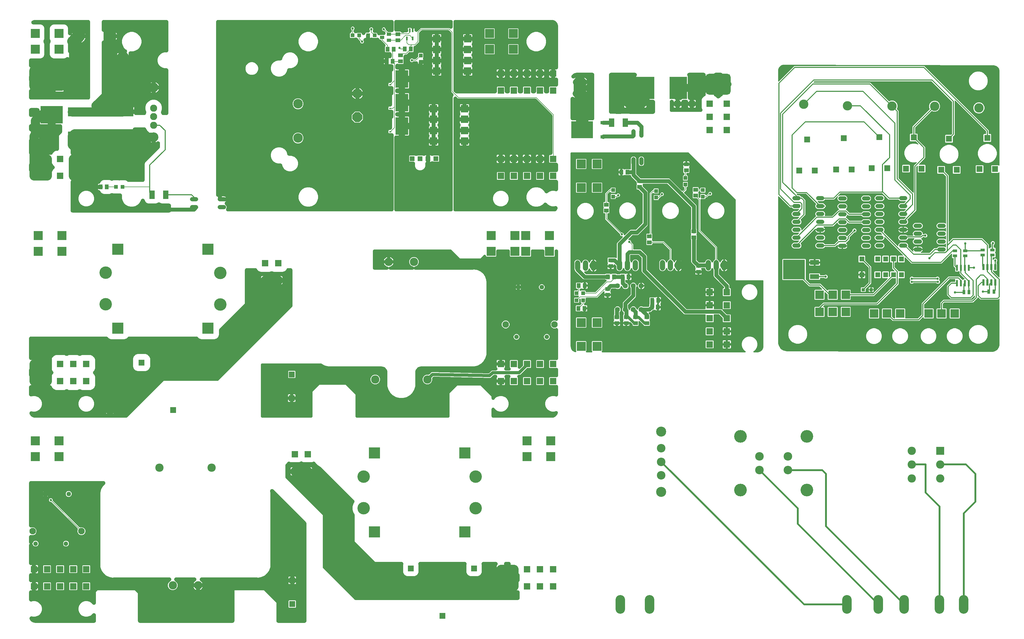
<source format=gtl>
%MOIN*%
%OFA0B0*%
%FSLAX34Y34*%
%IPPOS*%
%LPD*%
%AMOC8*
5,1,8,0,0,$1,112.5*%
%AMOC80*
5,1,8,0,0,$1,22.5*%
%AMOC81*
5,1,8,0,0,$1,22.5*%
%AMOC80*
5,1,8,0,0,$1,22.5*%
%AMOC81*
5,1,8,0,0,$1,22.5*%
%AMOC80*
5,1,8,0,0,$1,112.5*%
%ADD10C,0.11811023622047245*%
%ADD11R,0.064960629921259838X0.064960629921259838*%
%ADD12C,0.052000000000000005*%
%ADD13R,0.27559055118110237X0.24606299212598426*%
%ADD14R,0.11811023622047245X0.059055118110236227*%
%ADD15C,0.0058070866141732283*%
%ADD16R,0.10629921259842522X0.10629921259842522*%
%ADD17R,0.039685039370078744X0.039685039370078744*%
%ADD18R,0.054724409448818893X0.03582677165354331*%
%ADD19R,0.037007874015748031X0.0562992125984252*%
%ADD20R,0.0562992125984252X0.037007874015748031*%
%ADD21R,0.076771653543307089X0.076771653543307089*%
%ADD22C,0.029779527559055118*%
%ADD23C,0.011811023622047244*%
%ADD24C,0.012000000000000002*%
%ADD35C,0.108*%
%ADD36C,0.16*%
%ADD37C,0.10452755905511811*%
%ADD38R,0.10452755905511811X0.10452755905511811*%
%ADD39C,0.127*%
%ADD40C,0.11850000000000001*%
%ADD41C,0.024000000000000004*%
%ADD42C,0.105*%
%ADD43R,0.082677165354330714X0.082677165354330714*%
%ADD44C,0.057086614173228349*%
%ADD45C,0.082677165354330714*%
%ADD46C,0.0562992125984252*%
%ADD47R,0.075000000000000011X0.075000000000000011*%
%ADD48R,0.1125X0.1125*%
%ADD49C,0.15748031496062992*%
%ADD50R,0.14X0.14*%
%ADD51C,0.029779527559055118*%
%ADD52C,0.0078740157480314977*%
%ADD53C,0.11811023622047245*%
%ADD54C,0.105*%
%ADD55R,0.082677165354330714X0.082677165354330714*%
%ADD56C,0.057086614173228349*%
%ADD57C,0.082677165354330714*%
%ADD58C,0.0562992125984252*%
%ADD59R,0.075000000000000011X0.075000000000000011*%
%ADD60R,0.1125X0.1125*%
%ADD61C,0.15748031496062992*%
%ADD62R,0.14X0.14*%
%ADD63C,0.04*%
%ADD64C,0.11811023622047245*%
%ADD65R,0.055118110236220472X0.03937007874015748*%
%ADD66R,0.059055118110236227X0.051181102362204731*%
%ADD67R,0.021653543307086617X0.047244094488188976*%
%ADD68R,0.051181102362204731X0.059055118110236227*%
%ADD69R,0.12401574803149606X0.49212598425196852*%
%ADD70R,0.39370078740157483X0.11220472440944883*%
%ADD71R,0.28464566929133861X0.22047244094488189*%
%ADD72C,0.15748031496062992*%
%ADD73C,0.124*%
%ADD74P,0.1342163779527559X8X292.5*%
%ADD75R,0.028346456692913385X0.016141732283464567*%
%ADD76R,0.16X0.22000000000000003*%
%ADD77R,0.047244094488188976X0.047244094488188976*%
%ADD78C,0.089763779527559054*%
%ADD79C,0.11988188976377953*%
%ADD80R,0.094488188976377951X0.094488188976377951*%
%ADD81C,0.052000000000000005*%
%ADD82R,0.070866141732283464X0.10629921259842522*%
%ADD83R,0.082677165354330714X0.082677165354330714*%
%ADD84R,0.1125X0.1125*%
%ADD85R,0.062007874015748032X0.062007874015748032*%
%ADD86R,0.076771653543307089X0.076771653543307089*%
%ADD87C,0.0078740157480314977*%
%ADD88C,0.029779527559055118*%
%ADD89C,0.11811023622047245*%
%ADD90C,0.012000000000000002*%
%ADD91C,0.05*%
%ADD92C,0.15748031496062992*%
%ADD93R,0.051181102362204731X0.059055118110236227*%
%ADD94R,0.059055118110236227X0.051181102362204731*%
%ADD95C,0.064*%
%ADD96C,0.066*%
%ADD97C,0.052000000000000005*%
%ADD98R,0.067633858267716535X0.038342519685039371*%
%ADD99R,0.27562598425196849X0.21826377952755907*%
%ADD100R,0.070866141732283464X0.10629921259842522*%
%ADD101R,0.22047244094488189X0.28464566929133861*%
%ADD102R,0.082677165354330714X0.082677165354330714*%
%ADD103R,0.1125X0.1125*%
%ADD104R,0.047244094488188976X0.047244094488188976*%
%ADD105C,0.088500000000000009*%
%ADD106R,0.076771653543307089X0.076771653543307089*%
%ADD107C,0.05*%
%ADD108C,0.1*%
%ADD109C,0.03937007874015748*%
%ADD110C,0.0078740157480314977*%
%ADD111C,0.029779527559055118*%
%ADD112C,0.032*%
%ADD113C,0.15748031496062992*%
%ADD114C,0.15748031496062992*%
G75*
G01*
G36*
X0123172Y0035799D02*
X0123172Y0035799D01*
X0123172Y0035799D01*
X0123172Y0041393D01*
X0123171Y0041397D01*
X0123171Y0041401D01*
X0123170Y0041404D01*
X0123170Y0041407D01*
X0123169Y0041410D01*
X0123167Y0041414D01*
X0123166Y0041417D01*
X0123165Y0041419D01*
X0123163Y0041423D01*
X0123161Y0041426D01*
X0123159Y0041428D01*
X0123158Y0041431D01*
X0123155Y0041434D01*
X0123152Y0041437D01*
X0123150Y0041438D01*
X0123148Y0041440D01*
X0123145Y0041442D01*
X0123141Y0041445D01*
X0123139Y0041446D01*
X0123136Y0041447D01*
X0123132Y0041448D01*
X0123129Y0041450D01*
X0123126Y0041450D01*
X0123123Y0041451D01*
X0123119Y0041451D01*
X0123115Y0041452D01*
X0123112Y0041452D01*
X0123110Y0041452D01*
X0123106Y0041451D01*
X0123102Y0041451D01*
X0123099Y0041450D01*
X0123096Y0041450D01*
X0123092Y0041448D01*
X0123089Y0041447D01*
X0123086Y0041446D01*
X0123084Y0041445D01*
X0123080Y0041442D01*
X0123077Y0041440D01*
X0123074Y0041437D01*
X0123073Y0041437D01*
X0123072Y0041436D01*
X0123071Y0041435D01*
X0122978Y0041342D01*
X0120756Y0041342D01*
X0120481Y0041617D01*
X0120478Y0041619D01*
X0120475Y0041622D01*
X0120473Y0041623D01*
X0120471Y0041625D01*
X0120467Y0041627D01*
X0120463Y0041629D01*
X0120461Y0041630D01*
X0120458Y0041631D01*
X0120454Y0041632D01*
X0120450Y0041633D01*
X0120448Y0041633D01*
X0120445Y0041634D01*
X0120441Y0041634D01*
X0120437Y0041634D01*
X0120434Y0041633D01*
X0120431Y0041633D01*
X0120427Y0041632D01*
X0120423Y0041632D01*
X0120421Y0041631D01*
X0120418Y0041630D01*
X0120415Y0041628D01*
X0120411Y0041626D01*
X0120409Y0041625D01*
X0120406Y0041624D01*
X0120403Y0041621D01*
X0120400Y0041618D01*
X0120398Y0041616D01*
X0120396Y0041615D01*
X0120394Y0041611D01*
X0120391Y0041608D01*
X0120390Y0041606D01*
X0120388Y0041604D01*
X0120387Y0041600D01*
X0120385Y0041596D01*
X0120384Y0041594D01*
X0120383Y0041591D01*
X0120382Y0041587D01*
X0120381Y0041583D01*
X0120381Y0041579D01*
X0120381Y0041578D01*
X0120381Y0041577D01*
X0120381Y0041575D01*
X0120381Y0041536D01*
X0119837Y0040992D01*
X0116212Y0040992D01*
X0116206Y0040992D01*
X0116201Y0040991D01*
X0116200Y0040991D01*
X0116198Y0040991D01*
X0116193Y0040989D01*
X0116188Y0040987D01*
X0116187Y0040987D01*
X0116186Y0040986D01*
X0116181Y0040983D01*
X0116176Y0040980D01*
X0116175Y0040979D01*
X0116174Y0040979D01*
X0116173Y0040978D01*
X0116170Y0040975D01*
X0116014Y0040819D01*
X0116011Y0040815D01*
X0116007Y0040811D01*
X0116007Y0040810D01*
X0116006Y0040809D01*
X0116004Y0040804D01*
X0116001Y0040799D01*
X0116001Y0040798D01*
X0116000Y0040796D01*
X0115999Y0040791D01*
X0115998Y0040786D01*
X0115998Y0040784D01*
X0115997Y0040783D01*
X0115997Y0040782D01*
X0115997Y0040778D01*
X0115997Y0040277D01*
X0115997Y0040275D01*
X0115997Y0040274D01*
X0115998Y0040269D01*
X0115999Y0040263D01*
X0115999Y0040262D01*
X0115999Y0040260D01*
X0116002Y0040255D01*
X0116003Y0040250D01*
X0116004Y0040249D01*
X0116005Y0040248D01*
X0116008Y0040243D01*
X0116011Y0040239D01*
X0116012Y0040238D01*
X0116013Y0040237D01*
X0116017Y0040233D01*
X0116021Y0040230D01*
X0116022Y0040229D01*
X0116023Y0040228D01*
X0116028Y0040225D01*
X0116032Y0040223D01*
X0116034Y0040222D01*
X0116035Y0040222D01*
X0116040Y0040220D01*
X0116045Y0040219D01*
X0116047Y0040219D01*
X0116048Y0040218D01*
X0116056Y0040218D01*
X0116411Y0040218D01*
X0116470Y0040159D01*
X0116470Y0039013D01*
X0116411Y0038955D01*
X0115265Y0038955D01*
X0115207Y0039013D01*
X0115207Y0040159D01*
X0115265Y0040218D01*
X0115620Y0040218D01*
X0115621Y0040218D01*
X0115623Y0040218D01*
X0115628Y0040219D01*
X0115633Y0040219D01*
X0115635Y0040220D01*
X0115636Y0040220D01*
X0115641Y0040222D01*
X0115646Y0040224D01*
X0115647Y0040225D01*
X0115649Y0040225D01*
X0115653Y0040228D01*
X0115658Y0040231D01*
X0115659Y0040232D01*
X0115660Y0040233D01*
X0115663Y0040237D01*
X0115667Y0040241D01*
X0115668Y0040242D01*
X0115669Y0040243D01*
X0115671Y0040248D01*
X0115674Y0040253D01*
X0115674Y0040254D01*
X0115675Y0040255D01*
X0115676Y0040261D01*
X0115678Y0040266D01*
X0115678Y0040267D01*
X0115678Y0040269D01*
X0115679Y0040277D01*
X0115679Y0040934D01*
X0116056Y0041311D01*
X0119681Y0041311D01*
X0119687Y0041311D01*
X0119692Y0041312D01*
X0119693Y0041312D01*
X0119695Y0041312D01*
X0119700Y0041314D01*
X0119705Y0041316D01*
X0119706Y0041316D01*
X0119708Y0041317D01*
X0119712Y0041320D01*
X0119717Y0041323D01*
X0119718Y0041324D01*
X0119719Y0041324D01*
X0119720Y0041325D01*
X0119723Y0041328D01*
X0120045Y0041650D01*
X0120049Y0041654D01*
X0120052Y0041659D01*
X0120053Y0041660D01*
X0120054Y0041661D01*
X0120056Y0041666D01*
X0120059Y0041671D01*
X0120059Y0041672D01*
X0120059Y0041673D01*
X0120061Y0041678D01*
X0120062Y0041684D01*
X0120062Y0041686D01*
X0120062Y0041686D01*
X0120062Y0041688D01*
X0120062Y0041692D01*
X0120062Y0041775D01*
X0120062Y0041779D01*
X0120062Y0041783D01*
X0120061Y0041786D01*
X0120061Y0041788D01*
X0120060Y0041792D01*
X0120058Y0041796D01*
X0120057Y0041799D01*
X0120056Y0041801D01*
X0120054Y0041805D01*
X0120052Y0041808D01*
X0120050Y0041810D01*
X0120049Y0041813D01*
X0120046Y0041815D01*
X0120043Y0041819D01*
X0120041Y0041820D01*
X0120039Y0041822D01*
X0120035Y0041824D01*
X0120032Y0041827D01*
X0120030Y0041828D01*
X0120027Y0041829D01*
X0120023Y0041830D01*
X0120020Y0041832D01*
X0120017Y0041832D01*
X0120014Y0041833D01*
X0120010Y0041833D01*
X0120006Y0041834D01*
X0120003Y0041834D01*
X0120001Y0041834D01*
X0119997Y0041833D01*
X0119992Y0041833D01*
X0119990Y0041832D01*
X0119987Y0041832D01*
X0119983Y0041830D01*
X0119979Y0041829D01*
X0119977Y0041827D01*
X0119975Y0041826D01*
X0119971Y0041824D01*
X0119968Y0041822D01*
X0119965Y0041819D01*
X0119964Y0041818D01*
X0119963Y0041818D01*
X0119962Y0041817D01*
X0119698Y0041553D01*
X0119587Y0041442D01*
X0117006Y0041442D01*
X0116512Y0041936D01*
X0116512Y0043067D01*
X0117031Y0043586D01*
X0117496Y0043586D01*
X0117498Y0043586D01*
X0117499Y0043586D01*
X0117505Y0043587D01*
X0117510Y0043588D01*
X0117511Y0043588D01*
X0117513Y0043588D01*
X0117518Y0043590D01*
X0117523Y0043592D01*
X0117524Y0043593D01*
X0117525Y0043594D01*
X0117530Y0043597D01*
X0117534Y0043600D01*
X0117535Y0043601D01*
X0117536Y0043602D01*
X0117540Y0043606D01*
X0117543Y0043610D01*
X0117544Y0043611D01*
X0117545Y0043612D01*
X0117548Y0043617D01*
X0117550Y0043621D01*
X0117551Y0043623D01*
X0117551Y0043624D01*
X0117553Y0043629D01*
X0117554Y0043634D01*
X0117554Y0043636D01*
X0117555Y0043637D01*
X0117555Y0043645D01*
X0117555Y0043839D01*
X0117558Y0043842D01*
X0117560Y0043845D01*
X0117563Y0043848D01*
X0117565Y0043850D01*
X0117566Y0043852D01*
X0117568Y0043856D01*
X0117570Y0043860D01*
X0117571Y0043862D01*
X0117572Y0043865D01*
X0117573Y0043869D01*
X0117574Y0043873D01*
X0117574Y0043875D01*
X0117575Y0043878D01*
X0117575Y0043882D01*
X0117575Y0043886D01*
X0117574Y0043889D01*
X0117574Y0043892D01*
X0117573Y0043896D01*
X0117573Y0043900D01*
X0117572Y0043902D01*
X0117571Y0043905D01*
X0117569Y0043908D01*
X0117568Y0043912D01*
X0117566Y0043914D01*
X0117565Y0043917D01*
X0117562Y0043920D01*
X0117560Y0043923D01*
X0117557Y0043925D01*
X0117556Y0043927D01*
X0117552Y0043929D01*
X0117549Y0043932D01*
X0117547Y0043933D01*
X0117545Y0043935D01*
X0117541Y0043937D01*
X0117537Y0043938D01*
X0117535Y0043939D01*
X0117532Y0043940D01*
X0117528Y0043941D01*
X0117524Y0043942D01*
X0117520Y0043942D01*
X0117519Y0043942D01*
X0117518Y0043942D01*
X0117516Y0043942D01*
X0116862Y0043942D01*
X0116856Y0043942D01*
X0116851Y0043941D01*
X0116850Y0043941D01*
X0116848Y0043941D01*
X0116843Y0043939D01*
X0116838Y0043937D01*
X0116837Y0043937D01*
X0116836Y0043936D01*
X0116831Y0043933D01*
X0116826Y0043930D01*
X0116825Y0043929D01*
X0116824Y0043929D01*
X0116823Y0043928D01*
X0116820Y0043925D01*
X0113648Y0040753D01*
X0113645Y0040749D01*
X0113641Y0040744D01*
X0113640Y0040743D01*
X0113639Y0040742D01*
X0113637Y0040737D01*
X0113635Y0040732D01*
X0113634Y0040731D01*
X0113634Y0040730D01*
X0113633Y0040725D01*
X0113631Y0040719D01*
X0113631Y0040717D01*
X0113631Y0040717D01*
X0113631Y0040715D01*
X0113631Y0040711D01*
X0113631Y0040277D01*
X0113631Y0040275D01*
X0113631Y0040274D01*
X0113632Y0040269D01*
X0113632Y0040263D01*
X0113633Y0040262D01*
X0113633Y0040260D01*
X0113635Y0040255D01*
X0113637Y0040250D01*
X0113638Y0040249D01*
X0113638Y0040248D01*
X0113641Y0040243D01*
X0113644Y0040239D01*
X0113645Y0040238D01*
X0113646Y0040237D01*
X0113650Y0040233D01*
X0113654Y0040230D01*
X0113655Y0040229D01*
X0113656Y0040228D01*
X0113661Y0040225D01*
X0113666Y0040223D01*
X0113667Y0040222D01*
X0113668Y0040222D01*
X0113674Y0040220D01*
X0113679Y0040219D01*
X0113680Y0040219D01*
X0113682Y0040218D01*
X0113690Y0040218D01*
X0114757Y0040218D01*
X0114816Y0040159D01*
X0114816Y0039013D01*
X0114757Y0038955D01*
X0113612Y0038955D01*
X0113553Y0039013D01*
X0113553Y0039065D01*
X0113553Y0039070D01*
X0113552Y0039074D01*
X0113552Y0039076D01*
X0113551Y0039079D01*
X0113550Y0039083D01*
X0113549Y0039087D01*
X0113548Y0039089D01*
X0113547Y0039092D01*
X0113545Y0039095D01*
X0113543Y0039099D01*
X0113541Y0039101D01*
X0113539Y0039103D01*
X0113536Y0039106D01*
X0113534Y0039109D01*
X0113532Y0039111D01*
X0113530Y0039113D01*
X0113526Y0039115D01*
X0113523Y0039117D01*
X0113520Y0039118D01*
X0113518Y0039119D01*
X0113514Y0039121D01*
X0113510Y0039122D01*
X0113507Y0039123D01*
X0113505Y0039123D01*
X0113501Y0039124D01*
X0113497Y0039124D01*
X0113494Y0039124D01*
X0113491Y0039124D01*
X0113487Y0039124D01*
X0113483Y0039123D01*
X0113480Y0039123D01*
X0113478Y0039122D01*
X0113474Y0039121D01*
X0113470Y0039119D01*
X0113468Y0039118D01*
X0113465Y0039117D01*
X0113462Y0039115D01*
X0113458Y0039112D01*
X0113455Y0039110D01*
X0113454Y0039109D01*
X0113454Y0039108D01*
X0113452Y0039107D01*
X0112987Y0038642D01*
X0109657Y0038642D01*
X0109362Y0038937D01*
X0109358Y0038941D01*
X0109353Y0038944D01*
X0109352Y0038945D01*
X0109351Y0038946D01*
X0109346Y0038948D01*
X0109341Y0038951D01*
X0109340Y0038951D01*
X0109339Y0038952D01*
X0109334Y0038953D01*
X0109328Y0038954D01*
X0109326Y0038954D01*
X0109326Y0038954D01*
X0109324Y0038954D01*
X0109320Y0038955D01*
X0108365Y0038955D01*
X0108307Y0039013D01*
X0108307Y0040159D01*
X0108365Y0040218D01*
X0109511Y0040218D01*
X0109570Y0040159D01*
X0109570Y0039204D01*
X0109570Y0039199D01*
X0109571Y0039193D01*
X0109571Y0039192D01*
X0109571Y0039190D01*
X0109573Y0039185D01*
X0109575Y0039180D01*
X0109575Y0039179D01*
X0109576Y0039178D01*
X0109579Y0039173D01*
X0109582Y0039168D01*
X0109583Y0039167D01*
X0109583Y0039166D01*
X0109584Y0039165D01*
X0109587Y0039162D01*
X0109771Y0038978D01*
X0109776Y0038974D01*
X0109780Y0038971D01*
X0109781Y0038970D01*
X0109782Y0038969D01*
X0109787Y0038967D01*
X0109792Y0038965D01*
X0109793Y0038964D01*
X0109794Y0038964D01*
X0109800Y0038962D01*
X0109805Y0038961D01*
X0109807Y0038961D01*
X0109808Y0038961D01*
X0109809Y0038961D01*
X0109813Y0038961D01*
X0109901Y0038961D01*
X0109902Y0038961D01*
X0109904Y0038961D01*
X0109909Y0038962D01*
X0109915Y0038962D01*
X0109916Y0038963D01*
X0109917Y0038963D01*
X0109922Y0038965D01*
X0109927Y0038967D01*
X0109929Y0038967D01*
X0109930Y0038968D01*
X0109934Y0038971D01*
X0109939Y0038974D01*
X0109940Y0038975D01*
X0109941Y0038976D01*
X0109944Y0038980D01*
X0109948Y0038984D01*
X0109949Y0038985D01*
X0109950Y0038986D01*
X0109952Y0038991D01*
X0109955Y0038996D01*
X0109955Y0038997D01*
X0109956Y0038998D01*
X0109957Y0039004D01*
X0109959Y0039009D01*
X0109959Y0039010D01*
X0109960Y0039012D01*
X0109960Y0039020D01*
X0109960Y0040159D01*
X0110019Y0040218D01*
X0111165Y0040218D01*
X0111223Y0040159D01*
X0111223Y0039020D01*
X0111223Y0039018D01*
X0111223Y0039017D01*
X0111224Y0039011D01*
X0111225Y0039006D01*
X0111225Y0039005D01*
X0111225Y0039003D01*
X0111227Y0038998D01*
X0111229Y0038993D01*
X0111230Y0038992D01*
X0111231Y0038991D01*
X0111234Y0038986D01*
X0111237Y0038982D01*
X0111238Y0038981D01*
X0111239Y0038980D01*
X0111243Y0038976D01*
X0111247Y0038972D01*
X0111248Y0038972D01*
X0111249Y0038971D01*
X0111254Y0038968D01*
X0111258Y0038966D01*
X0111260Y0038965D01*
X0111261Y0038965D01*
X0111266Y0038963D01*
X0111271Y0038962D01*
X0111273Y0038961D01*
X0111274Y0038961D01*
X0111282Y0038961D01*
X0112831Y0038961D01*
X0112837Y0038961D01*
X0112842Y0038962D01*
X0112843Y0038962D01*
X0112845Y0038962D01*
X0112850Y0038964D01*
X0112855Y0038966D01*
X0112856Y0038966D01*
X0112858Y0038967D01*
X0112862Y0038970D01*
X0112867Y0038973D01*
X0112868Y0038974D01*
X0112869Y0038974D01*
X0112870Y0038975D01*
X0112873Y0038978D01*
X0113295Y0039400D01*
X0113299Y0039404D01*
X0113302Y0039409D01*
X0113303Y0039410D01*
X0113304Y0039411D01*
X0113306Y0039416D01*
X0113308Y0039421D01*
X0113309Y0039422D01*
X0113309Y0039423D01*
X0113311Y0039428D01*
X0113312Y0039434D01*
X0113312Y0039436D01*
X0113312Y0039436D01*
X0113312Y0039438D01*
X0113312Y0039442D01*
X0113312Y0040867D01*
X0116706Y0044261D01*
X0118037Y0044261D01*
X0118148Y0044150D01*
X0118366Y0043932D01*
X0118370Y0043929D01*
X0118374Y0043925D01*
X0118375Y0043925D01*
X0118377Y0043924D01*
X0118381Y0043921D01*
X0118386Y0043919D01*
X0118388Y0043919D01*
X0118389Y0043918D01*
X0118394Y0043917D01*
X0118400Y0043915D01*
X0118401Y0043915D01*
X0118402Y0043915D01*
X0118403Y0043915D01*
X0118408Y0043915D01*
X0118412Y0043915D01*
X0118480Y0043847D01*
X0118481Y0043846D01*
X0118482Y0043845D01*
X0118486Y0043842D01*
X0118490Y0043839D01*
X0118492Y0043838D01*
X0118493Y0043837D01*
X0118498Y0043835D01*
X0118503Y0043833D01*
X0118504Y0043833D01*
X0118505Y0043832D01*
X0118511Y0043831D01*
X0118516Y0043830D01*
X0118518Y0043830D01*
X0118519Y0043830D01*
X0118524Y0043830D01*
X0118530Y0043830D01*
X0118531Y0043831D01*
X0118532Y0043831D01*
X0118538Y0043833D01*
X0118543Y0043834D01*
X0118544Y0043835D01*
X0118545Y0043835D01*
X0118550Y0043838D01*
X0118555Y0043840D01*
X0118556Y0043841D01*
X0118557Y0043842D01*
X0118563Y0043847D01*
X0118631Y0043915D01*
X0118691Y0043915D01*
X0118695Y0043915D01*
X0118699Y0043915D01*
X0118701Y0043916D01*
X0118704Y0043916D01*
X0118708Y0043918D01*
X0118712Y0043919D01*
X0118714Y0043920D01*
X0118717Y0043921D01*
X0118720Y0043923D01*
X0118724Y0043925D01*
X0118726Y0043927D01*
X0118728Y0043929D01*
X0118731Y0043931D01*
X0118734Y0043934D01*
X0118736Y0043936D01*
X0118738Y0043938D01*
X0118740Y0043942D01*
X0118742Y0043945D01*
X0118743Y0043948D01*
X0118745Y0043950D01*
X0118746Y0043954D01*
X0118747Y0043958D01*
X0118748Y0043961D01*
X0118749Y0043963D01*
X0118749Y0043967D01*
X0118750Y0043971D01*
X0118749Y0043974D01*
X0118750Y0043977D01*
X0118749Y0043981D01*
X0118749Y0043985D01*
X0118748Y0043987D01*
X0118747Y0043990D01*
X0118746Y0043994D01*
X0118745Y0043998D01*
X0118743Y0044000D01*
X0118742Y0044003D01*
X0118740Y0044006D01*
X0118738Y0044010D01*
X0118735Y0044013D01*
X0118734Y0044014D01*
X0118734Y0044014D01*
X0118732Y0044016D01*
X0118112Y0044636D01*
X0118112Y0044882D01*
X0118112Y0044888D01*
X0118111Y0044893D01*
X0118111Y0044894D01*
X0118111Y0044896D01*
X0118109Y0044901D01*
X0118107Y0044906D01*
X0118107Y0044907D01*
X0118106Y0044908D01*
X0118103Y0044913D01*
X0118100Y0044918D01*
X0118099Y0044919D01*
X0118099Y0044920D01*
X0118098Y0044921D01*
X0118095Y0044924D01*
X0118063Y0044956D01*
X0118062Y0044957D01*
X0118061Y0044958D01*
X0118057Y0044961D01*
X0118053Y0044964D01*
X0118051Y0044965D01*
X0118050Y0044966D01*
X0118045Y0044968D01*
X0118040Y0044970D01*
X0118039Y0044970D01*
X0118038Y0044971D01*
X0118032Y0044972D01*
X0118027Y0044973D01*
X0118026Y0044973D01*
X0118024Y0044973D01*
X0118019Y0044973D01*
X0118013Y0044972D01*
X0118012Y0044972D01*
X0118011Y0044972D01*
X0118005Y0044970D01*
X0118000Y0044969D01*
X0117999Y0044968D01*
X0117998Y0044968D01*
X0117993Y0044965D01*
X0117988Y0044963D01*
X0117987Y0044962D01*
X0117986Y0044961D01*
X0117980Y0044956D01*
X0117912Y0044888D01*
X0117631Y0044888D01*
X0117555Y0044964D01*
X0117555Y0045343D01*
X0117555Y0045348D01*
X0117554Y0045354D01*
X0117554Y0045355D01*
X0117554Y0045356D01*
X0117552Y0045361D01*
X0117550Y0045367D01*
X0117550Y0045368D01*
X0117549Y0045369D01*
X0117546Y0045374D01*
X0117543Y0045378D01*
X0117542Y0045380D01*
X0117542Y0045380D01*
X0117541Y0045381D01*
X0117538Y0045384D01*
X0117362Y0045560D01*
X0117362Y0046540D01*
X0117362Y0046542D01*
X0117362Y0046543D01*
X0117362Y0046549D01*
X0117361Y0046554D01*
X0117360Y0046555D01*
X0117360Y0046557D01*
X0117358Y0046562D01*
X0117356Y0046567D01*
X0117356Y0046568D01*
X0117355Y0046569D01*
X0117352Y0046574D01*
X0117349Y0046578D01*
X0117348Y0046579D01*
X0117347Y0046580D01*
X0117343Y0046584D01*
X0117339Y0046588D01*
X0117338Y0046588D01*
X0117337Y0046589D01*
X0117332Y0046592D01*
X0117327Y0046594D01*
X0117326Y0046595D01*
X0117325Y0046596D01*
X0117319Y0046597D01*
X0117314Y0046598D01*
X0117313Y0046599D01*
X0117312Y0046599D01*
X0117303Y0046599D01*
X0117207Y0046599D01*
X0117148Y0046658D01*
X0117148Y0047092D01*
X0117147Y0047096D01*
X0117147Y0047100D01*
X0117147Y0047103D01*
X0117146Y0047105D01*
X0117145Y0047109D01*
X0117144Y0047113D01*
X0117143Y0047116D01*
X0117142Y0047118D01*
X0117139Y0047122D01*
X0117138Y0047125D01*
X0117136Y0047127D01*
X0117134Y0047130D01*
X0117131Y0047132D01*
X0117129Y0047135D01*
X0117126Y0047137D01*
X0117124Y0047139D01*
X0117121Y0047141D01*
X0117118Y0047143D01*
X0117115Y0047144D01*
X0117113Y0047146D01*
X0117109Y0047147D01*
X0117105Y0047149D01*
X0117102Y0047149D01*
X0117100Y0047150D01*
X0117096Y0047150D01*
X0117092Y0047151D01*
X0117089Y0047151D01*
X0117086Y0047151D01*
X0117082Y0047150D01*
X0117078Y0047150D01*
X0117075Y0047149D01*
X0117073Y0047149D01*
X0117069Y0047147D01*
X0117065Y0047146D01*
X0117063Y0047144D01*
X0117060Y0047143D01*
X0117057Y0047141D01*
X0117053Y0047139D01*
X0117050Y0047136D01*
X0117049Y0047135D01*
X0117048Y0047135D01*
X0117047Y0047134D01*
X0115933Y0046019D01*
X0115823Y0045909D01*
X0112037Y0045909D01*
X0111274Y0046672D01*
X0111271Y0046674D01*
X0111268Y0046677D01*
X0111265Y0046679D01*
X0111263Y0046680D01*
X0111260Y0046682D01*
X0111256Y0046684D01*
X0111253Y0046685D01*
X0111251Y0046686D01*
X0111247Y0046687D01*
X0111243Y0046688D01*
X0111240Y0046688D01*
X0111238Y0046689D01*
X0111234Y0046689D01*
X0111229Y0046689D01*
X0111227Y0046689D01*
X0111224Y0046688D01*
X0111220Y0046687D01*
X0111216Y0046687D01*
X0111213Y0046686D01*
X0111211Y0046685D01*
X0111207Y0046683D01*
X0111203Y0046682D01*
X0111201Y0046680D01*
X0111199Y0046679D01*
X0111196Y0046676D01*
X0111192Y0046674D01*
X0111191Y0046672D01*
X0111189Y0046670D01*
X0111186Y0046666D01*
X0111183Y0046663D01*
X0111182Y0046661D01*
X0111181Y0046659D01*
X0111179Y0046655D01*
X0111177Y0046651D01*
X0111176Y0046649D01*
X0111175Y0046646D01*
X0111175Y0046642D01*
X0111174Y0046638D01*
X0111173Y0046634D01*
X0111173Y0046633D01*
X0111173Y0046632D01*
X0111173Y0046630D01*
X0111173Y0046114D01*
X0111115Y0046056D01*
X0110382Y0046056D01*
X0110323Y0046114D01*
X0110323Y0046847D01*
X0110382Y0046905D01*
X0110898Y0046905D01*
X0110902Y0046906D01*
X0110906Y0046906D01*
X0110909Y0046907D01*
X0110911Y0046907D01*
X0110915Y0046908D01*
X0110919Y0046909D01*
X0110922Y0046911D01*
X0110924Y0046912D01*
X0110927Y0046914D01*
X0110931Y0046916D01*
X0110933Y0046918D01*
X0110935Y0046919D01*
X0110938Y0046922D01*
X0110941Y0046925D01*
X0110943Y0046927D01*
X0110945Y0046929D01*
X0110947Y0046932D01*
X0110949Y0046936D01*
X0110950Y0046938D01*
X0110952Y0046941D01*
X0110953Y0046945D01*
X0110955Y0046948D01*
X0110955Y0046951D01*
X0110956Y0046954D01*
X0110956Y0046958D01*
X0110957Y0046962D01*
X0110957Y0046965D01*
X0110957Y0046967D01*
X0110956Y0046971D01*
X0110956Y0046975D01*
X0110955Y0046978D01*
X0110955Y0046981D01*
X0110953Y0046984D01*
X0110952Y0046988D01*
X0110950Y0046991D01*
X0110949Y0046993D01*
X0110947Y0046997D01*
X0110945Y0047000D01*
X0110942Y0047003D01*
X0110941Y0047004D01*
X0110941Y0047005D01*
X0110939Y0047006D01*
X0108698Y0049248D01*
X0108695Y0049250D01*
X0108692Y0049253D01*
X0108689Y0049255D01*
X0108687Y0049256D01*
X0108683Y0049258D01*
X0108680Y0049260D01*
X0108677Y0049261D01*
X0108675Y0049262D01*
X0108671Y0049263D01*
X0108667Y0049264D01*
X0108664Y0049264D01*
X0108662Y0049265D01*
X0108657Y0049265D01*
X0108653Y0049265D01*
X0108651Y0049265D01*
X0108648Y0049265D01*
X0108644Y0049264D01*
X0108640Y0049263D01*
X0108637Y0049262D01*
X0108635Y0049261D01*
X0108631Y0049259D01*
X0108627Y0049258D01*
X0108625Y0049256D01*
X0108623Y0049255D01*
X0108620Y0049252D01*
X0108616Y0049250D01*
X0108615Y0049248D01*
X0108612Y0049246D01*
X0108610Y0049242D01*
X0108607Y0049239D01*
X0108606Y0049237D01*
X0108605Y0049235D01*
X0108603Y0049231D01*
X0108601Y0049227D01*
X0108600Y0049225D01*
X0108599Y0049222D01*
X0108599Y0049218D01*
X0108598Y0049214D01*
X0108597Y0049210D01*
X0108597Y0049209D01*
X0108597Y0049208D01*
X0108597Y0049206D01*
X0108597Y0049122D01*
X0108542Y0048990D01*
X0108441Y0048888D01*
X0108309Y0048834D01*
X0107645Y0048834D01*
X0107513Y0048888D01*
X0107412Y0048990D01*
X0107357Y0049122D01*
X0107357Y0049265D01*
X0107412Y0049398D01*
X0107513Y0049499D01*
X0107645Y0049554D01*
X0108250Y0049554D01*
X0108254Y0049554D01*
X0108258Y0049554D01*
X0108260Y0049555D01*
X0108263Y0049555D01*
X0108267Y0049557D01*
X0108271Y0049558D01*
X0108273Y0049559D01*
X0108276Y0049560D01*
X0108279Y0049562D01*
X0108283Y0049564D01*
X0108285Y0049566D01*
X0108287Y0049567D01*
X0108290Y0049570D01*
X0108293Y0049573D01*
X0108295Y0049575D01*
X0108297Y0049577D01*
X0108299Y0049581D01*
X0108301Y0049584D01*
X0108302Y0049587D01*
X0108304Y0049589D01*
X0108305Y0049593D01*
X0108306Y0049597D01*
X0108307Y0049599D01*
X0108308Y0049602D01*
X0108308Y0049606D01*
X0108309Y0049610D01*
X0108308Y0049613D01*
X0108309Y0049615D01*
X0108308Y0049619D01*
X0108308Y0049624D01*
X0108307Y0049626D01*
X0108306Y0049629D01*
X0108305Y0049633D01*
X0108304Y0049637D01*
X0108302Y0049639D01*
X0108301Y0049641D01*
X0108299Y0049645D01*
X0108297Y0049648D01*
X0108294Y0049651D01*
X0108293Y0049652D01*
X0108292Y0049653D01*
X0108291Y0049654D01*
X0108129Y0049816D01*
X0108125Y0049820D01*
X0108121Y0049823D01*
X0108120Y0049824D01*
X0108119Y0049825D01*
X0108114Y0049827D01*
X0108109Y0049830D01*
X0108108Y0049830D01*
X0108106Y0049831D01*
X0108101Y0049832D01*
X0108096Y0049833D01*
X0108094Y0049833D01*
X0108093Y0049833D01*
X0108092Y0049833D01*
X0108088Y0049834D01*
X0107645Y0049834D01*
X0107513Y0049888D01*
X0107412Y0049990D01*
X0107357Y0050122D01*
X0107357Y0050265D01*
X0107412Y0050398D01*
X0107513Y0050499D01*
X0107645Y0050554D01*
X0108309Y0050554D01*
X0108441Y0050499D01*
X0108542Y0050398D01*
X0108597Y0050265D01*
X0108597Y0050122D01*
X0108542Y0049990D01*
X0108516Y0049963D01*
X0108515Y0049962D01*
X0108514Y0049961D01*
X0108511Y0049957D01*
X0108507Y0049953D01*
X0108507Y0049951D01*
X0108506Y0049950D01*
X0108504Y0049945D01*
X0108502Y0049940D01*
X0108501Y0049939D01*
X0108501Y0049938D01*
X0108500Y0049932D01*
X0108499Y0049927D01*
X0108499Y0049926D01*
X0108499Y0049924D01*
X0108499Y0049919D01*
X0108499Y0049913D01*
X0108500Y0049912D01*
X0108500Y0049911D01*
X0108501Y0049905D01*
X0108503Y0049900D01*
X0108503Y0049899D01*
X0108504Y0049898D01*
X0108506Y0049893D01*
X0108509Y0049888D01*
X0108510Y0049887D01*
X0108511Y0049886D01*
X0108516Y0049880D01*
X0110256Y0048139D01*
X0110260Y0048137D01*
X0110262Y0048134D01*
X0110265Y0048133D01*
X0110267Y0048131D01*
X0110271Y0048129D01*
X0110274Y0048127D01*
X0110277Y0048126D01*
X0110279Y0048125D01*
X0110283Y0048124D01*
X0110287Y0048123D01*
X0110290Y0048123D01*
X0110293Y0048122D01*
X0110297Y0048122D01*
X0110301Y0048122D01*
X0110303Y0048123D01*
X0110306Y0048123D01*
X0110310Y0048124D01*
X0110314Y0048124D01*
X0110317Y0048125D01*
X0110319Y0048126D01*
X0110323Y0048128D01*
X0110327Y0048130D01*
X0110329Y0048131D01*
X0110331Y0048132D01*
X0110335Y0048135D01*
X0110338Y0048138D01*
X0110340Y0048140D01*
X0110342Y0048141D01*
X0110344Y0048145D01*
X0110347Y0048148D01*
X0110348Y0048150D01*
X0110350Y0048152D01*
X0110351Y0048156D01*
X0110353Y0048160D01*
X0110354Y0048162D01*
X0110355Y0048165D01*
X0110355Y0048169D01*
X0110356Y0048173D01*
X0110357Y0048177D01*
X0110357Y0048178D01*
X0110357Y0048179D01*
X0110357Y0048181D01*
X0110357Y0048265D01*
X0110412Y0048398D01*
X0110513Y0048499D01*
X0110645Y0048554D01*
X0111309Y0048554D01*
X0111441Y0048499D01*
X0111542Y0048398D01*
X0111597Y0048265D01*
X0111597Y0048122D01*
X0111577Y0048073D01*
X0111576Y0048070D01*
X0111574Y0048066D01*
X0111574Y0048063D01*
X0111573Y0048060D01*
X0111573Y0048056D01*
X0111572Y0048053D01*
X0111573Y0048050D01*
X0111572Y0048046D01*
X0111573Y0048043D01*
X0111573Y0048039D01*
X0111574Y0048036D01*
X0111575Y0048033D01*
X0111576Y0048030D01*
X0111577Y0048026D01*
X0111579Y0048023D01*
X0111580Y0048020D01*
X0111582Y0048018D01*
X0111584Y0048015D01*
X0111588Y0048010D01*
X0111589Y0048009D01*
X0111589Y0048009D01*
X0111590Y0048008D01*
X0112161Y0047437D01*
X0112164Y0047434D01*
X0112167Y0047431D01*
X0112170Y0047430D01*
X0112172Y0047429D01*
X0112176Y0047427D01*
X0112179Y0047425D01*
X0112182Y0047424D01*
X0112184Y0047423D01*
X0112188Y0047422D01*
X0112192Y0047421D01*
X0112195Y0047421D01*
X0112197Y0047420D01*
X0112202Y0047420D01*
X0112206Y0047420D01*
X0112208Y0047420D01*
X0112211Y0047420D01*
X0112215Y0047421D01*
X0112219Y0047422D01*
X0112222Y0047423D01*
X0112224Y0047424D01*
X0112228Y0047426D01*
X0112232Y0047428D01*
X0112234Y0047429D01*
X0112236Y0047430D01*
X0112239Y0047433D01*
X0112243Y0047436D01*
X0112244Y0047437D01*
X0112246Y0047439D01*
X0112249Y0047443D01*
X0112252Y0047446D01*
X0112253Y0047448D01*
X0112254Y0047450D01*
X0112256Y0047454D01*
X0112258Y0047458D01*
X0112259Y0047460D01*
X0112259Y0047463D01*
X0112260Y0047467D01*
X0112261Y0047471D01*
X0112261Y0047474D01*
X0112262Y0047476D01*
X0112261Y0047481D01*
X0112261Y0047485D01*
X0112261Y0047487D01*
X0112261Y0047490D01*
X0112259Y0047494D01*
X0112258Y0047498D01*
X0112257Y0047502D01*
X0112257Y0047503D01*
X0112256Y0047504D01*
X0112255Y0047506D01*
X0112229Y0047557D01*
X0112212Y0047611D01*
X0112211Y0047615D01*
X0112802Y0047615D01*
X0112803Y0047615D01*
X0112805Y0047615D01*
X0112810Y0047616D01*
X0112815Y0047617D01*
X0112817Y0047617D01*
X0112818Y0047617D01*
X0112822Y0047619D01*
X0112822Y0047619D01*
X0112828Y0047618D01*
X0112833Y0047616D01*
X0112834Y0047616D01*
X0112836Y0047616D01*
X0112844Y0047615D01*
X0113435Y0047615D01*
X0113434Y0047611D01*
X0113416Y0047557D01*
X0113391Y0047506D01*
X0113357Y0047461D01*
X0113317Y0047421D01*
X0113271Y0047387D01*
X0113226Y0047364D01*
X0113221Y0047361D01*
X0113215Y0047357D01*
X0113215Y0047357D01*
X0113215Y0047357D01*
X0113211Y0047352D01*
X0113206Y0047347D01*
X0113206Y0047347D01*
X0113206Y0047347D01*
X0113202Y0047341D01*
X0113199Y0047336D01*
X0113199Y0047335D01*
X0113199Y0047335D01*
X0113197Y0047329D01*
X0113195Y0047322D01*
X0113195Y0047322D01*
X0113195Y0047322D01*
X0113195Y0047315D01*
X0113194Y0047309D01*
X0113194Y0047309D01*
X0113194Y0047308D01*
X0113195Y0047302D01*
X0113196Y0047295D01*
X0113197Y0047295D01*
X0113197Y0047295D01*
X0113199Y0047289D01*
X0113202Y0047283D01*
X0113202Y0047283D01*
X0113202Y0047282D01*
X0113206Y0047277D01*
X0113210Y0047272D01*
X0113210Y0047272D01*
X0113210Y0047272D01*
X0113215Y0047267D01*
X0113220Y0047263D01*
X0113220Y0047263D01*
X0113220Y0047263D01*
X0113226Y0047260D01*
X0113232Y0047257D01*
X0113232Y0047257D01*
X0113232Y0047256D01*
X0113239Y0047255D01*
X0113245Y0047253D01*
X0113245Y0047253D01*
X0113246Y0047253D01*
X0113246Y0047253D01*
X0113253Y0047253D01*
X0114285Y0047253D01*
X0114291Y0047253D01*
X0114296Y0047254D01*
X0114298Y0047254D01*
X0114299Y0047254D01*
X0114304Y0047256D01*
X0114309Y0047258D01*
X0114310Y0047258D01*
X0114312Y0047259D01*
X0114316Y0047262D01*
X0114321Y0047265D01*
X0114322Y0047266D01*
X0114323Y0047266D01*
X0114324Y0047267D01*
X0114327Y0047270D01*
X0114912Y0047855D01*
X0115200Y0047855D01*
X0115203Y0047856D01*
X0115207Y0047856D01*
X0115210Y0047856D01*
X0115213Y0047857D01*
X0115217Y0047858D01*
X0115220Y0047859D01*
X0115223Y0047860D01*
X0115226Y0047861D01*
X0115229Y0047863D01*
X0115232Y0047865D01*
X0115235Y0047867D01*
X0115238Y0047869D01*
X0115240Y0047871D01*
X0115243Y0047874D01*
X0115245Y0047876D01*
X0115247Y0047879D01*
X0115249Y0047882D01*
X0115251Y0047884D01*
X0115253Y0047889D01*
X0115254Y0047890D01*
X0115254Y0047891D01*
X0115254Y0047892D01*
X0115257Y0047899D01*
X0115359Y0048000D01*
X0115491Y0048055D01*
X0116154Y0048055D01*
X0116287Y0048000D01*
X0116292Y0047995D01*
X0116295Y0047993D01*
X0116298Y0047990D01*
X0116300Y0047988D01*
X0116303Y0047987D01*
X0116306Y0047985D01*
X0116310Y0047983D01*
X0116312Y0047982D01*
X0116315Y0047981D01*
X0116319Y0047980D01*
X0116323Y0047979D01*
X0116326Y0047979D01*
X0116328Y0047978D01*
X0116332Y0047978D01*
X0116336Y0047978D01*
X0116339Y0047978D01*
X0116342Y0047978D01*
X0116346Y0047979D01*
X0116350Y0047980D01*
X0116352Y0047981D01*
X0116355Y0047982D01*
X0116359Y0047984D01*
X0116362Y0047985D01*
X0116365Y0047987D01*
X0116367Y0047988D01*
X0116370Y0047991D01*
X0116373Y0047993D01*
X0116375Y0047995D01*
X0116377Y0047997D01*
X0116380Y0048000D01*
X0116382Y0048004D01*
X0116384Y0048006D01*
X0116385Y0048008D01*
X0116387Y0048012D01*
X0116389Y0048016D01*
X0116389Y0048018D01*
X0116390Y0048021D01*
X0116391Y0048025D01*
X0116392Y0048029D01*
X0116392Y0048033D01*
X0116393Y0048034D01*
X0116393Y0048035D01*
X0116393Y0048037D01*
X0116393Y0048353D01*
X0116392Y0048358D01*
X0116392Y0048362D01*
X0116391Y0048364D01*
X0116391Y0048367D01*
X0116390Y0048371D01*
X0116389Y0048375D01*
X0116387Y0048377D01*
X0116387Y0048380D01*
X0116384Y0048383D01*
X0116382Y0048387D01*
X0116381Y0048389D01*
X0116379Y0048391D01*
X0116376Y0048394D01*
X0116373Y0048397D01*
X0116371Y0048399D01*
X0116369Y0048401D01*
X0116366Y0048403D01*
X0116362Y0048405D01*
X0116360Y0048406D01*
X0116357Y0048407D01*
X0116354Y0048409D01*
X0116350Y0048410D01*
X0116347Y0048411D01*
X0116344Y0048412D01*
X0116340Y0048412D01*
X0116336Y0048412D01*
X0116334Y0048412D01*
X0116331Y0048412D01*
X0116327Y0048412D01*
X0116323Y0048411D01*
X0116320Y0048411D01*
X0116317Y0048410D01*
X0116314Y0048409D01*
X0116310Y0048407D01*
X0116307Y0048406D01*
X0116305Y0048405D01*
X0116302Y0048403D01*
X0116298Y0048401D01*
X0116295Y0048398D01*
X0116294Y0048397D01*
X0116293Y0048396D01*
X0116292Y0048395D01*
X0116287Y0048390D01*
X0116154Y0048335D01*
X0115491Y0048335D01*
X0115359Y0048390D01*
X0115257Y0048491D01*
X0115203Y0048624D01*
X0115203Y0048767D01*
X0115257Y0048899D01*
X0115359Y0049000D01*
X0115491Y0049055D01*
X0116154Y0049055D01*
X0116287Y0049000D01*
X0116292Y0048995D01*
X0116295Y0048993D01*
X0116298Y0048990D01*
X0116300Y0048988D01*
X0116303Y0048987D01*
X0116306Y0048985D01*
X0116310Y0048983D01*
X0116312Y0048982D01*
X0116315Y0048981D01*
X0116319Y0048980D01*
X0116323Y0048979D01*
X0116326Y0048979D01*
X0116328Y0048978D01*
X0116332Y0048978D01*
X0116336Y0048978D01*
X0116339Y0048978D01*
X0116342Y0048978D01*
X0116346Y0048979D01*
X0116350Y0048980D01*
X0116352Y0048981D01*
X0116355Y0048982D01*
X0116359Y0048984D01*
X0116362Y0048985D01*
X0116365Y0048987D01*
X0116367Y0048988D01*
X0116370Y0048991D01*
X0116373Y0048993D01*
X0116375Y0048995D01*
X0116377Y0048997D01*
X0116380Y0049000D01*
X0116382Y0049004D01*
X0116384Y0049006D01*
X0116385Y0049008D01*
X0116387Y0049012D01*
X0116389Y0049016D01*
X0116389Y0049018D01*
X0116390Y0049021D01*
X0116391Y0049025D01*
X0116392Y0049029D01*
X0116392Y0049033D01*
X0116393Y0049034D01*
X0116393Y0049035D01*
X0116393Y0049037D01*
X0116393Y0049353D01*
X0116392Y0049358D01*
X0116392Y0049362D01*
X0116391Y0049364D01*
X0116391Y0049367D01*
X0116390Y0049371D01*
X0116389Y0049375D01*
X0116387Y0049377D01*
X0116387Y0049380D01*
X0116384Y0049383D01*
X0116382Y0049387D01*
X0116381Y0049389D01*
X0116379Y0049391D01*
X0116376Y0049394D01*
X0116373Y0049397D01*
X0116371Y0049399D01*
X0116369Y0049401D01*
X0116366Y0049403D01*
X0116362Y0049405D01*
X0116360Y0049406D01*
X0116357Y0049407D01*
X0116354Y0049409D01*
X0116350Y0049410D01*
X0116347Y0049411D01*
X0116344Y0049412D01*
X0116340Y0049412D01*
X0116336Y0049412D01*
X0116334Y0049412D01*
X0116331Y0049412D01*
X0116327Y0049412D01*
X0116323Y0049411D01*
X0116320Y0049411D01*
X0116317Y0049410D01*
X0116314Y0049409D01*
X0116310Y0049407D01*
X0116307Y0049406D01*
X0116305Y0049405D01*
X0116302Y0049403D01*
X0116298Y0049401D01*
X0116295Y0049398D01*
X0116294Y0049397D01*
X0116293Y0049396D01*
X0116292Y0049395D01*
X0116287Y0049390D01*
X0116154Y0049335D01*
X0115491Y0049335D01*
X0115359Y0049390D01*
X0115257Y0049491D01*
X0115203Y0049624D01*
X0115203Y0049767D01*
X0115257Y0049899D01*
X0115359Y0050000D01*
X0115491Y0050055D01*
X0116154Y0050055D01*
X0116287Y0050000D01*
X0116292Y0049995D01*
X0116295Y0049993D01*
X0116298Y0049990D01*
X0116300Y0049988D01*
X0116303Y0049987D01*
X0116306Y0049985D01*
X0116310Y0049983D01*
X0116312Y0049982D01*
X0116315Y0049981D01*
X0116319Y0049980D01*
X0116323Y0049979D01*
X0116326Y0049979D01*
X0116328Y0049978D01*
X0116332Y0049978D01*
X0116336Y0049978D01*
X0116339Y0049978D01*
X0116342Y0049978D01*
X0116346Y0049979D01*
X0116350Y0049980D01*
X0116352Y0049981D01*
X0116355Y0049982D01*
X0116359Y0049984D01*
X0116362Y0049985D01*
X0116365Y0049987D01*
X0116367Y0049988D01*
X0116370Y0049991D01*
X0116373Y0049993D01*
X0116375Y0049995D01*
X0116377Y0049997D01*
X0116380Y0050000D01*
X0116382Y0050004D01*
X0116384Y0050006D01*
X0116385Y0050008D01*
X0116387Y0050012D01*
X0116389Y0050016D01*
X0116389Y0050018D01*
X0116390Y0050021D01*
X0116391Y0050025D01*
X0116392Y0050029D01*
X0116392Y0050033D01*
X0116393Y0050034D01*
X0116393Y0050035D01*
X0116393Y0050037D01*
X0116393Y0050353D01*
X0116392Y0050358D01*
X0116392Y0050362D01*
X0116391Y0050364D01*
X0116391Y0050367D01*
X0116390Y0050371D01*
X0116389Y0050375D01*
X0116387Y0050377D01*
X0116387Y0050380D01*
X0116384Y0050383D01*
X0116382Y0050387D01*
X0116381Y0050389D01*
X0116379Y0050391D01*
X0116376Y0050394D01*
X0116373Y0050397D01*
X0116371Y0050399D01*
X0116369Y0050401D01*
X0116366Y0050403D01*
X0116362Y0050405D01*
X0116360Y0050406D01*
X0116357Y0050407D01*
X0116354Y0050409D01*
X0116350Y0050410D01*
X0116347Y0050411D01*
X0116344Y0050412D01*
X0116340Y0050412D01*
X0116336Y0050412D01*
X0116334Y0050412D01*
X0116331Y0050412D01*
X0116327Y0050412D01*
X0116323Y0050411D01*
X0116320Y0050411D01*
X0116317Y0050410D01*
X0116314Y0050409D01*
X0116310Y0050407D01*
X0116307Y0050406D01*
X0116305Y0050405D01*
X0116302Y0050403D01*
X0116298Y0050401D01*
X0116295Y0050398D01*
X0116294Y0050397D01*
X0116293Y0050396D01*
X0116292Y0050395D01*
X0116287Y0050390D01*
X0116154Y0050335D01*
X0115491Y0050335D01*
X0115359Y0050390D01*
X0115257Y0050491D01*
X0115203Y0050624D01*
X0115203Y0050767D01*
X0115257Y0050899D01*
X0115359Y0051000D01*
X0115491Y0051055D01*
X0116154Y0051055D01*
X0116287Y0051000D01*
X0116292Y0050995D01*
X0116295Y0050993D01*
X0116298Y0050990D01*
X0116300Y0050988D01*
X0116303Y0050987D01*
X0116306Y0050985D01*
X0116310Y0050983D01*
X0116312Y0050982D01*
X0116315Y0050981D01*
X0116319Y0050980D01*
X0116323Y0050979D01*
X0116326Y0050979D01*
X0116328Y0050978D01*
X0116332Y0050978D01*
X0116336Y0050978D01*
X0116339Y0050978D01*
X0116342Y0050978D01*
X0116346Y0050979D01*
X0116350Y0050980D01*
X0116352Y0050981D01*
X0116355Y0050982D01*
X0116359Y0050984D01*
X0116362Y0050985D01*
X0116365Y0050987D01*
X0116367Y0050988D01*
X0116370Y0050991D01*
X0116373Y0050993D01*
X0116375Y0050995D01*
X0116377Y0050997D01*
X0116380Y0051000D01*
X0116382Y0051004D01*
X0116384Y0051006D01*
X0116385Y0051008D01*
X0116387Y0051012D01*
X0116389Y0051016D01*
X0116389Y0051018D01*
X0116390Y0051021D01*
X0116391Y0051025D01*
X0116392Y0051029D01*
X0116392Y0051033D01*
X0116393Y0051034D01*
X0116393Y0051035D01*
X0116393Y0051037D01*
X0116393Y0056928D01*
X0116392Y0056934D01*
X0116392Y0056939D01*
X0116391Y0056940D01*
X0116391Y0056942D01*
X0116389Y0056947D01*
X0116388Y0056952D01*
X0116387Y0056953D01*
X0116387Y0056954D01*
X0116384Y0056959D01*
X0116381Y0056964D01*
X0116380Y0056965D01*
X0116379Y0056966D01*
X0116378Y0056967D01*
X0116375Y0056970D01*
X0116063Y0057282D01*
X0116059Y0057285D01*
X0116055Y0057289D01*
X0116054Y0057289D01*
X0116053Y0057290D01*
X0116048Y0057293D01*
X0116043Y0057295D01*
X0116042Y0057295D01*
X0116040Y0057296D01*
X0116035Y0057297D01*
X0116030Y0057299D01*
X0116028Y0057299D01*
X0116027Y0057299D01*
X0116026Y0057299D01*
X0116022Y0057299D01*
X0115362Y0057299D01*
X0115303Y0057358D01*
X0115303Y0058208D01*
X0115362Y0058267D01*
X0116213Y0058267D01*
X0116271Y0058208D01*
X0116271Y0057549D01*
X0116272Y0057543D01*
X0116272Y0057538D01*
X0116273Y0057536D01*
X0116273Y0057535D01*
X0116275Y0057530D01*
X0116276Y0057525D01*
X0116277Y0057523D01*
X0116277Y0057522D01*
X0116280Y0057518D01*
X0116283Y0057513D01*
X0116284Y0057512D01*
X0116285Y0057511D01*
X0116286Y0057510D01*
X0116288Y0057507D01*
X0116711Y0057084D01*
X0116711Y0048728D01*
X0116711Y0048724D01*
X0116711Y0048720D01*
X0116712Y0048717D01*
X0116712Y0048715D01*
X0116714Y0048711D01*
X0116715Y0048707D01*
X0116716Y0048704D01*
X0116717Y0048702D01*
X0116719Y0048698D01*
X0116721Y0048695D01*
X0116723Y0048693D01*
X0116725Y0048690D01*
X0116727Y0048687D01*
X0116730Y0048684D01*
X0116732Y0048683D01*
X0116734Y0048681D01*
X0116738Y0048679D01*
X0116741Y0048676D01*
X0116744Y0048675D01*
X0116746Y0048674D01*
X0116750Y0048673D01*
X0116754Y0048671D01*
X0116757Y0048671D01*
X0116759Y0048670D01*
X0116763Y0048670D01*
X0116767Y0048669D01*
X0116770Y0048669D01*
X0116773Y0048669D01*
X0116777Y0048670D01*
X0116781Y0048670D01*
X0116783Y0048671D01*
X0116786Y0048671D01*
X0116790Y0048673D01*
X0116794Y0048674D01*
X0116796Y0048675D01*
X0116799Y0048677D01*
X0116802Y0048679D01*
X0116806Y0048681D01*
X0116809Y0048684D01*
X0116810Y0048684D01*
X0116810Y0048685D01*
X0116812Y0048686D01*
X0117236Y0049111D01*
X0120987Y0049111D01*
X0121781Y0048317D01*
X0121781Y0047884D01*
X0121781Y0047880D01*
X0121781Y0047876D01*
X0121782Y0047873D01*
X0121782Y0047870D01*
X0121784Y0047867D01*
X0121785Y0047863D01*
X0121786Y0047860D01*
X0121787Y0047858D01*
X0121789Y0047854D01*
X0121791Y0047850D01*
X0121793Y0047848D01*
X0121794Y0047846D01*
X0121797Y0047843D01*
X0121800Y0047840D01*
X0121802Y0047839D01*
X0121804Y0047837D01*
X0121808Y0047835D01*
X0121811Y0047832D01*
X0121814Y0047831D01*
X0121816Y0047830D01*
X0121820Y0047829D01*
X0121824Y0047827D01*
X0121826Y0047827D01*
X0121829Y0047826D01*
X0121833Y0047826D01*
X0121837Y0047825D01*
X0121840Y0047825D01*
X0121842Y0047825D01*
X0121846Y0047826D01*
X0121851Y0047826D01*
X0121853Y0047827D01*
X0121856Y0047827D01*
X0121860Y0047829D01*
X0121864Y0047830D01*
X0121866Y0047831D01*
X0121868Y0047832D01*
X0121872Y0047835D01*
X0121875Y0047837D01*
X0121878Y0047840D01*
X0121879Y0047840D01*
X0121880Y0047841D01*
X0121881Y0047842D01*
X0121949Y0047909D01*
X0122053Y0047909D01*
X0122055Y0047910D01*
X0122056Y0047909D01*
X0122062Y0047910D01*
X0122067Y0047911D01*
X0122068Y0047911D01*
X0122070Y0047912D01*
X0122075Y0047914D01*
X0122080Y0047916D01*
X0122081Y0047916D01*
X0122082Y0047917D01*
X0122087Y0047920D01*
X0122091Y0047923D01*
X0122092Y0047924D01*
X0122093Y0047925D01*
X0122097Y0047929D01*
X0122101Y0047933D01*
X0122101Y0047934D01*
X0122102Y0047935D01*
X0122105Y0047940D01*
X0122107Y0047945D01*
X0122108Y0047946D01*
X0122109Y0047947D01*
X0122110Y0047952D01*
X0122111Y0047958D01*
X0122112Y0047959D01*
X0122112Y0047960D01*
X0122112Y0047968D01*
X0122112Y0048344D01*
X0122112Y0048345D01*
X0122112Y0048345D01*
X0122112Y0048352D01*
X0122111Y0048358D01*
X0122111Y0048358D01*
X0122111Y0048359D01*
X0122108Y0048367D01*
X0122073Y0048452D01*
X0122073Y0048551D01*
X0122111Y0048642D01*
X0122181Y0048712D01*
X0122272Y0048750D01*
X0122371Y0048750D01*
X0122463Y0048712D01*
X0122533Y0048642D01*
X0122570Y0048551D01*
X0122570Y0048452D01*
X0122533Y0048360D01*
X0122462Y0048290D01*
X0122461Y0048289D01*
X0122458Y0048287D01*
X0122455Y0048286D01*
X0122453Y0048283D01*
X0122450Y0048281D01*
X0122448Y0048279D01*
X0122445Y0048277D01*
X0122443Y0048274D01*
X0122441Y0048271D01*
X0122439Y0048268D01*
X0122437Y0048265D01*
X0122436Y0048262D01*
X0122435Y0048259D01*
X0122434Y0048256D01*
X0122433Y0048253D01*
X0122432Y0048249D01*
X0122431Y0048246D01*
X0122431Y0048240D01*
X0122431Y0048239D01*
X0122431Y0048239D01*
X0122431Y0048238D01*
X0122431Y0047968D01*
X0122431Y0047967D01*
X0122431Y0047966D01*
X0122432Y0047960D01*
X0122432Y0047955D01*
X0122433Y0047954D01*
X0122433Y0047952D01*
X0122435Y0047947D01*
X0122437Y0047942D01*
X0122438Y0047941D01*
X0122438Y0047940D01*
X0122441Y0047935D01*
X0122444Y0047931D01*
X0122445Y0047930D01*
X0122446Y0047929D01*
X0122450Y0047925D01*
X0122454Y0047921D01*
X0122455Y0047921D01*
X0122456Y0047920D01*
X0122461Y0047917D01*
X0122466Y0047914D01*
X0122467Y0047914D01*
X0122468Y0047913D01*
X0122474Y0047912D01*
X0122479Y0047910D01*
X0122480Y0047910D01*
X0122482Y0047910D01*
X0122490Y0047909D01*
X0122594Y0047909D01*
X0122653Y0047851D01*
X0122653Y0047398D01*
X0122598Y0047343D01*
X0122598Y0047342D01*
X0122597Y0047341D01*
X0122594Y0047338D01*
X0122592Y0047335D01*
X0122591Y0047334D01*
X0122590Y0047333D01*
X0122589Y0047331D01*
X0122589Y0047330D01*
X0122587Y0047326D01*
X0122585Y0047323D01*
X0122585Y0047322D01*
X0122584Y0047320D01*
X0122584Y0047319D01*
X0122583Y0047318D01*
X0122583Y0047313D01*
X0122582Y0047310D01*
X0122582Y0047308D01*
X0122581Y0047307D01*
X0122581Y0047305D01*
X0122581Y0047304D01*
X0122581Y0047303D01*
X0122581Y0047302D01*
X0122581Y0047301D01*
X0122582Y0047298D01*
X0122582Y0047293D01*
X0122582Y0047292D01*
X0122582Y0047291D01*
X0122583Y0047289D01*
X0122583Y0047288D01*
X0122584Y0047285D01*
X0122585Y0047280D01*
X0122586Y0047279D01*
X0122586Y0047278D01*
X0122587Y0047276D01*
X0122587Y0047275D01*
X0122589Y0047272D01*
X0122591Y0047268D01*
X0122592Y0047267D01*
X0122593Y0047266D01*
X0122594Y0047264D01*
X0122595Y0047264D01*
X0122596Y0047263D01*
X0122598Y0047260D01*
X0122653Y0047205D01*
X0122653Y0046752D01*
X0122594Y0046694D01*
X0122340Y0046694D01*
X0122338Y0046693D01*
X0122337Y0046694D01*
X0122332Y0046693D01*
X0122326Y0046692D01*
X0122325Y0046692D01*
X0122323Y0046691D01*
X0122318Y0046689D01*
X0122313Y0046687D01*
X0122312Y0046687D01*
X0122311Y0046686D01*
X0122306Y0046683D01*
X0122302Y0046680D01*
X0122301Y0046679D01*
X0122300Y0046678D01*
X0122296Y0046674D01*
X0122293Y0046670D01*
X0122292Y0046669D01*
X0122291Y0046668D01*
X0122288Y0046663D01*
X0122286Y0046658D01*
X0122285Y0046657D01*
X0122285Y0046656D01*
X0122283Y0046651D01*
X0122282Y0046645D01*
X0122282Y0046644D01*
X0122281Y0046643D01*
X0122281Y0046635D01*
X0122281Y0046426D01*
X0122281Y0046424D01*
X0122281Y0046422D01*
X0122282Y0046417D01*
X0122282Y0046412D01*
X0122283Y0046410D01*
X0122283Y0046408D01*
X0122285Y0046404D01*
X0122287Y0046399D01*
X0122288Y0046398D01*
X0122289Y0046396D01*
X0122292Y0046392D01*
X0122294Y0046388D01*
X0122296Y0046387D01*
X0122297Y0046385D01*
X0122301Y0046382D01*
X0122304Y0046379D01*
X0122306Y0046377D01*
X0122307Y0046376D01*
X0122312Y0046374D01*
X0122316Y0046372D01*
X0122318Y0046371D01*
X0122320Y0046370D01*
X0122324Y0046369D01*
X0122329Y0046368D01*
X0122331Y0046367D01*
X0122333Y0046367D01*
X0122338Y0046367D01*
X0122342Y0046367D01*
X0122344Y0046367D01*
X0122347Y0046367D01*
X0122351Y0046368D01*
X0122356Y0046369D01*
X0122358Y0046370D01*
X0122360Y0046370D01*
X0122364Y0046372D01*
X0122368Y0046374D01*
X0122370Y0046375D01*
X0122372Y0046376D01*
X0122376Y0046379D01*
X0122379Y0046382D01*
X0122381Y0046384D01*
X0122382Y0046385D01*
X0122385Y0046389D01*
X0122388Y0046392D01*
X0122389Y0046394D01*
X0122391Y0046396D01*
X0122394Y0046403D01*
X0122411Y0046442D01*
X0122481Y0046512D01*
X0122572Y0046550D01*
X0122671Y0046550D01*
X0122763Y0046512D01*
X0122833Y0046442D01*
X0122870Y0046351D01*
X0122870Y0046252D01*
X0122833Y0046160D01*
X0122798Y0046126D01*
X0122795Y0046122D01*
X0122791Y0046117D01*
X0122790Y0046116D01*
X0122789Y0046115D01*
X0122787Y0046110D01*
X0122785Y0046105D01*
X0122784Y0046104D01*
X0122784Y0046103D01*
X0122783Y0046097D01*
X0122781Y0046092D01*
X0122781Y0046090D01*
X0122781Y0046090D01*
X0122781Y0046088D01*
X0122781Y0046084D01*
X0122781Y0045970D01*
X0122781Y0045964D01*
X0122782Y0045959D01*
X0122782Y0045957D01*
X0122782Y0045956D01*
X0122784Y0045951D01*
X0122786Y0045946D01*
X0122786Y0045945D01*
X0122787Y0045943D01*
X0122790Y0045939D01*
X0122793Y0045934D01*
X0122794Y0045933D01*
X0122794Y0045932D01*
X0122795Y0045931D01*
X0122798Y0045928D01*
X0122838Y0045888D01*
X0122838Y0045064D01*
X0122762Y0044988D01*
X0122481Y0044988D01*
X0122431Y0045038D01*
X0122428Y0045040D01*
X0122425Y0045043D01*
X0122423Y0045044D01*
X0122421Y0045046D01*
X0122417Y0045048D01*
X0122413Y0045050D01*
X0122411Y0045051D01*
X0122408Y0045052D01*
X0122404Y0045053D01*
X0122400Y0045054D01*
X0122398Y0045054D01*
X0122395Y0045055D01*
X0122391Y0045055D01*
X0122387Y0045055D01*
X0122384Y0045054D01*
X0122381Y0045054D01*
X0122377Y0045053D01*
X0122373Y0045053D01*
X0122371Y0045052D01*
X0122368Y0045051D01*
X0122365Y0045049D01*
X0122361Y0045047D01*
X0122359Y0045046D01*
X0122356Y0045045D01*
X0122353Y0045042D01*
X0122350Y0045039D01*
X0122348Y0045037D01*
X0122346Y0045036D01*
X0122344Y0045032D01*
X0122341Y0045029D01*
X0122340Y0045027D01*
X0122338Y0045025D01*
X0122337Y0045021D01*
X0122335Y0045017D01*
X0122334Y0045015D01*
X0122333Y0045012D01*
X0122332Y0045008D01*
X0122331Y0045004D01*
X0122331Y0045000D01*
X0122331Y0044999D01*
X0122331Y0044998D01*
X0122331Y0044996D01*
X0122331Y0044942D01*
X0122331Y0044936D01*
X0122332Y0044931D01*
X0122332Y0044930D01*
X0122332Y0044928D01*
X0122334Y0044923D01*
X0122336Y0044918D01*
X0122336Y0044917D01*
X0122337Y0044915D01*
X0122340Y0044911D01*
X0122343Y0044906D01*
X0122344Y0044905D01*
X0122344Y0044904D01*
X0122345Y0044903D01*
X0122348Y0044900D01*
X0123071Y0044177D01*
X0123074Y0044175D01*
X0123077Y0044172D01*
X0123079Y0044170D01*
X0123081Y0044169D01*
X0123085Y0044167D01*
X0123089Y0044165D01*
X0123091Y0044164D01*
X0123094Y0044163D01*
X0123098Y0044162D01*
X0123102Y0044161D01*
X0123104Y0044161D01*
X0123107Y0044160D01*
X0123111Y0044160D01*
X0123115Y0044160D01*
X0123118Y0044160D01*
X0123121Y0044161D01*
X0123125Y0044162D01*
X0123129Y0044162D01*
X0123131Y0044163D01*
X0123134Y0044164D01*
X0123137Y0044166D01*
X0123141Y0044167D01*
X0123143Y0044169D01*
X0123146Y0044170D01*
X0123149Y0044173D01*
X0123152Y0044175D01*
X0123154Y0044177D01*
X0123156Y0044179D01*
X0123159Y0044183D01*
X0123161Y0044186D01*
X0123162Y0044188D01*
X0123164Y0044190D01*
X0123166Y0044194D01*
X0123168Y0044198D01*
X0123168Y0044200D01*
X0123169Y0044203D01*
X0123170Y0044207D01*
X0123171Y0044211D01*
X0123171Y0044215D01*
X0123171Y0044216D01*
X0123171Y0044217D01*
X0123172Y0044219D01*
X0123172Y0057397D01*
X0123171Y0057401D01*
X0123171Y0057405D01*
X0123170Y0057408D01*
X0123170Y0057411D01*
X0123169Y0057414D01*
X0123168Y0057418D01*
X0123166Y0057421D01*
X0123165Y0057423D01*
X0123163Y0057427D01*
X0123161Y0057430D01*
X0123159Y0057432D01*
X0123158Y0057435D01*
X0123155Y0057438D01*
X0123152Y0057441D01*
X0123150Y0057442D01*
X0123148Y0057444D01*
X0123145Y0057446D01*
X0123141Y0057449D01*
X0123139Y0057450D01*
X0123136Y0057451D01*
X0123132Y0057452D01*
X0123129Y0057454D01*
X0123126Y0057454D01*
X0123123Y0057455D01*
X0123119Y0057455D01*
X0123115Y0057456D01*
X0123112Y0057456D01*
X0123110Y0057456D01*
X0123106Y0057455D01*
X0123102Y0057455D01*
X0123099Y0057454D01*
X0123096Y0057454D01*
X0123092Y0057452D01*
X0123089Y0057451D01*
X0123086Y0057450D01*
X0123084Y0057449D01*
X0123080Y0057446D01*
X0123077Y0057444D01*
X0123074Y0057441D01*
X0123073Y0057441D01*
X0123072Y0057440D01*
X0123071Y0057439D01*
X0123031Y0057399D01*
X0122181Y0057399D01*
X0122122Y0057458D01*
X0122122Y0058308D01*
X0122181Y0058367D01*
X0123031Y0058367D01*
X0123071Y0058327D01*
X0123074Y0058325D01*
X0123077Y0058322D01*
X0123079Y0058320D01*
X0123081Y0058319D01*
X0123085Y0058317D01*
X0123089Y0058315D01*
X0123091Y0058314D01*
X0123094Y0058313D01*
X0123098Y0058312D01*
X0123102Y0058311D01*
X0123104Y0058311D01*
X0123107Y0058310D01*
X0123111Y0058310D01*
X0123115Y0058310D01*
X0123118Y0058310D01*
X0123121Y0058310D01*
X0123125Y0058312D01*
X0123129Y0058312D01*
X0123131Y0058313D01*
X0123134Y0058314D01*
X0123137Y0058316D01*
X0123141Y0058317D01*
X0123143Y0058319D01*
X0123146Y0058320D01*
X0123149Y0058323D01*
X0123152Y0058325D01*
X0123154Y0058327D01*
X0123156Y0058329D01*
X0123159Y0058333D01*
X0123161Y0058336D01*
X0123162Y0058338D01*
X0123164Y0058340D01*
X0123166Y0058344D01*
X0123168Y0058348D01*
X0123168Y0058350D01*
X0123169Y0058353D01*
X0123170Y0058357D01*
X0123171Y0058361D01*
X0123171Y0058365D01*
X0123171Y0058366D01*
X0123171Y0058367D01*
X0123172Y0058369D01*
X0123172Y0070149D01*
X0123171Y0070150D01*
X0123172Y0070151D01*
X0123171Y0070152D01*
X0123172Y0070250D01*
X0123172Y0070250D01*
X0123172Y0070250D01*
X0123172Y0070251D01*
X0123171Y0070252D01*
X0123171Y0070255D01*
X0123166Y0070346D01*
X0123165Y0070348D01*
X0123165Y0070350D01*
X0123164Y0070358D01*
X0123117Y0070534D01*
X0123115Y0070537D01*
X0123114Y0070541D01*
X0123112Y0070545D01*
X0123112Y0070547D01*
X0123111Y0070547D01*
X0123111Y0070548D01*
X0123020Y0070706D01*
X0123018Y0070709D01*
X0123016Y0070712D01*
X0123013Y0070716D01*
X0123012Y0070717D01*
X0123011Y0070718D01*
X0123011Y0070719D01*
X0122882Y0070848D01*
X0122879Y0070850D01*
X0122876Y0070853D01*
X0122872Y0070856D01*
X0122871Y0070856D01*
X0122871Y0070857D01*
X0122870Y0070857D01*
X0122712Y0070949D01*
X0122708Y0070950D01*
X0122705Y0070952D01*
X0122700Y0070954D01*
X0122699Y0070954D01*
X0122699Y0070954D01*
X0122697Y0070955D01*
X0122521Y0071002D01*
X0122520Y0071002D01*
X0122518Y0071003D01*
X0122510Y0071004D01*
X0122419Y0071010D01*
X0122417Y0071010D01*
X0122415Y0071010D01*
X0122414Y0071010D01*
X0122414Y0071010D01*
X0122414Y0071010D01*
X0122316Y0071010D01*
X0122313Y0071011D01*
X0095911Y0071102D01*
X0095904Y0071102D01*
X0095903Y0071102D01*
X0095900Y0071102D01*
X0095811Y0071096D01*
X0095809Y0071096D01*
X0095808Y0071096D01*
X0095800Y0071095D01*
X0095628Y0071049D01*
X0095625Y0071048D01*
X0095621Y0071047D01*
X0095617Y0071045D01*
X0095615Y0071044D01*
X0095615Y0071044D01*
X0095614Y0071043D01*
X0095460Y0070955D01*
X0095457Y0070952D01*
X0095454Y0070951D01*
X0095450Y0070947D01*
X0095449Y0070947D01*
X0095448Y0070946D01*
X0095447Y0070945D01*
X0095322Y0070820D01*
X0095319Y0070817D01*
X0095317Y0070814D01*
X0095314Y0070810D01*
X0095313Y0070809D01*
X0095313Y0070809D01*
X0095312Y0070808D01*
X0095223Y0070654D01*
X0095222Y0070651D01*
X0095220Y0070647D01*
X0095218Y0070643D01*
X0095218Y0070641D01*
X0095218Y0070641D01*
X0095217Y0070640D01*
X0095171Y0070468D01*
X0095171Y0070466D01*
X0095170Y0070465D01*
X0095169Y0070457D01*
X0095163Y0070368D01*
X0095163Y0070367D01*
X0095163Y0070364D01*
X0095163Y0070263D01*
X0095163Y0070263D01*
X0095163Y0070263D01*
X0095163Y0070263D01*
X0095163Y0069019D01*
X0095164Y0069015D01*
X0095164Y0069011D01*
X0095165Y0069008D01*
X0095165Y0069006D01*
X0095166Y0069002D01*
X0095167Y0068998D01*
X0095169Y0068995D01*
X0095170Y0068993D01*
X0095172Y0068989D01*
X0095174Y0068986D01*
X0095175Y0068984D01*
X0095177Y0068981D01*
X0095180Y0068979D01*
X0095183Y0068975D01*
X0095185Y0068974D01*
X0095187Y0068972D01*
X0095190Y0068970D01*
X0095194Y0068968D01*
X0095196Y0068967D01*
X0095199Y0068965D01*
X0095202Y0068964D01*
X0095206Y0068962D01*
X0095209Y0068962D01*
X0095212Y0068961D01*
X0095216Y0068961D01*
X0095220Y0068960D01*
X0095222Y0068960D01*
X0095225Y0068960D01*
X0095229Y0068961D01*
X0095233Y0068961D01*
X0095236Y0068962D01*
X0095239Y0068962D01*
X0095242Y0068964D01*
X0095246Y0068965D01*
X0095249Y0068967D01*
X0095251Y0068968D01*
X0095254Y0068970D01*
X0095258Y0068972D01*
X0095261Y0068975D01*
X0095262Y0068976D01*
X0095263Y0068976D01*
X0095264Y0068977D01*
X0097087Y0070800D01*
X0097197Y0070911D01*
X0113656Y0070911D01*
X0121781Y0062786D01*
X0121781Y0062363D01*
X0121781Y0062362D01*
X0121781Y0062360D01*
X0121782Y0062355D01*
X0121782Y0062349D01*
X0121783Y0062348D01*
X0121783Y0062347D01*
X0121785Y0062342D01*
X0121787Y0062337D01*
X0121788Y0062335D01*
X0121788Y0062334D01*
X0121791Y0062330D01*
X0121794Y0062325D01*
X0121795Y0062324D01*
X0121796Y0062323D01*
X0121800Y0062320D01*
X0121804Y0062316D01*
X0121805Y0062315D01*
X0121806Y0062314D01*
X0121811Y0062312D01*
X0121816Y0062309D01*
X0121817Y0062308D01*
X0121818Y0062308D01*
X0121824Y0062306D01*
X0121829Y0062305D01*
X0121830Y0062305D01*
X0121832Y0062304D01*
X0121840Y0062304D01*
X0122047Y0062304D01*
X0122105Y0062245D01*
X0122105Y0061395D01*
X0122047Y0061336D01*
X0121196Y0061336D01*
X0121138Y0061395D01*
X0121138Y0062245D01*
X0121196Y0062304D01*
X0121403Y0062304D01*
X0121405Y0062304D01*
X0121406Y0062304D01*
X0121412Y0062305D01*
X0121417Y0062305D01*
X0121418Y0062306D01*
X0121420Y0062306D01*
X0121425Y0062308D01*
X0121430Y0062310D01*
X0121431Y0062311D01*
X0121432Y0062311D01*
X0121437Y0062315D01*
X0121441Y0062317D01*
X0121442Y0062319D01*
X0121443Y0062319D01*
X0121447Y0062323D01*
X0121451Y0062327D01*
X0121451Y0062329D01*
X0121452Y0062330D01*
X0121455Y0062334D01*
X0121457Y0062339D01*
X0121458Y0062340D01*
X0121459Y0062342D01*
X0121460Y0062347D01*
X0121461Y0062352D01*
X0121462Y0062353D01*
X0121462Y0062355D01*
X0121462Y0062363D01*
X0121462Y0062630D01*
X0121462Y0062635D01*
X0121461Y0062641D01*
X0121461Y0062642D01*
X0121461Y0062643D01*
X0121459Y0062648D01*
X0121457Y0062654D01*
X0121457Y0062655D01*
X0121456Y0062656D01*
X0121453Y0062661D01*
X0121450Y0062665D01*
X0121449Y0062667D01*
X0121449Y0062667D01*
X0121448Y0062668D01*
X0121445Y0062671D01*
X0117581Y0066535D01*
X0117578Y0066538D01*
X0117575Y0066541D01*
X0117573Y0066542D01*
X0117571Y0066544D01*
X0117567Y0066545D01*
X0117563Y0066547D01*
X0117561Y0066548D01*
X0117558Y0066549D01*
X0117554Y0066550D01*
X0117550Y0066551D01*
X0117548Y0066552D01*
X0117545Y0066552D01*
X0117541Y0066552D01*
X0117537Y0066552D01*
X0117534Y0066552D01*
X0117531Y0066552D01*
X0117527Y0066551D01*
X0117523Y0066550D01*
X0117521Y0066549D01*
X0117518Y0066548D01*
X0117515Y0066547D01*
X0117511Y0066545D01*
X0117509Y0066543D01*
X0117506Y0066542D01*
X0117503Y0066539D01*
X0117500Y0066537D01*
X0117498Y0066535D01*
X0117496Y0066533D01*
X0117494Y0066530D01*
X0117491Y0066527D01*
X0117490Y0066524D01*
X0117488Y0066522D01*
X0117487Y0066518D01*
X0117485Y0066515D01*
X0117484Y0066512D01*
X0117483Y0066510D01*
X0117482Y0066505D01*
X0117481Y0066501D01*
X0117481Y0066497D01*
X0117481Y0066496D01*
X0117481Y0066495D01*
X0117481Y0066493D01*
X0117481Y0062204D01*
X0117273Y0061996D01*
X0117269Y0061992D01*
X0117266Y0061988D01*
X0117265Y0061987D01*
X0117264Y0061985D01*
X0117262Y0061981D01*
X0117259Y0061976D01*
X0117259Y0061974D01*
X0117258Y0061973D01*
X0117257Y0061968D01*
X0117256Y0061962D01*
X0117256Y0061961D01*
X0117256Y0061960D01*
X0117256Y0061959D01*
X0117255Y0061954D01*
X0117255Y0061295D01*
X0117197Y0061236D01*
X0116346Y0061236D01*
X0116288Y0061295D01*
X0116288Y0062145D01*
X0116346Y0062204D01*
X0117006Y0062204D01*
X0117011Y0062205D01*
X0117017Y0062205D01*
X0117018Y0062205D01*
X0117020Y0062205D01*
X0117025Y0062207D01*
X0117030Y0062209D01*
X0117031Y0062210D01*
X0117032Y0062210D01*
X0117037Y0062213D01*
X0117042Y0062216D01*
X0117043Y0062217D01*
X0117044Y0062217D01*
X0117045Y0062218D01*
X0117048Y0062221D01*
X0117145Y0062319D01*
X0117149Y0062323D01*
X0117152Y0062327D01*
X0117153Y0062328D01*
X0117154Y0062329D01*
X0117156Y0062334D01*
X0117159Y0062339D01*
X0117159Y0062340D01*
X0117159Y0062342D01*
X0117161Y0062347D01*
X0117162Y0062352D01*
X0117162Y0062354D01*
X0117162Y0062355D01*
X0117162Y0062356D01*
X0117162Y0062360D01*
X0117162Y0066359D01*
X0117162Y0066364D01*
X0117161Y0066370D01*
X0117161Y0066371D01*
X0117161Y0066372D01*
X0117159Y0066378D01*
X0117157Y0066383D01*
X0117157Y0066384D01*
X0117156Y0066385D01*
X0117153Y0066390D01*
X0117150Y0066395D01*
X0117149Y0066396D01*
X0117149Y0066397D01*
X0117148Y0066398D01*
X0117145Y0066401D01*
X0114571Y0068975D01*
X0114566Y0068979D01*
X0114562Y0068982D01*
X0114561Y0068983D01*
X0114560Y0068984D01*
X0114555Y0068986D01*
X0114550Y0068988D01*
X0114549Y0068989D01*
X0114548Y0068989D01*
X0114542Y0068990D01*
X0114537Y0068992D01*
X0114535Y0068992D01*
X0114534Y0068992D01*
X0114533Y0068992D01*
X0114529Y0068992D01*
X0099762Y0068992D01*
X0099756Y0068992D01*
X0099751Y0068991D01*
X0099750Y0068991D01*
X0099748Y0068991D01*
X0099743Y0068989D01*
X0099738Y0068987D01*
X0099737Y0068987D01*
X0099736Y0068986D01*
X0099731Y0068983D01*
X0099726Y0068980D01*
X0099725Y0068979D01*
X0099724Y0068979D01*
X0099723Y0068978D01*
X0099720Y0068975D01*
X0099656Y0068911D01*
X0099654Y0068908D01*
X0099651Y0068905D01*
X0099650Y0068903D01*
X0099648Y0068901D01*
X0099646Y0068897D01*
X0099644Y0068893D01*
X0099643Y0068891D01*
X0099642Y0068888D01*
X0099641Y0068884D01*
X0099640Y0068880D01*
X0099640Y0068878D01*
X0099639Y0068875D01*
X0099639Y0068871D01*
X0099639Y0068867D01*
X0099640Y0068864D01*
X0099640Y0068861D01*
X0099641Y0068857D01*
X0099641Y0068853D01*
X0099642Y0068851D01*
X0099643Y0068848D01*
X0099645Y0068845D01*
X0099647Y0068841D01*
X0099648Y0068839D01*
X0099649Y0068836D01*
X0099652Y0068833D01*
X0099655Y0068830D01*
X0099657Y0068828D01*
X0099658Y0068826D01*
X0099662Y0068823D01*
X0099665Y0068821D01*
X0099667Y0068820D01*
X0099669Y0068818D01*
X0099673Y0068816D01*
X0099677Y0068815D01*
X0099680Y0068814D01*
X0099682Y0068813D01*
X0099686Y0068812D01*
X0099690Y0068811D01*
X0099694Y0068811D01*
X0099695Y0068811D01*
X0099696Y0068811D01*
X0099698Y0068811D01*
X0106837Y0068811D01*
X0109174Y0066474D01*
X0109177Y0066472D01*
X0109179Y0066469D01*
X0109182Y0066467D01*
X0109185Y0066465D01*
X0109188Y0066464D01*
X0109191Y0066462D01*
X0109194Y0066461D01*
X0109197Y0066460D01*
X0109201Y0066459D01*
X0109204Y0066458D01*
X0109207Y0066457D01*
X0109211Y0066457D01*
X0109214Y0066457D01*
X0109217Y0066457D01*
X0109221Y0066457D01*
X0109224Y0066457D01*
X0109227Y0066458D01*
X0109231Y0066458D01*
X0109236Y0066460D01*
X0109237Y0066461D01*
X0109238Y0066461D01*
X0109239Y0066461D01*
X0109434Y0066542D01*
X0109709Y0066542D01*
X0109963Y0066437D01*
X0110157Y0066243D01*
X0110262Y0065989D01*
X0110262Y0065714D01*
X0110181Y0065518D01*
X0110180Y0065515D01*
X0110179Y0065512D01*
X0110178Y0065509D01*
X0110177Y0065505D01*
X0110177Y0065502D01*
X0110177Y0065499D01*
X0110177Y0065495D01*
X0110177Y0065492D01*
X0110177Y0065488D01*
X0110178Y0065485D01*
X0110179Y0065482D01*
X0110179Y0065478D01*
X0110181Y0065475D01*
X0110182Y0065472D01*
X0110183Y0065469D01*
X0110185Y0065466D01*
X0110187Y0065463D01*
X0110189Y0065460D01*
X0110192Y0065456D01*
X0110193Y0065455D01*
X0110193Y0065455D01*
X0110194Y0065454D01*
X0110289Y0065359D01*
X0110399Y0065249D01*
X0110399Y0056731D01*
X0110400Y0056726D01*
X0110400Y0056720D01*
X0110401Y0056719D01*
X0110401Y0056718D01*
X0110403Y0056712D01*
X0110404Y0056707D01*
X0110405Y0056706D01*
X0110405Y0056705D01*
X0110408Y0056700D01*
X0110411Y0056695D01*
X0110412Y0056694D01*
X0110413Y0056693D01*
X0110414Y0056692D01*
X0110416Y0056689D01*
X0112212Y0054894D01*
X0112215Y0054891D01*
X0112218Y0054889D01*
X0112220Y0054887D01*
X0112222Y0054886D01*
X0112226Y0054884D01*
X0112230Y0054882D01*
X0112232Y0054881D01*
X0112235Y0054880D01*
X0112239Y0054879D01*
X0112243Y0054878D01*
X0112245Y0054878D01*
X0112248Y0054877D01*
X0112252Y0054877D01*
X0112256Y0054877D01*
X0112259Y0054877D01*
X0112262Y0054877D01*
X0112266Y0054878D01*
X0112270Y0054879D01*
X0112272Y0054880D01*
X0112275Y0054881D01*
X0112278Y0054883D01*
X0112282Y0054884D01*
X0112284Y0054886D01*
X0112287Y0054887D01*
X0112290Y0054890D01*
X0112293Y0054892D01*
X0112295Y0054894D01*
X0112297Y0054896D01*
X0112300Y0054899D01*
X0112302Y0054902D01*
X0112303Y0054905D01*
X0112305Y0054907D01*
X0112307Y0054911D01*
X0112309Y0054915D01*
X0112309Y0054917D01*
X0112310Y0054920D01*
X0112311Y0054924D01*
X0112312Y0054928D01*
X0112312Y0054932D01*
X0112312Y0054933D01*
X0112312Y0054934D01*
X0112312Y0054936D01*
X0112312Y0058299D01*
X0112663Y0058650D01*
X0112666Y0058654D01*
X0112670Y0058657D01*
X0112671Y0058659D01*
X0112672Y0058660D01*
X0112674Y0058665D01*
X0112676Y0058669D01*
X0112677Y0058671D01*
X0112677Y0058673D01*
X0112678Y0058678D01*
X0112680Y0058682D01*
X0112680Y0058684D01*
X0112680Y0058686D01*
X0112680Y0058691D01*
X0112680Y0058696D01*
X0112680Y0058698D01*
X0112680Y0058700D01*
X0112679Y0058704D01*
X0112678Y0058709D01*
X0112677Y0058711D01*
X0112677Y0058713D01*
X0112674Y0058717D01*
X0112672Y0058722D01*
X0112671Y0058723D01*
X0112670Y0058725D01*
X0112667Y0058729D01*
X0112664Y0058732D01*
X0112662Y0058734D01*
X0112661Y0058735D01*
X0112657Y0058738D01*
X0112653Y0058741D01*
X0112652Y0058742D01*
X0112650Y0058743D01*
X0112645Y0058745D01*
X0112641Y0058747D01*
X0112639Y0058747D01*
X0112638Y0058748D01*
X0112633Y0058749D01*
X0112628Y0058750D01*
X0112626Y0058750D01*
X0112624Y0058750D01*
X0112619Y0058750D01*
X0112614Y0058750D01*
X0112612Y0058750D01*
X0112611Y0058749D01*
X0112609Y0058749D01*
X0112606Y0058748D01*
X0112478Y0058714D01*
X0112165Y0058714D01*
X0111863Y0058795D01*
X0111592Y0058951D01*
X0111371Y0059172D01*
X0111215Y0059443D01*
X0111134Y0059745D01*
X0111134Y0060058D01*
X0111215Y0060360D01*
X0111371Y0060631D01*
X0111592Y0060852D01*
X0111863Y0061008D01*
X0112165Y0061089D01*
X0112478Y0061089D01*
X0112780Y0061008D01*
X0112814Y0060988D01*
X0112817Y0060987D01*
X0112818Y0060986D01*
X0112820Y0060986D01*
X0112820Y0060986D01*
X0112825Y0060983D01*
X0112826Y0060983D01*
X0112827Y0060983D01*
X0112833Y0060982D01*
X0112838Y0060980D01*
X0112839Y0060980D01*
X0112840Y0060980D01*
X0112846Y0060981D01*
X0112852Y0060981D01*
X0112853Y0060981D01*
X0112854Y0060981D01*
X0112860Y0060983D01*
X0112865Y0060984D01*
X0112866Y0060985D01*
X0112867Y0060985D01*
X0112872Y0060988D01*
X0112877Y0060990D01*
X0112878Y0060991D01*
X0112879Y0060992D01*
X0112883Y0060996D01*
X0112888Y0060999D01*
X0112888Y0061000D01*
X0112889Y0061001D01*
X0112892Y0061006D01*
X0112895Y0061011D01*
X0112896Y0061011D01*
X0112896Y0061012D01*
X0112898Y0061018D01*
X0112901Y0061023D01*
X0112901Y0061024D01*
X0112901Y0061025D01*
X0112902Y0061031D01*
X0112903Y0061037D01*
X0112903Y0061037D01*
X0112903Y0061038D01*
X0112902Y0061044D01*
X0112902Y0061050D01*
X0112902Y0061051D01*
X0112902Y0061052D01*
X0112900Y0061057D01*
X0112898Y0061063D01*
X0112897Y0061064D01*
X0112897Y0061065D01*
X0112894Y0061070D01*
X0112891Y0061075D01*
X0112890Y0061076D01*
X0112890Y0061076D01*
X0112889Y0061077D01*
X0112886Y0061081D01*
X0112598Y0061369D01*
X0112593Y0061372D01*
X0112589Y0061376D01*
X0112588Y0061376D01*
X0112587Y0061377D01*
X0112582Y0061380D01*
X0112577Y0061382D01*
X0112576Y0061382D01*
X0112575Y0061383D01*
X0112569Y0061384D01*
X0112564Y0061386D01*
X0112562Y0061386D01*
X0112561Y0061386D01*
X0112560Y0061386D01*
X0112556Y0061386D01*
X0111896Y0061386D01*
X0111838Y0061445D01*
X0111838Y0062295D01*
X0111896Y0062354D01*
X0112103Y0062354D01*
X0112105Y0062354D01*
X0112106Y0062354D01*
X0112112Y0062355D01*
X0112117Y0062355D01*
X0112118Y0062356D01*
X0112120Y0062356D01*
X0112125Y0062358D01*
X0112130Y0062360D01*
X0112131Y0062361D01*
X0112132Y0062361D01*
X0112137Y0062365D01*
X0112141Y0062367D01*
X0112142Y0062369D01*
X0112143Y0062369D01*
X0112147Y0062373D01*
X0112151Y0062377D01*
X0112151Y0062379D01*
X0112152Y0062380D01*
X0112155Y0062384D01*
X0112157Y0062389D01*
X0112158Y0062390D01*
X0112159Y0062392D01*
X0112160Y0062397D01*
X0112161Y0062402D01*
X0112162Y0062403D01*
X0112162Y0062405D01*
X0112162Y0062413D01*
X0112162Y0063267D01*
X0112273Y0063377D01*
X0114328Y0065433D01*
X0114330Y0065436D01*
X0114333Y0065438D01*
X0114335Y0065441D01*
X0114337Y0065444D01*
X0114338Y0065447D01*
X0114340Y0065450D01*
X0114341Y0065453D01*
X0114343Y0065456D01*
X0114343Y0065459D01*
X0114344Y0065462D01*
X0114345Y0065466D01*
X0114345Y0065469D01*
X0114345Y0065473D01*
X0114346Y0065476D01*
X0114345Y0065479D01*
X0114345Y0065483D01*
X0114344Y0065486D01*
X0114344Y0065490D01*
X0114342Y0065495D01*
X0114342Y0065496D01*
X0114341Y0065496D01*
X0114341Y0065497D01*
X0114260Y0065693D01*
X0114260Y0065968D01*
X0114365Y0066221D01*
X0114560Y0066416D01*
X0114813Y0066521D01*
X0115088Y0066521D01*
X0115342Y0066416D01*
X0115536Y0066221D01*
X0115641Y0065968D01*
X0115641Y0065693D01*
X0115536Y0065439D01*
X0115342Y0065245D01*
X0115088Y0065140D01*
X0114813Y0065140D01*
X0114618Y0065221D01*
X0114614Y0065222D01*
X0114611Y0065223D01*
X0114608Y0065223D01*
X0114605Y0065224D01*
X0114601Y0065225D01*
X0114598Y0065225D01*
X0114594Y0065225D01*
X0114591Y0065225D01*
X0114588Y0065224D01*
X0114584Y0065224D01*
X0114581Y0065223D01*
X0114578Y0065222D01*
X0114574Y0065221D01*
X0114571Y0065220D01*
X0114568Y0065218D01*
X0114565Y0065217D01*
X0114562Y0065215D01*
X0114559Y0065213D01*
X0114555Y0065209D01*
X0114554Y0065209D01*
X0114554Y0065208D01*
X0114553Y0065208D01*
X0112498Y0063152D01*
X0112495Y0063148D01*
X0112491Y0063144D01*
X0112490Y0063143D01*
X0112489Y0063142D01*
X0112487Y0063137D01*
X0112485Y0063132D01*
X0112484Y0063131D01*
X0112484Y0063129D01*
X0112483Y0063124D01*
X0112481Y0063119D01*
X0112481Y0063117D01*
X0112481Y0063116D01*
X0112481Y0063115D01*
X0112481Y0063111D01*
X0112481Y0062413D01*
X0112481Y0062412D01*
X0112481Y0062410D01*
X0112482Y0062405D01*
X0112482Y0062399D01*
X0112483Y0062398D01*
X0112483Y0062397D01*
X0112485Y0062392D01*
X0112487Y0062387D01*
X0112488Y0062385D01*
X0112488Y0062384D01*
X0112491Y0062380D01*
X0112494Y0062375D01*
X0112495Y0062374D01*
X0112496Y0062373D01*
X0112500Y0062370D01*
X0112504Y0062366D01*
X0112505Y0062365D01*
X0112506Y0062364D01*
X0112511Y0062362D01*
X0112516Y0062359D01*
X0112517Y0062358D01*
X0112518Y0062358D01*
X0112524Y0062356D01*
X0112529Y0062355D01*
X0112530Y0062355D01*
X0112532Y0062354D01*
X0112540Y0062354D01*
X0112747Y0062354D01*
X0112805Y0062295D01*
X0112805Y0061636D01*
X0112806Y0061630D01*
X0112806Y0061625D01*
X0112807Y0061623D01*
X0112807Y0061622D01*
X0112809Y0061617D01*
X0112810Y0061612D01*
X0112811Y0061610D01*
X0112812Y0061609D01*
X0112815Y0061605D01*
X0112817Y0061600D01*
X0112819Y0061599D01*
X0112819Y0061598D01*
X0112820Y0061597D01*
X0112823Y0061594D01*
X0113766Y0060650D01*
X0113766Y0059303D01*
X0113656Y0059192D01*
X0112981Y0058518D01*
X0112979Y0058514D01*
X0112976Y0058511D01*
X0112974Y0058509D01*
X0112973Y0058507D01*
X0112971Y0058503D01*
X0112969Y0058500D01*
X0112968Y0058497D01*
X0112967Y0058495D01*
X0112966Y0058491D01*
X0112965Y0058487D01*
X0112965Y0058484D01*
X0112964Y0058481D01*
X0112964Y0058477D01*
X0112964Y0058473D01*
X0112964Y0058470D01*
X0112964Y0058468D01*
X0112965Y0058464D01*
X0112966Y0058460D01*
X0112967Y0058457D01*
X0112968Y0058455D01*
X0112970Y0058451D01*
X0112971Y0058447D01*
X0112973Y0058445D01*
X0112974Y0058442D01*
X0112977Y0058439D01*
X0112979Y0058436D01*
X0112981Y0058434D01*
X0112983Y0058432D01*
X0112986Y0058430D01*
X0112990Y0058427D01*
X0112992Y0058426D01*
X0112994Y0058424D01*
X0112998Y0058423D01*
X0113002Y0058421D01*
X0113004Y0058420D01*
X0113007Y0058419D01*
X0113011Y0058418D01*
X0113015Y0058417D01*
X0113019Y0058417D01*
X0113020Y0058417D01*
X0113021Y0058417D01*
X0113023Y0058417D01*
X0113731Y0058417D01*
X0113790Y0058358D01*
X0113790Y0057508D01*
X0113731Y0057449D01*
X0112881Y0057449D01*
X0112822Y0057508D01*
X0112822Y0058216D01*
X0112821Y0058220D01*
X0112821Y0058224D01*
X0112821Y0058227D01*
X0112820Y0058229D01*
X0112819Y0058233D01*
X0112818Y0058237D01*
X0112817Y0058240D01*
X0112816Y0058242D01*
X0112813Y0058246D01*
X0112812Y0058249D01*
X0112810Y0058251D01*
X0112808Y0058254D01*
X0112805Y0058256D01*
X0112803Y0058260D01*
X0112800Y0058261D01*
X0112798Y0058263D01*
X0112795Y0058265D01*
X0112792Y0058268D01*
X0112789Y0058269D01*
X0112787Y0058270D01*
X0112783Y0058271D01*
X0112779Y0058273D01*
X0112776Y0058273D01*
X0112774Y0058274D01*
X0112770Y0058274D01*
X0112766Y0058275D01*
X0112763Y0058275D01*
X0112760Y0058275D01*
X0112756Y0058274D01*
X0112752Y0058274D01*
X0112749Y0058273D01*
X0112747Y0058273D01*
X0112743Y0058271D01*
X0112739Y0058270D01*
X0112737Y0058269D01*
X0112734Y0058267D01*
X0112731Y0058265D01*
X0112727Y0058263D01*
X0112724Y0058260D01*
X0112723Y0058260D01*
X0112722Y0058259D01*
X0112721Y0058258D01*
X0112648Y0058184D01*
X0112644Y0058180D01*
X0112641Y0058176D01*
X0112640Y0058175D01*
X0112639Y0058174D01*
X0112637Y0058169D01*
X0112635Y0058164D01*
X0112634Y0058163D01*
X0112634Y0058161D01*
X0112633Y0058156D01*
X0112631Y0058151D01*
X0112631Y0058149D01*
X0112631Y0058148D01*
X0112631Y0058147D01*
X0112631Y0058143D01*
X0112631Y0052622D01*
X0112520Y0052512D01*
X0111516Y0051507D01*
X0111515Y0051506D01*
X0111514Y0051505D01*
X0111511Y0051501D01*
X0111507Y0051497D01*
X0111507Y0051495D01*
X0111506Y0051494D01*
X0111504Y0051489D01*
X0111502Y0051484D01*
X0111501Y0051483D01*
X0111501Y0051482D01*
X0111500Y0051476D01*
X0111499Y0051471D01*
X0111499Y0051470D01*
X0111499Y0051468D01*
X0111499Y0051463D01*
X0111499Y0051457D01*
X0111500Y0051456D01*
X0111500Y0051455D01*
X0111501Y0051450D01*
X0111503Y0051444D01*
X0111503Y0051443D01*
X0111504Y0051442D01*
X0111506Y0051437D01*
X0111509Y0051432D01*
X0111510Y0051431D01*
X0111511Y0051430D01*
X0111516Y0051424D01*
X0111542Y0051397D01*
X0111597Y0051265D01*
X0111597Y0051122D01*
X0111542Y0050990D01*
X0111441Y0050888D01*
X0111309Y0050834D01*
X0110645Y0050834D01*
X0110513Y0050888D01*
X0110412Y0050990D01*
X0110357Y0051122D01*
X0110357Y0051265D01*
X0110412Y0051397D01*
X0110513Y0051499D01*
X0110645Y0051554D01*
X0111088Y0051554D01*
X0111093Y0051554D01*
X0111099Y0051555D01*
X0111100Y0051555D01*
X0111101Y0051555D01*
X0111106Y0051557D01*
X0111112Y0051559D01*
X0111113Y0051559D01*
X0111114Y0051560D01*
X0111119Y0051563D01*
X0111123Y0051566D01*
X0111125Y0051567D01*
X0111125Y0051567D01*
X0111126Y0051568D01*
X0111129Y0051571D01*
X0111291Y0051733D01*
X0111294Y0051736D01*
X0111297Y0051739D01*
X0111298Y0051741D01*
X0111300Y0051743D01*
X0111301Y0051747D01*
X0111304Y0051751D01*
X0111304Y0051753D01*
X0111306Y0051756D01*
X0111306Y0051760D01*
X0111308Y0051764D01*
X0111308Y0051766D01*
X0111308Y0051769D01*
X0111308Y0051773D01*
X0111309Y0051777D01*
X0111308Y0051780D01*
X0111308Y0051783D01*
X0111307Y0051787D01*
X0111306Y0051791D01*
X0111305Y0051793D01*
X0111305Y0051796D01*
X0111303Y0051800D01*
X0111301Y0051803D01*
X0111300Y0051806D01*
X0111298Y0051808D01*
X0111296Y0051811D01*
X0111293Y0051814D01*
X0111291Y0051816D01*
X0111289Y0051818D01*
X0111286Y0051821D01*
X0111283Y0051823D01*
X0111280Y0051825D01*
X0111278Y0051826D01*
X0111274Y0051828D01*
X0111271Y0051830D01*
X0111268Y0051830D01*
X0111266Y0051831D01*
X0111262Y0051832D01*
X0111258Y0051833D01*
X0111254Y0051833D01*
X0111252Y0051834D01*
X0111251Y0051833D01*
X0111250Y0051834D01*
X0110645Y0051834D01*
X0110513Y0051888D01*
X0110412Y0051990D01*
X0110357Y0052122D01*
X0110357Y0052265D01*
X0110412Y0052398D01*
X0110513Y0052499D01*
X0110645Y0052554D01*
X0111088Y0052554D01*
X0111093Y0052554D01*
X0111099Y0052555D01*
X0111100Y0052555D01*
X0111101Y0052555D01*
X0111106Y0052557D01*
X0111112Y0052559D01*
X0111113Y0052559D01*
X0111114Y0052560D01*
X0111119Y0052563D01*
X0111123Y0052566D01*
X0111125Y0052567D01*
X0111125Y0052567D01*
X0111126Y0052568D01*
X0111129Y0052571D01*
X0111291Y0052733D01*
X0111294Y0052736D01*
X0111297Y0052739D01*
X0111298Y0052741D01*
X0111300Y0052743D01*
X0111301Y0052747D01*
X0111304Y0052751D01*
X0111304Y0052753D01*
X0111306Y0052756D01*
X0111306Y0052760D01*
X0111308Y0052764D01*
X0111308Y0052766D01*
X0111308Y0052769D01*
X0111308Y0052773D01*
X0111309Y0052777D01*
X0111308Y0052780D01*
X0111308Y0052783D01*
X0111307Y0052787D01*
X0111306Y0052791D01*
X0111305Y0052793D01*
X0111305Y0052796D01*
X0111303Y0052800D01*
X0111301Y0052803D01*
X0111300Y0052806D01*
X0111298Y0052808D01*
X0111296Y0052811D01*
X0111293Y0052814D01*
X0111291Y0052816D01*
X0111289Y0052818D01*
X0111286Y0052821D01*
X0111283Y0052823D01*
X0111280Y0052825D01*
X0111278Y0052826D01*
X0111274Y0052828D01*
X0111271Y0052830D01*
X0111268Y0052830D01*
X0111266Y0052831D01*
X0111262Y0052832D01*
X0111258Y0052833D01*
X0111254Y0052833D01*
X0111252Y0052834D01*
X0111251Y0052833D01*
X0111250Y0052834D01*
X0110645Y0052834D01*
X0110513Y0052888D01*
X0110412Y0052990D01*
X0110357Y0053122D01*
X0110357Y0053265D01*
X0110412Y0053398D01*
X0110513Y0053499D01*
X0110645Y0053554D01*
X0111088Y0053554D01*
X0111093Y0053554D01*
X0111099Y0053555D01*
X0111100Y0053555D01*
X0111101Y0053555D01*
X0111106Y0053557D01*
X0111112Y0053559D01*
X0111113Y0053559D01*
X0111114Y0053560D01*
X0111119Y0053563D01*
X0111123Y0053566D01*
X0111125Y0053567D01*
X0111125Y0053567D01*
X0111126Y0053568D01*
X0111129Y0053571D01*
X0111291Y0053733D01*
X0111294Y0053736D01*
X0111297Y0053739D01*
X0111298Y0053741D01*
X0111300Y0053743D01*
X0111301Y0053747D01*
X0111304Y0053751D01*
X0111304Y0053753D01*
X0111306Y0053756D01*
X0111306Y0053760D01*
X0111308Y0053764D01*
X0111308Y0053766D01*
X0111308Y0053769D01*
X0111308Y0053773D01*
X0111309Y0053777D01*
X0111308Y0053780D01*
X0111308Y0053783D01*
X0111307Y0053787D01*
X0111306Y0053791D01*
X0111305Y0053793D01*
X0111305Y0053796D01*
X0111303Y0053800D01*
X0111301Y0053803D01*
X0111300Y0053806D01*
X0111298Y0053808D01*
X0111296Y0053811D01*
X0111293Y0053814D01*
X0111291Y0053816D01*
X0111289Y0053818D01*
X0111286Y0053821D01*
X0111283Y0053823D01*
X0111280Y0053825D01*
X0111278Y0053826D01*
X0111274Y0053828D01*
X0111271Y0053830D01*
X0111268Y0053830D01*
X0111266Y0053831D01*
X0111262Y0053832D01*
X0111258Y0053833D01*
X0111254Y0053833D01*
X0111252Y0053834D01*
X0111251Y0053833D01*
X0111250Y0053834D01*
X0110645Y0053834D01*
X0110513Y0053888D01*
X0110412Y0053990D01*
X0110408Y0053998D01*
X0110407Y0054001D01*
X0110405Y0054004D01*
X0110403Y0054007D01*
X0110402Y0054010D01*
X0110399Y0054012D01*
X0110397Y0054015D01*
X0110395Y0054018D01*
X0110393Y0054020D01*
X0110390Y0054022D01*
X0110387Y0054024D01*
X0110384Y0054026D01*
X0110381Y0054028D01*
X0110378Y0054029D01*
X0110375Y0054031D01*
X0110372Y0054031D01*
X0110369Y0054033D01*
X0110365Y0054033D01*
X0110362Y0054034D01*
X0110356Y0054034D01*
X0110355Y0054035D01*
X0110355Y0054034D01*
X0110354Y0054035D01*
X0109114Y0054035D01*
X0108362Y0054786D01*
X0108358Y0054790D01*
X0108354Y0054793D01*
X0108352Y0054794D01*
X0108351Y0054795D01*
X0108346Y0054797D01*
X0108342Y0054800D01*
X0108340Y0054800D01*
X0108339Y0054801D01*
X0108334Y0054802D01*
X0108328Y0054803D01*
X0108327Y0054803D01*
X0108326Y0054803D01*
X0108324Y0054803D01*
X0108320Y0054804D01*
X0103044Y0054804D01*
X0103039Y0054803D01*
X0103034Y0054803D01*
X0103032Y0054802D01*
X0103031Y0054802D01*
X0103026Y0054800D01*
X0103021Y0054799D01*
X0103019Y0054798D01*
X0103018Y0054797D01*
X0103015Y0054795D01*
X0103015Y0054795D01*
X0103014Y0054795D01*
X0103014Y0054794D01*
X0103009Y0054792D01*
X0103007Y0054790D01*
X0103007Y0054790D01*
X0103006Y0054789D01*
X0103005Y0054788D01*
X0103004Y0054787D01*
X0103004Y0054787D01*
X0103003Y0054786D01*
X0102763Y0054547D01*
X0102762Y0054545D01*
X0102760Y0054544D01*
X0102757Y0054540D01*
X0102755Y0054536D01*
X0102754Y0054534D01*
X0102753Y0054532D01*
X0102751Y0054528D01*
X0102749Y0054524D01*
X0102748Y0054522D01*
X0102748Y0054520D01*
X0102747Y0054515D01*
X0102746Y0054510D01*
X0102746Y0054508D01*
X0102746Y0054506D01*
X0102746Y0054501D01*
X0102746Y0054497D01*
X0102747Y0054495D01*
X0102747Y0054493D01*
X0102749Y0054488D01*
X0102750Y0054483D01*
X0102751Y0054482D01*
X0102751Y0054480D01*
X0102754Y0054476D01*
X0102756Y0054471D01*
X0102757Y0054470D01*
X0102759Y0054468D01*
X0102762Y0054465D01*
X0102765Y0054461D01*
X0102767Y0054460D01*
X0102768Y0054459D01*
X0102772Y0054456D01*
X0102776Y0054453D01*
X0102778Y0054452D01*
X0102780Y0054451D01*
X0102784Y0054450D01*
X0102789Y0054448D01*
X0102791Y0054448D01*
X0102793Y0054447D01*
X0102797Y0054447D01*
X0102802Y0054446D01*
X0102804Y0054446D01*
X0102806Y0054446D01*
X0102811Y0054446D01*
X0102816Y0054447D01*
X0102818Y0054447D01*
X0102820Y0054448D01*
X0102827Y0054450D01*
X0102956Y0054504D01*
X0103619Y0054504D01*
X0103752Y0054449D01*
X0103853Y0054347D01*
X0103908Y0054215D01*
X0103908Y0054072D01*
X0103853Y0053940D01*
X0103752Y0053838D01*
X0103619Y0053784D01*
X0102956Y0053784D01*
X0102824Y0053838D01*
X0102722Y0053940D01*
X0102668Y0054072D01*
X0102668Y0054215D01*
X0102721Y0054344D01*
X0102722Y0054346D01*
X0102722Y0054348D01*
X0102723Y0054352D01*
X0102725Y0054357D01*
X0102725Y0054359D01*
X0102725Y0054361D01*
X0102725Y0054366D01*
X0102725Y0054371D01*
X0102725Y0054373D01*
X0102725Y0054375D01*
X0102724Y0054379D01*
X0102723Y0054384D01*
X0102722Y0054386D01*
X0102721Y0054388D01*
X0102719Y0054392D01*
X0102717Y0054396D01*
X0102716Y0054398D01*
X0102715Y0054400D01*
X0102712Y0054403D01*
X0102709Y0054407D01*
X0102708Y0054409D01*
X0102706Y0054410D01*
X0102702Y0054413D01*
X0102699Y0054416D01*
X0102697Y0054417D01*
X0102695Y0054418D01*
X0102691Y0054420D01*
X0102686Y0054422D01*
X0102684Y0054423D01*
X0102683Y0054423D01*
X0102678Y0054424D01*
X0102673Y0054425D01*
X0102671Y0054425D01*
X0102669Y0054426D01*
X0102664Y0054425D01*
X0102660Y0054425D01*
X0102658Y0054425D01*
X0102656Y0054425D01*
X0102651Y0054423D01*
X0102646Y0054422D01*
X0102645Y0054421D01*
X0102643Y0054421D01*
X0102638Y0054418D01*
X0102634Y0054416D01*
X0102633Y0054415D01*
X0102631Y0054414D01*
X0102625Y0054408D01*
X0102251Y0054035D01*
X0101103Y0054035D01*
X0101100Y0054034D01*
X0101097Y0054034D01*
X0101093Y0054033D01*
X0101090Y0054033D01*
X0101087Y0054032D01*
X0101083Y0054031D01*
X0101080Y0054029D01*
X0101077Y0054028D01*
X0101074Y0054026D01*
X0101071Y0054025D01*
X0101069Y0054023D01*
X0101066Y0054021D01*
X0101063Y0054018D01*
X0101061Y0054016D01*
X0101059Y0054013D01*
X0101056Y0054011D01*
X0101055Y0054008D01*
X0101052Y0054005D01*
X0101050Y0054000D01*
X0101049Y0053999D01*
X0101049Y0053999D01*
X0101049Y0053998D01*
X0101045Y0053990D01*
X0100944Y0053888D01*
X0100812Y0053834D01*
X0100208Y0053834D01*
X0100204Y0053833D01*
X0100200Y0053833D01*
X0100197Y0053832D01*
X0100194Y0053832D01*
X0100190Y0053831D01*
X0100186Y0053830D01*
X0100184Y0053828D01*
X0100181Y0053827D01*
X0100178Y0053825D01*
X0100174Y0053823D01*
X0100172Y0053821D01*
X0100170Y0053820D01*
X0100167Y0053817D01*
X0100164Y0053814D01*
X0100162Y0053812D01*
X0100161Y0053810D01*
X0100159Y0053807D01*
X0100156Y0053803D01*
X0100155Y0053801D01*
X0100154Y0053798D01*
X0100152Y0053794D01*
X0100151Y0053791D01*
X0100150Y0053788D01*
X0100150Y0053785D01*
X0100149Y0053781D01*
X0100149Y0053777D01*
X0100149Y0053774D01*
X0100149Y0053772D01*
X0100149Y0053768D01*
X0100150Y0053764D01*
X0100151Y0053761D01*
X0100151Y0053758D01*
X0100153Y0053755D01*
X0100154Y0053751D01*
X0100155Y0053748D01*
X0100156Y0053746D01*
X0100159Y0053742D01*
X0100161Y0053739D01*
X0100163Y0053736D01*
X0100164Y0053735D01*
X0100165Y0053734D01*
X0100166Y0053733D01*
X0100328Y0053571D01*
X0100332Y0053567D01*
X0100336Y0053564D01*
X0100337Y0053563D01*
X0100339Y0053562D01*
X0100344Y0053560D01*
X0100348Y0053558D01*
X0100350Y0053557D01*
X0100351Y0053557D01*
X0100356Y0053556D01*
X0100362Y0053554D01*
X0100363Y0053554D01*
X0100364Y0053554D01*
X0100366Y0053554D01*
X0100370Y0053554D01*
X0100812Y0053554D01*
X0100944Y0053499D01*
X0101045Y0053398D01*
X0101047Y0053393D01*
X0101049Y0053390D01*
X0101050Y0053387D01*
X0101052Y0053384D01*
X0101054Y0053381D01*
X0101056Y0053379D01*
X0101058Y0053376D01*
X0101061Y0053374D01*
X0101063Y0053371D01*
X0101066Y0053369D01*
X0101069Y0053367D01*
X0101072Y0053365D01*
X0101074Y0053363D01*
X0101078Y0053362D01*
X0101081Y0053361D01*
X0101084Y0053360D01*
X0101087Y0053359D01*
X0101090Y0053358D01*
X0101094Y0053357D01*
X0101099Y0053357D01*
X0101100Y0053357D01*
X0101101Y0053357D01*
X0101101Y0053357D01*
X0101195Y0053263D01*
X0101195Y0053132D01*
X0101101Y0053038D01*
X0101098Y0053038D01*
X0101095Y0053037D01*
X0101092Y0053037D01*
X0101088Y0053036D01*
X0101085Y0053035D01*
X0101082Y0053033D01*
X0101079Y0053032D01*
X0101076Y0053030D01*
X0101073Y0053029D01*
X0101070Y0053027D01*
X0101067Y0053025D01*
X0101065Y0053022D01*
X0101062Y0053020D01*
X0101060Y0053017D01*
X0101058Y0053015D01*
X0101056Y0053012D01*
X0101054Y0053009D01*
X0101052Y0053004D01*
X0101051Y0053003D01*
X0101051Y0053003D01*
X0101051Y0053002D01*
X0101045Y0052990D01*
X0100944Y0052888D01*
X0100812Y0052834D01*
X0100149Y0052834D01*
X0100016Y0052888D01*
X0099915Y0052990D01*
X0099860Y0053122D01*
X0099860Y0053265D01*
X0099915Y0053398D01*
X0099941Y0053424D01*
X0099942Y0053425D01*
X0099943Y0053426D01*
X0099946Y0053430D01*
X0099950Y0053435D01*
X0099950Y0053436D01*
X0099951Y0053437D01*
X0099953Y0053442D01*
X0099956Y0053447D01*
X0099956Y0053448D01*
X0099956Y0053450D01*
X0099957Y0053455D01*
X0099958Y0053460D01*
X0099958Y0053462D01*
X0099959Y0053463D01*
X0099958Y0053468D01*
X0099958Y0053474D01*
X0099958Y0053475D01*
X0099958Y0053477D01*
X0099956Y0053482D01*
X0099955Y0053487D01*
X0099954Y0053488D01*
X0099954Y0053490D01*
X0099951Y0053494D01*
X0099948Y0053499D01*
X0099947Y0053500D01*
X0099947Y0053501D01*
X0099941Y0053507D01*
X0098724Y0054725D01*
X0098719Y0054729D01*
X0098715Y0054732D01*
X0098714Y0054733D01*
X0098713Y0054734D01*
X0098708Y0054736D01*
X0098703Y0054738D01*
X0098702Y0054739D01*
X0098701Y0054739D01*
X0098695Y0054740D01*
X0098690Y0054742D01*
X0098688Y0054742D01*
X0098687Y0054742D01*
X0098686Y0054742D01*
X0098682Y0054742D01*
X0097548Y0054742D01*
X0097544Y0054742D01*
X0097540Y0054742D01*
X0097537Y0054741D01*
X0097535Y0054741D01*
X0097531Y0054739D01*
X0097527Y0054738D01*
X0097524Y0054737D01*
X0097522Y0054736D01*
X0097518Y0054734D01*
X0097515Y0054732D01*
X0097513Y0054730D01*
X0097510Y0054729D01*
X0097508Y0054726D01*
X0097504Y0054723D01*
X0097503Y0054721D01*
X0097501Y0054719D01*
X0097499Y0054715D01*
X0097497Y0054712D01*
X0097495Y0054710D01*
X0097494Y0054707D01*
X0097493Y0054703D01*
X0097491Y0054699D01*
X0097491Y0054697D01*
X0097490Y0054694D01*
X0097490Y0054690D01*
X0097489Y0054686D01*
X0097489Y0054683D01*
X0097489Y0054681D01*
X0097490Y0054677D01*
X0097490Y0054672D01*
X0097491Y0054670D01*
X0097491Y0054667D01*
X0097493Y0054663D01*
X0097494Y0054659D01*
X0097496Y0054657D01*
X0097497Y0054655D01*
X0097499Y0054651D01*
X0097501Y0054648D01*
X0097504Y0054645D01*
X0097505Y0054644D01*
X0097505Y0054643D01*
X0097506Y0054642D01*
X0097577Y0054571D01*
X0097581Y0054567D01*
X0097586Y0054564D01*
X0097587Y0054563D01*
X0097588Y0054562D01*
X0097593Y0054560D01*
X0097598Y0054558D01*
X0097599Y0054557D01*
X0097600Y0054557D01*
X0097605Y0054556D01*
X0097611Y0054554D01*
X0097613Y0054554D01*
X0097613Y0054554D01*
X0097615Y0054554D01*
X0097619Y0054554D01*
X0097812Y0054554D01*
X0097944Y0054499D01*
X0098045Y0054398D01*
X0098049Y0054389D01*
X0098051Y0054386D01*
X0098052Y0054383D01*
X0098054Y0054380D01*
X0098056Y0054377D01*
X0098058Y0054375D01*
X0098060Y0054372D01*
X0098062Y0054370D01*
X0098065Y0054367D01*
X0098068Y0054365D01*
X0098070Y0054363D01*
X0098073Y0054361D01*
X0098076Y0054359D01*
X0098079Y0054358D01*
X0098082Y0054357D01*
X0098085Y0054356D01*
X0098089Y0054355D01*
X0098092Y0054354D01*
X0098095Y0054353D01*
X0098101Y0054353D01*
X0098102Y0054353D01*
X0098103Y0054353D01*
X0098103Y0054353D01*
X0098195Y0054353D01*
X0098581Y0053967D01*
X0098581Y0052069D01*
X0098470Y0051959D01*
X0098019Y0051507D01*
X0098018Y0051506D01*
X0098017Y0051505D01*
X0098014Y0051501D01*
X0098011Y0051497D01*
X0098010Y0051495D01*
X0098009Y0051494D01*
X0098007Y0051489D01*
X0098005Y0051484D01*
X0098005Y0051483D01*
X0098004Y0051482D01*
X0098003Y0051476D01*
X0098002Y0051471D01*
X0098002Y0051470D01*
X0098002Y0051468D01*
X0098002Y0051463D01*
X0098002Y0051457D01*
X0098003Y0051456D01*
X0098003Y0051455D01*
X0098004Y0051450D01*
X0098006Y0051444D01*
X0098006Y0051443D01*
X0098007Y0051442D01*
X0098010Y0051437D01*
X0098012Y0051432D01*
X0098013Y0051431D01*
X0098014Y0051430D01*
X0098019Y0051424D01*
X0098045Y0051398D01*
X0098100Y0051265D01*
X0098100Y0051122D01*
X0098045Y0050990D01*
X0097944Y0050888D01*
X0097812Y0050834D01*
X0097149Y0050834D01*
X0097016Y0050888D01*
X0096915Y0050990D01*
X0096860Y0051122D01*
X0096860Y0051265D01*
X0096915Y0051398D01*
X0097016Y0051499D01*
X0097149Y0051554D01*
X0097591Y0051554D01*
X0097596Y0051554D01*
X0097602Y0051555D01*
X0097603Y0051555D01*
X0097604Y0051555D01*
X0097609Y0051557D01*
X0097615Y0051559D01*
X0097616Y0051559D01*
X0097617Y0051560D01*
X0097622Y0051563D01*
X0097626Y0051566D01*
X0097628Y0051567D01*
X0097629Y0051567D01*
X0097629Y0051568D01*
X0097633Y0051571D01*
X0097794Y0051733D01*
X0097797Y0051736D01*
X0097800Y0051739D01*
X0097801Y0051741D01*
X0097803Y0051743D01*
X0097805Y0051747D01*
X0097807Y0051751D01*
X0097808Y0051753D01*
X0097809Y0051756D01*
X0097810Y0051760D01*
X0097811Y0051764D01*
X0097811Y0051766D01*
X0097811Y0051769D01*
X0097811Y0051773D01*
X0097812Y0051777D01*
X0097811Y0051780D01*
X0097811Y0051783D01*
X0097810Y0051787D01*
X0097809Y0051791D01*
X0097808Y0051793D01*
X0097808Y0051796D01*
X0097806Y0051800D01*
X0097804Y0051803D01*
X0097803Y0051806D01*
X0097801Y0051808D01*
X0097799Y0051811D01*
X0097796Y0051814D01*
X0097794Y0051816D01*
X0097792Y0051818D01*
X0097789Y0051821D01*
X0097786Y0051823D01*
X0097784Y0051825D01*
X0097781Y0051826D01*
X0097778Y0051828D01*
X0097774Y0051830D01*
X0097771Y0051830D01*
X0097769Y0051831D01*
X0097765Y0051832D01*
X0097761Y0051833D01*
X0097757Y0051833D01*
X0097755Y0051834D01*
X0097754Y0051833D01*
X0097753Y0051834D01*
X0097149Y0051834D01*
X0097016Y0051888D01*
X0096915Y0051990D01*
X0096860Y0052122D01*
X0096860Y0052265D01*
X0096915Y0052398D01*
X0097016Y0052499D01*
X0097149Y0052554D01*
X0097591Y0052554D01*
X0097596Y0052554D01*
X0097602Y0052555D01*
X0097603Y0052555D01*
X0097604Y0052555D01*
X0097609Y0052557D01*
X0097615Y0052559D01*
X0097616Y0052559D01*
X0097617Y0052560D01*
X0097622Y0052563D01*
X0097626Y0052566D01*
X0097628Y0052567D01*
X0097629Y0052567D01*
X0097629Y0052568D01*
X0097633Y0052571D01*
X0097794Y0052733D01*
X0097797Y0052736D01*
X0097800Y0052739D01*
X0097801Y0052741D01*
X0097803Y0052743D01*
X0097805Y0052747D01*
X0097807Y0052751D01*
X0097808Y0052753D01*
X0097809Y0052756D01*
X0097810Y0052760D01*
X0097811Y0052764D01*
X0097811Y0052766D01*
X0097811Y0052769D01*
X0097811Y0052773D01*
X0097812Y0052777D01*
X0097811Y0052780D01*
X0097811Y0052783D01*
X0097810Y0052787D01*
X0097809Y0052791D01*
X0097808Y0052793D01*
X0097808Y0052796D01*
X0097806Y0052800D01*
X0097804Y0052803D01*
X0097803Y0052806D01*
X0097801Y0052808D01*
X0097799Y0052811D01*
X0097796Y0052814D01*
X0097794Y0052816D01*
X0097792Y0052818D01*
X0097789Y0052821D01*
X0097786Y0052823D01*
X0097784Y0052825D01*
X0097781Y0052826D01*
X0097778Y0052828D01*
X0097774Y0052830D01*
X0097771Y0052830D01*
X0097769Y0052831D01*
X0097765Y0052832D01*
X0097761Y0052833D01*
X0097757Y0052833D01*
X0097755Y0052834D01*
X0097754Y0052833D01*
X0097753Y0052834D01*
X0097149Y0052834D01*
X0097016Y0052888D01*
X0096915Y0052990D01*
X0096912Y0052998D01*
X0096910Y0053001D01*
X0096909Y0053004D01*
X0096907Y0053007D01*
X0096905Y0053010D01*
X0096903Y0053012D01*
X0096901Y0053015D01*
X0096898Y0053018D01*
X0096896Y0053020D01*
X0096893Y0053022D01*
X0096890Y0053024D01*
X0096887Y0053026D01*
X0096884Y0053028D01*
X0096881Y0053029D01*
X0096878Y0053031D01*
X0096875Y0053031D01*
X0096872Y0053033D01*
X0096868Y0053033D01*
X0096865Y0053034D01*
X0096859Y0053034D01*
X0096858Y0053035D01*
X0096858Y0053034D01*
X0096857Y0053035D01*
X0096638Y0053035D01*
X0096527Y0053145D01*
X0095264Y0054408D01*
X0095261Y0054411D01*
X0095258Y0054413D01*
X0095256Y0054415D01*
X0095253Y0054416D01*
X0095250Y0054418D01*
X0095246Y0054420D01*
X0095244Y0054421D01*
X0095241Y0054422D01*
X0095237Y0054423D01*
X0095233Y0054424D01*
X0095230Y0054424D01*
X0095228Y0054425D01*
X0095224Y0054425D01*
X0095220Y0054425D01*
X0095217Y0054425D01*
X0095214Y0054425D01*
X0095210Y0054424D01*
X0095206Y0054423D01*
X0095204Y0054422D01*
X0095201Y0054421D01*
X0095197Y0054419D01*
X0095194Y0054418D01*
X0095191Y0054416D01*
X0095189Y0054415D01*
X0095186Y0054412D01*
X0095183Y0054410D01*
X0095181Y0054408D01*
X0095179Y0054406D01*
X0095176Y0054403D01*
X0095174Y0054400D01*
X0095172Y0054397D01*
X0095171Y0054395D01*
X0095169Y0054391D01*
X0095167Y0054387D01*
X0095167Y0054385D01*
X0095166Y0054382D01*
X0095165Y0054378D01*
X0095164Y0054374D01*
X0095164Y0054370D01*
X0095163Y0054369D01*
X0095163Y0054368D01*
X0095163Y0054366D01*
X0095163Y0036007D01*
X0095163Y0036006D01*
X0095163Y0036005D01*
X0095163Y0036004D01*
X0095163Y0035906D01*
X0095163Y0035906D01*
X0095163Y0035906D01*
X0095163Y0035905D01*
X0095163Y0035904D01*
X0095163Y0035901D01*
X0095172Y0035764D01*
X0095172Y0035763D01*
X0095172Y0035761D01*
X0095174Y0035753D01*
X0095244Y0035489D01*
X0095246Y0035485D01*
X0095247Y0035482D01*
X0095249Y0035477D01*
X0095249Y0035476D01*
X0095250Y0035475D01*
X0095250Y0035474D01*
X0095387Y0035237D01*
X0095389Y0035234D01*
X0095391Y0035231D01*
X0095394Y0035227D01*
X0095395Y0035226D01*
X0095395Y0035226D01*
X0095396Y0035225D01*
X0095589Y0035031D01*
X0095592Y0035029D01*
X0095595Y0035026D01*
X0095599Y0035023D01*
X0095600Y0035023D01*
X0095600Y0035022D01*
X0095601Y0035022D01*
X0095838Y0034885D01*
X0095841Y0034883D01*
X0095845Y0034881D01*
X0095849Y0034880D01*
X0095850Y0034879D01*
X0095851Y0034879D01*
X0095852Y0034879D01*
X0096116Y0034807D01*
X0096118Y0034807D01*
X0096120Y0034807D01*
X0096128Y0034805D01*
X0096264Y0034796D01*
X0096266Y0034796D01*
X0096268Y0034796D01*
X0096269Y0034796D01*
X0096367Y0034796D01*
X0096370Y0034796D01*
X0122173Y0034707D01*
X0122177Y0034707D01*
X0122178Y0034707D01*
X0122180Y0034707D01*
X0122302Y0034714D01*
X0122304Y0034715D01*
X0122306Y0034715D01*
X0122314Y0034716D01*
X0122550Y0034779D01*
X0122553Y0034780D01*
X0122557Y0034781D01*
X0122561Y0034783D01*
X0122562Y0034784D01*
X0122563Y0034784D01*
X0122564Y0034784D01*
X0122776Y0034906D01*
X0122779Y0034908D01*
X0122782Y0034910D01*
X0122786Y0034913D01*
X0122787Y0034914D01*
X0122787Y0034915D01*
X0122788Y0034915D01*
X0122961Y0035088D01*
X0122963Y0035090D01*
X0122966Y0035093D01*
X0122968Y0035097D01*
X0122969Y0035098D01*
X0122969Y0035099D01*
X0122970Y0035100D01*
X0123092Y0035311D01*
X0123094Y0035314D01*
X0123096Y0035318D01*
X0123097Y0035322D01*
X0123098Y0035323D01*
X0123098Y0035324D01*
X0123098Y0035325D01*
X0123162Y0035561D01*
X0123162Y0035563D01*
X0123162Y0035564D01*
X0123163Y0035572D01*
X0123171Y0035694D01*
X0123171Y0035695D01*
X0123172Y0035698D01*
X0123172Y0035700D01*
X0123172Y0035799D01*
G37*
%LPC*%
G36*
X0106908Y0051072D02*
X0106908Y0051072D01*
X0106853Y0050940D01*
X0106752Y0050838D01*
X0106619Y0050784D01*
X0105956Y0050784D01*
X0105824Y0050838D01*
X0105722Y0050940D01*
X0105719Y0050948D01*
X0105717Y0050951D01*
X0105716Y0050954D01*
X0105714Y0050957D01*
X0105712Y0050960D01*
X0105710Y0050962D01*
X0105708Y0050965D01*
X0105705Y0050968D01*
X0105703Y0050970D01*
X0105700Y0050972D01*
X0105698Y0050974D01*
X0105695Y0050976D01*
X0105692Y0050978D01*
X0105689Y0050979D01*
X0105686Y0050981D01*
X0105682Y0050981D01*
X0105679Y0050983D01*
X0105676Y0050983D01*
X0105672Y0050984D01*
X0105667Y0050984D01*
X0105666Y0050985D01*
X0105665Y0050984D01*
X0105664Y0050985D01*
X0104074Y0050985D01*
X0103993Y0051066D01*
X0103989Y0051069D01*
X0103984Y0051073D01*
X0103983Y0051074D01*
X0103983Y0051074D01*
X0103977Y0051077D01*
X0103972Y0051079D01*
X0103971Y0051080D01*
X0103970Y0051080D01*
X0103964Y0051081D01*
X0103958Y0051082D01*
X0103958Y0051082D01*
X0103957Y0051083D01*
X0103951Y0051082D01*
X0103945Y0051082D01*
X0103944Y0051082D01*
X0103943Y0051082D01*
X0103938Y0051081D01*
X0103932Y0051079D01*
X0103931Y0051079D01*
X0103930Y0051079D01*
X0103925Y0051076D01*
X0103919Y0051073D01*
X0103919Y0051073D01*
X0103918Y0051072D01*
X0103914Y0051068D01*
X0103909Y0051064D01*
X0103909Y0051064D01*
X0103908Y0051064D01*
X0103904Y0051059D01*
X0103901Y0051054D01*
X0103900Y0051053D01*
X0103900Y0051052D01*
X0103900Y0051051D01*
X0103897Y0051046D01*
X0103853Y0050940D01*
X0103752Y0050838D01*
X0103619Y0050784D01*
X0102956Y0050784D01*
X0102824Y0050838D01*
X0102722Y0050940D01*
X0102678Y0051046D01*
X0102675Y0051052D01*
X0102672Y0051057D01*
X0102672Y0051058D01*
X0102672Y0051058D01*
X0102667Y0051063D01*
X0102663Y0051067D01*
X0102663Y0051068D01*
X0102662Y0051068D01*
X0102657Y0051072D01*
X0102652Y0051075D01*
X0102652Y0051076D01*
X0102651Y0051076D01*
X0102646Y0051078D01*
X0102640Y0051081D01*
X0102639Y0051081D01*
X0102639Y0051081D01*
X0102632Y0051082D01*
X0102626Y0051083D01*
X0102626Y0051083D01*
X0102625Y0051083D01*
X0102619Y0051082D01*
X0102613Y0051082D01*
X0102612Y0051082D01*
X0102612Y0051082D01*
X0102606Y0051080D01*
X0102600Y0051078D01*
X0102599Y0051077D01*
X0102599Y0051077D01*
X0102593Y0051074D01*
X0102588Y0051071D01*
X0102587Y0051070D01*
X0102587Y0051070D01*
X0102586Y0051069D01*
X0102582Y0051066D01*
X0102132Y0050615D01*
X0100951Y0050615D01*
X0100945Y0050615D01*
X0100938Y0050614D01*
X0100938Y0050614D01*
X0100938Y0050614D01*
X0100932Y0050612D01*
X0100925Y0050610D01*
X0100925Y0050609D01*
X0100925Y0050609D01*
X0100919Y0050606D01*
X0100914Y0050602D01*
X0100914Y0050602D01*
X0100913Y0050602D01*
X0100909Y0050597D01*
X0100904Y0050592D01*
X0100904Y0050592D01*
X0100904Y0050592D01*
X0100901Y0050586D01*
X0100897Y0050581D01*
X0100897Y0050580D01*
X0100897Y0050580D01*
X0100895Y0050574D01*
X0100893Y0050568D01*
X0100893Y0050567D01*
X0100893Y0050567D01*
X0100893Y0050561D01*
X0100892Y0050554D01*
X0100892Y0050554D01*
X0100892Y0050554D01*
X0100893Y0050547D01*
X0100894Y0050541D01*
X0100894Y0050540D01*
X0100894Y0050540D01*
X0100897Y0050534D01*
X0100899Y0050528D01*
X0100900Y0050528D01*
X0100900Y0050528D01*
X0100903Y0050522D01*
X0100907Y0050517D01*
X0100907Y0050517D01*
X0100908Y0050517D01*
X0100913Y0050512D01*
X0100917Y0050508D01*
X0100918Y0050508D01*
X0100918Y0050508D01*
X0100918Y0050507D01*
X0100924Y0050504D01*
X0100929Y0050502D01*
X0100975Y0050468D01*
X0101015Y0050428D01*
X0101048Y0050382D01*
X0101074Y0050332D01*
X0101091Y0050278D01*
X0101092Y0050274D01*
X0100501Y0050274D01*
X0100500Y0050273D01*
X0100498Y0050274D01*
X0100493Y0050273D01*
X0100488Y0050272D01*
X0100486Y0050272D01*
X0100485Y0050271D01*
X0100481Y0050270D01*
X0100480Y0050270D01*
X0100475Y0050271D01*
X0100470Y0050273D01*
X0100469Y0050273D01*
X0100467Y0050273D01*
X0100459Y0050274D01*
X0099810Y0050274D01*
X0099804Y0050273D01*
X0099799Y0050273D01*
X0099797Y0050272D01*
X0099796Y0050272D01*
X0099791Y0050270D01*
X0099786Y0050269D01*
X0099785Y0050268D01*
X0099783Y0050267D01*
X0099779Y0050264D01*
X0099774Y0050262D01*
X0099773Y0050260D01*
X0099772Y0050260D01*
X0099771Y0050259D01*
X0099768Y0050256D01*
X0098019Y0048507D01*
X0098018Y0048506D01*
X0098017Y0048505D01*
X0098014Y0048501D01*
X0098011Y0048497D01*
X0098010Y0048495D01*
X0098009Y0048494D01*
X0098007Y0048489D01*
X0098005Y0048484D01*
X0098005Y0048483D01*
X0098004Y0048482D01*
X0098003Y0048476D01*
X0098002Y0048471D01*
X0098002Y0048470D01*
X0098002Y0048468D01*
X0098002Y0048463D01*
X0098002Y0048457D01*
X0098003Y0048456D01*
X0098003Y0048455D01*
X0098004Y0048450D01*
X0098006Y0048444D01*
X0098006Y0048443D01*
X0098007Y0048442D01*
X0098010Y0048437D01*
X0098012Y0048432D01*
X0098013Y0048431D01*
X0098014Y0048430D01*
X0098019Y0048424D01*
X0098045Y0048398D01*
X0098100Y0048265D01*
X0098100Y0048122D01*
X0098045Y0047990D01*
X0097944Y0047888D01*
X0097812Y0047834D01*
X0097149Y0047834D01*
X0097016Y0047888D01*
X0096915Y0047990D01*
X0096860Y0048122D01*
X0096860Y0048265D01*
X0096915Y0048398D01*
X0097016Y0048499D01*
X0097149Y0048554D01*
X0097591Y0048554D01*
X0097596Y0048554D01*
X0097602Y0048555D01*
X0097603Y0048555D01*
X0097604Y0048555D01*
X0097609Y0048557D01*
X0097615Y0048559D01*
X0097616Y0048559D01*
X0097617Y0048560D01*
X0097622Y0048563D01*
X0097626Y0048566D01*
X0097628Y0048567D01*
X0097629Y0048567D01*
X0097629Y0048568D01*
X0097633Y0048571D01*
X0097794Y0048733D01*
X0097797Y0048736D01*
X0097800Y0048739D01*
X0097801Y0048741D01*
X0097803Y0048743D01*
X0097805Y0048747D01*
X0097807Y0048751D01*
X0097808Y0048753D01*
X0097809Y0048756D01*
X0097810Y0048760D01*
X0097811Y0048764D01*
X0097811Y0048766D01*
X0097811Y0048769D01*
X0097811Y0048773D01*
X0097812Y0048777D01*
X0097811Y0048780D01*
X0097811Y0048783D01*
X0097810Y0048787D01*
X0097809Y0048791D01*
X0097808Y0048793D01*
X0097808Y0048796D01*
X0097806Y0048800D01*
X0097804Y0048803D01*
X0097803Y0048806D01*
X0097801Y0048808D01*
X0097799Y0048811D01*
X0097796Y0048814D01*
X0097794Y0048816D01*
X0097792Y0048818D01*
X0097789Y0048821D01*
X0097786Y0048823D01*
X0097784Y0048825D01*
X0097781Y0048826D01*
X0097778Y0048828D01*
X0097774Y0048830D01*
X0097771Y0048830D01*
X0097769Y0048831D01*
X0097765Y0048832D01*
X0097761Y0048833D01*
X0097757Y0048833D01*
X0097755Y0048834D01*
X0097754Y0048833D01*
X0097753Y0048834D01*
X0097149Y0048834D01*
X0097016Y0048888D01*
X0096915Y0048990D01*
X0096860Y0049122D01*
X0096860Y0049265D01*
X0096915Y0049398D01*
X0097016Y0049499D01*
X0097149Y0049554D01*
X0097591Y0049554D01*
X0097596Y0049554D01*
X0097602Y0049555D01*
X0097603Y0049555D01*
X0097604Y0049555D01*
X0097609Y0049557D01*
X0097615Y0049559D01*
X0097616Y0049559D01*
X0097617Y0049560D01*
X0097622Y0049563D01*
X0097626Y0049566D01*
X0097628Y0049567D01*
X0097629Y0049567D01*
X0097629Y0049568D01*
X0097633Y0049571D01*
X0097794Y0049733D01*
X0097797Y0049736D01*
X0097800Y0049739D01*
X0097801Y0049741D01*
X0097803Y0049743D01*
X0097805Y0049747D01*
X0097807Y0049751D01*
X0097808Y0049753D01*
X0097809Y0049756D01*
X0097810Y0049760D01*
X0097811Y0049764D01*
X0097811Y0049766D01*
X0097811Y0049769D01*
X0097811Y0049773D01*
X0097812Y0049777D01*
X0097811Y0049780D01*
X0097811Y0049783D01*
X0097810Y0049787D01*
X0097809Y0049791D01*
X0097808Y0049793D01*
X0097808Y0049796D01*
X0097806Y0049800D01*
X0097804Y0049803D01*
X0097803Y0049806D01*
X0097801Y0049808D01*
X0097799Y0049811D01*
X0097796Y0049814D01*
X0097794Y0049816D01*
X0097792Y0049818D01*
X0097789Y0049821D01*
X0097786Y0049823D01*
X0097784Y0049825D01*
X0097781Y0049826D01*
X0097778Y0049828D01*
X0097774Y0049830D01*
X0097771Y0049830D01*
X0097769Y0049831D01*
X0097765Y0049832D01*
X0097761Y0049833D01*
X0097757Y0049833D01*
X0097755Y0049834D01*
X0097754Y0049833D01*
X0097753Y0049834D01*
X0097149Y0049834D01*
X0097016Y0049888D01*
X0096915Y0049990D01*
X0096860Y0050122D01*
X0096860Y0050265D01*
X0096915Y0050398D01*
X0097016Y0050499D01*
X0097149Y0050554D01*
X0097812Y0050554D01*
X0097944Y0050499D01*
X0098045Y0050398D01*
X0098100Y0050265D01*
X0098100Y0050181D01*
X0098101Y0050177D01*
X0098101Y0050173D01*
X0098102Y0050170D01*
X0098102Y0050168D01*
X0098103Y0050164D01*
X0098104Y0050160D01*
X0098106Y0050157D01*
X0098106Y0050155D01*
X0098109Y0050151D01*
X0098111Y0050148D01*
X0098112Y0050146D01*
X0098114Y0050143D01*
X0098117Y0050141D01*
X0098120Y0050137D01*
X0098122Y0050136D01*
X0098124Y0050134D01*
X0098127Y0050132D01*
X0098131Y0050130D01*
X0098133Y0050128D01*
X0098135Y0050127D01*
X0098139Y0050126D01*
X0098143Y0050124D01*
X0098146Y0050124D01*
X0098148Y0050123D01*
X0098153Y0050123D01*
X0098157Y0050122D01*
X0098159Y0050122D01*
X0098162Y0050122D01*
X0098166Y0050123D01*
X0098170Y0050123D01*
X0098173Y0050124D01*
X0098175Y0050124D01*
X0098179Y0050126D01*
X0098183Y0050127D01*
X0098186Y0050129D01*
X0098188Y0050130D01*
X0098191Y0050132D01*
X0098195Y0050134D01*
X0098198Y0050137D01*
X0098199Y0050138D01*
X0098200Y0050138D01*
X0098201Y0050139D01*
X0099885Y0051823D01*
X0099885Y0051823D01*
X0099941Y0051880D01*
X0099942Y0051881D01*
X0099943Y0051882D01*
X0099946Y0051886D01*
X0099950Y0051890D01*
X0099950Y0051892D01*
X0099951Y0051893D01*
X0099953Y0051898D01*
X0099956Y0051903D01*
X0099956Y0051904D01*
X0099956Y0051905D01*
X0099957Y0051911D01*
X0099958Y0051916D01*
X0099958Y0051917D01*
X0099959Y0051919D01*
X0099958Y0051924D01*
X0099958Y0051930D01*
X0099958Y0051931D01*
X0099958Y0051932D01*
X0099956Y0051938D01*
X0099955Y0051943D01*
X0099954Y0051944D01*
X0099954Y0051945D01*
X0099951Y0051950D01*
X0099948Y0051955D01*
X0099947Y0051956D01*
X0099947Y0051957D01*
X0099941Y0051963D01*
X0099915Y0051990D01*
X0099860Y0052122D01*
X0099860Y0052265D01*
X0099915Y0052398D01*
X0100016Y0052499D01*
X0100149Y0052554D01*
X0100812Y0052554D01*
X0100944Y0052499D01*
X0101045Y0052398D01*
X0101100Y0052265D01*
X0101100Y0052122D01*
X0101056Y0052015D01*
X0101054Y0052009D01*
X0101053Y0052003D01*
X0101052Y0052003D01*
X0101052Y0052002D01*
X0101052Y0051996D01*
X0101052Y0051990D01*
X0101052Y0051989D01*
X0101052Y0051989D01*
X0101053Y0051982D01*
X0101054Y0051976D01*
X0101054Y0051976D01*
X0101054Y0051975D01*
X0101057Y0051970D01*
X0101059Y0051964D01*
X0101059Y0051963D01*
X0101060Y0051963D01*
X0101063Y0051958D01*
X0101067Y0051953D01*
X0101067Y0051952D01*
X0101068Y0051952D01*
X0101073Y0051948D01*
X0101077Y0051944D01*
X0101078Y0051944D01*
X0101078Y0051943D01*
X0101084Y0051940D01*
X0101089Y0051938D01*
X0101090Y0051937D01*
X0101091Y0051937D01*
X0101097Y0051936D01*
X0101102Y0051934D01*
X0101103Y0051934D01*
X0101104Y0051934D01*
X0101105Y0051934D01*
X0101111Y0051934D01*
X0101976Y0051934D01*
X0101981Y0051934D01*
X0101987Y0051935D01*
X0101988Y0051935D01*
X0101989Y0051935D01*
X0101994Y0051937D01*
X0102000Y0051939D01*
X0102001Y0051939D01*
X0102002Y0051940D01*
X0102007Y0051943D01*
X0102011Y0051946D01*
X0102013Y0051947D01*
X0102013Y0051947D01*
X0102014Y0051948D01*
X0102017Y0051951D01*
X0102788Y0052722D01*
X0102809Y0052722D01*
X0102810Y0052722D01*
X0102810Y0052722D01*
X0102811Y0052722D01*
X0102813Y0052722D01*
X0102817Y0052723D01*
X0102822Y0052723D01*
X0102824Y0052724D01*
X0102826Y0052724D01*
X0102830Y0052726D01*
X0102835Y0052728D01*
X0102837Y0052729D01*
X0102839Y0052730D01*
X0102842Y0052733D01*
X0102846Y0052735D01*
X0102848Y0052737D01*
X0102849Y0052738D01*
X0102852Y0052742D01*
X0102856Y0052745D01*
X0102857Y0052747D01*
X0102858Y0052749D01*
X0102860Y0052753D01*
X0102863Y0052757D01*
X0102863Y0052759D01*
X0102864Y0052761D01*
X0102865Y0052765D01*
X0102867Y0052770D01*
X0102867Y0052772D01*
X0102867Y0052774D01*
X0102867Y0052779D01*
X0102868Y0052784D01*
X0102867Y0052786D01*
X0102867Y0052788D01*
X0102866Y0052792D01*
X0102865Y0052797D01*
X0102865Y0052799D01*
X0102864Y0052801D01*
X0102862Y0052805D01*
X0102860Y0052810D01*
X0102859Y0052811D01*
X0102858Y0052813D01*
X0102855Y0052817D01*
X0102852Y0052821D01*
X0102851Y0052822D01*
X0102849Y0052824D01*
X0102845Y0052826D01*
X0102842Y0052830D01*
X0102840Y0052830D01*
X0102838Y0052832D01*
X0102832Y0052835D01*
X0102832Y0052835D01*
X0102831Y0052835D01*
X0102831Y0052835D01*
X0102824Y0052838D01*
X0102722Y0052940D01*
X0102668Y0053072D01*
X0102668Y0053215D01*
X0102722Y0053348D01*
X0102824Y0053449D01*
X0102956Y0053504D01*
X0103619Y0053504D01*
X0103752Y0053449D01*
X0103853Y0053348D01*
X0103908Y0053215D01*
X0103908Y0053072D01*
X0103853Y0052940D01*
X0103752Y0052838D01*
X0103744Y0052835D01*
X0103742Y0052834D01*
X0103740Y0052834D01*
X0103736Y0052831D01*
X0103732Y0052829D01*
X0103731Y0052827D01*
X0103729Y0052826D01*
X0103726Y0052823D01*
X0103722Y0052820D01*
X0103721Y0052818D01*
X0103720Y0052816D01*
X0103717Y0052812D01*
X0103715Y0052808D01*
X0103714Y0052806D01*
X0103713Y0052805D01*
X0103711Y0052800D01*
X0103710Y0052796D01*
X0103709Y0052794D01*
X0103709Y0052792D01*
X0103708Y0052787D01*
X0103708Y0052782D01*
X0103708Y0052780D01*
X0103708Y0052778D01*
X0103709Y0052773D01*
X0103709Y0052769D01*
X0103710Y0052767D01*
X0103710Y0052765D01*
X0103712Y0052760D01*
X0103713Y0052756D01*
X0103714Y0052754D01*
X0103715Y0052752D01*
X0103718Y0052748D01*
X0103721Y0052744D01*
X0103722Y0052743D01*
X0103723Y0052741D01*
X0103727Y0052738D01*
X0103730Y0052734D01*
X0103732Y0052733D01*
X0103733Y0052732D01*
X0103738Y0052730D01*
X0103742Y0052727D01*
X0103744Y0052727D01*
X0103746Y0052726D01*
X0103750Y0052725D01*
X0103755Y0052723D01*
X0103757Y0052723D01*
X0103759Y0052722D01*
X0103767Y0052722D01*
X0103787Y0052722D01*
X0104189Y0052320D01*
X0104193Y0052317D01*
X0104197Y0052313D01*
X0104199Y0052312D01*
X0104200Y0052312D01*
X0104205Y0052309D01*
X0104209Y0052307D01*
X0104211Y0052306D01*
X0104212Y0052306D01*
X0104217Y0052305D01*
X0104223Y0052303D01*
X0104224Y0052303D01*
X0104225Y0052303D01*
X0104227Y0052303D01*
X0104231Y0052303D01*
X0105664Y0052303D01*
X0105668Y0052303D01*
X0105671Y0052303D01*
X0105675Y0052304D01*
X0105678Y0052304D01*
X0105681Y0052305D01*
X0105685Y0052306D01*
X0105688Y0052308D01*
X0105691Y0052309D01*
X0105694Y0052311D01*
X0105697Y0052312D01*
X0105699Y0052314D01*
X0105702Y0052316D01*
X0105705Y0052319D01*
X0105707Y0052321D01*
X0105709Y0052324D01*
X0105712Y0052326D01*
X0105713Y0052329D01*
X0105715Y0052332D01*
X0105718Y0052337D01*
X0105718Y0052338D01*
X0105719Y0052338D01*
X0105719Y0052339D01*
X0105722Y0052348D01*
X0105824Y0052449D01*
X0105956Y0052504D01*
X0106619Y0052504D01*
X0106752Y0052449D01*
X0106853Y0052348D01*
X0106908Y0052215D01*
X0106908Y0052072D01*
X0106853Y0051940D01*
X0106752Y0051838D01*
X0106619Y0051784D01*
X0105956Y0051784D01*
X0105824Y0051838D01*
X0105722Y0051940D01*
X0105719Y0051948D01*
X0105717Y0051951D01*
X0105716Y0051954D01*
X0105714Y0051957D01*
X0105712Y0051960D01*
X0105710Y0051962D01*
X0105708Y0051965D01*
X0105705Y0051968D01*
X0105703Y0051970D01*
X0105700Y0051972D01*
X0105698Y0051974D01*
X0105695Y0051976D01*
X0105692Y0051978D01*
X0105689Y0051979D01*
X0105686Y0051981D01*
X0105682Y0051981D01*
X0105679Y0051983D01*
X0105676Y0051983D01*
X0105672Y0051984D01*
X0105667Y0051984D01*
X0105666Y0051985D01*
X0105665Y0051984D01*
X0105664Y0051985D01*
X0104074Y0051985D01*
X0103993Y0052066D01*
X0103989Y0052069D01*
X0103984Y0052073D01*
X0103983Y0052074D01*
X0103983Y0052074D01*
X0103977Y0052077D01*
X0103972Y0052079D01*
X0103971Y0052080D01*
X0103970Y0052080D01*
X0103964Y0052081D01*
X0103958Y0052082D01*
X0103958Y0052082D01*
X0103957Y0052083D01*
X0103951Y0052082D01*
X0103945Y0052082D01*
X0103944Y0052082D01*
X0103943Y0052082D01*
X0103938Y0052081D01*
X0103932Y0052079D01*
X0103931Y0052079D01*
X0103930Y0052079D01*
X0103925Y0052076D01*
X0103919Y0052073D01*
X0103919Y0052073D01*
X0103918Y0052072D01*
X0103914Y0052068D01*
X0103909Y0052065D01*
X0103909Y0052064D01*
X0103908Y0052064D01*
X0103904Y0052059D01*
X0103901Y0052054D01*
X0103900Y0052053D01*
X0103900Y0052052D01*
X0103900Y0052051D01*
X0103897Y0052046D01*
X0103853Y0051940D01*
X0103752Y0051838D01*
X0103744Y0051835D01*
X0103742Y0051834D01*
X0103740Y0051834D01*
X0103736Y0051831D01*
X0103732Y0051829D01*
X0103731Y0051827D01*
X0103729Y0051826D01*
X0103726Y0051823D01*
X0103722Y0051819D01*
X0103721Y0051818D01*
X0103720Y0051816D01*
X0103717Y0051812D01*
X0103715Y0051808D01*
X0103714Y0051806D01*
X0103713Y0051805D01*
X0103711Y0051800D01*
X0103710Y0051796D01*
X0103709Y0051794D01*
X0103709Y0051792D01*
X0103708Y0051787D01*
X0103708Y0051782D01*
X0103708Y0051780D01*
X0103708Y0051778D01*
X0103709Y0051773D01*
X0103709Y0051769D01*
X0103710Y0051767D01*
X0103710Y0051765D01*
X0103712Y0051760D01*
X0103713Y0051756D01*
X0103714Y0051754D01*
X0103715Y0051752D01*
X0103718Y0051748D01*
X0103721Y0051744D01*
X0103722Y0051743D01*
X0103723Y0051741D01*
X0103727Y0051738D01*
X0103730Y0051734D01*
X0103732Y0051733D01*
X0103733Y0051732D01*
X0103738Y0051730D01*
X0103742Y0051727D01*
X0103744Y0051727D01*
X0103746Y0051726D01*
X0103750Y0051724D01*
X0103755Y0051723D01*
X0103757Y0051723D01*
X0103759Y0051722D01*
X0103767Y0051722D01*
X0103787Y0051722D01*
X0104189Y0051320D01*
X0104193Y0051317D01*
X0104197Y0051313D01*
X0104199Y0051312D01*
X0104200Y0051312D01*
X0104205Y0051309D01*
X0104209Y0051307D01*
X0104211Y0051306D01*
X0104212Y0051306D01*
X0104217Y0051305D01*
X0104223Y0051303D01*
X0104224Y0051303D01*
X0104225Y0051303D01*
X0104227Y0051303D01*
X0104231Y0051303D01*
X0105664Y0051303D01*
X0105668Y0051303D01*
X0105671Y0051303D01*
X0105675Y0051304D01*
X0105678Y0051304D01*
X0105681Y0051305D01*
X0105685Y0051306D01*
X0105688Y0051308D01*
X0105691Y0051309D01*
X0105694Y0051311D01*
X0105697Y0051312D01*
X0105699Y0051314D01*
X0105702Y0051316D01*
X0105705Y0051319D01*
X0105707Y0051321D01*
X0105709Y0051324D01*
X0105712Y0051326D01*
X0105713Y0051329D01*
X0105715Y0051332D01*
X0105718Y0051337D01*
X0105718Y0051338D01*
X0105719Y0051338D01*
X0105719Y0051339D01*
X0105722Y0051348D01*
X0105824Y0051449D01*
X0105956Y0051504D01*
X0106619Y0051504D01*
X0106752Y0051449D01*
X0106853Y0051348D01*
X0106908Y0051215D01*
X0106908Y0051072D01*
G37*
%LPD*%
%LPC*%
G36*
X0111173Y0044114D02*
X0111173Y0044114D01*
X0111115Y0044056D01*
X0110450Y0044056D01*
X0110449Y0044056D01*
X0110447Y0044056D01*
X0110442Y0044055D01*
X0110437Y0044054D01*
X0110435Y0044054D01*
X0110434Y0044054D01*
X0110429Y0044051D01*
X0110424Y0044050D01*
X0110423Y0044049D01*
X0110422Y0044048D01*
X0110417Y0044045D01*
X0110413Y0044042D01*
X0110412Y0044041D01*
X0110410Y0044040D01*
X0110407Y0044036D01*
X0110403Y0044032D01*
X0110402Y0044031D01*
X0110402Y0044030D01*
X0110399Y0044025D01*
X0110396Y0044021D01*
X0110396Y0044019D01*
X0110395Y0044018D01*
X0110394Y0044013D01*
X0110392Y0044008D01*
X0110392Y0044006D01*
X0110392Y0044005D01*
X0110391Y0043997D01*
X0110391Y0043296D01*
X0110281Y0043186D01*
X0107848Y0040753D01*
X0107737Y0040642D01*
X0101012Y0040642D01*
X0101006Y0040642D01*
X0101001Y0040641D01*
X0101000Y0040641D01*
X0100998Y0040641D01*
X0100993Y0040639D01*
X0100988Y0040637D01*
X0100987Y0040637D01*
X0100986Y0040636D01*
X0100981Y0040633D01*
X0100976Y0040630D01*
X0100975Y0040629D01*
X0100974Y0040629D01*
X0100973Y0040628D01*
X0100970Y0040625D01*
X0100862Y0040517D01*
X0100859Y0040514D01*
X0100857Y0040511D01*
X0100855Y0040508D01*
X0100853Y0040506D01*
X0100852Y0040502D01*
X0100850Y0040499D01*
X0100849Y0040496D01*
X0100848Y0040494D01*
X0100847Y0040490D01*
X0100846Y0040486D01*
X0100845Y0040483D01*
X0100845Y0040481D01*
X0100845Y0040476D01*
X0100845Y0040472D01*
X0100845Y0040470D01*
X0100845Y0040467D01*
X0100846Y0040463D01*
X0100847Y0040459D01*
X0100848Y0040456D01*
X0100849Y0040454D01*
X0100851Y0040450D01*
X0100852Y0040446D01*
X0100854Y0040444D01*
X0100855Y0040442D01*
X0100858Y0040439D01*
X0100860Y0040435D01*
X0100862Y0040433D01*
X0100864Y0040431D01*
X0100867Y0040429D01*
X0100870Y0040426D01*
X0100873Y0040425D01*
X0100875Y0040423D01*
X0100879Y0040422D01*
X0100882Y0040420D01*
X0100885Y0040419D01*
X0100888Y0040418D01*
X0100892Y0040418D01*
X0100896Y0040417D01*
X0100900Y0040416D01*
X0100901Y0040416D01*
X0100902Y0040416D01*
X0100904Y0040416D01*
X0100974Y0040416D01*
X0101033Y0040357D01*
X0101033Y0039212D01*
X0100974Y0039153D01*
X0099829Y0039153D01*
X0099770Y0039212D01*
X0099770Y0040357D01*
X0099829Y0040416D01*
X0100287Y0040416D01*
X0100292Y0040417D01*
X0100298Y0040417D01*
X0100299Y0040417D01*
X0100300Y0040418D01*
X0100305Y0040420D01*
X0100311Y0040421D01*
X0100312Y0040422D01*
X0100313Y0040422D01*
X0100318Y0040425D01*
X0100322Y0040428D01*
X0100324Y0040429D01*
X0100324Y0040430D01*
X0100325Y0040431D01*
X0100328Y0040433D01*
X0100856Y0040961D01*
X0107581Y0040961D01*
X0107587Y0040961D01*
X0107592Y0040962D01*
X0107593Y0040962D01*
X0107595Y0040962D01*
X0107600Y0040964D01*
X0107605Y0040966D01*
X0107606Y0040966D01*
X0107607Y0040967D01*
X0107612Y0040970D01*
X0107617Y0040973D01*
X0107618Y0040974D01*
X0107619Y0040974D01*
X0107620Y0040975D01*
X0107623Y0040978D01*
X0110056Y0043411D01*
X0110059Y0043415D01*
X0110063Y0043419D01*
X0110063Y0043420D01*
X0110064Y0043421D01*
X0110067Y0043426D01*
X0110069Y0043431D01*
X0110069Y0043432D01*
X0110070Y0043434D01*
X0110071Y0043439D01*
X0110073Y0043444D01*
X0110073Y0043446D01*
X0110073Y0043447D01*
X0110073Y0043448D01*
X0110073Y0043452D01*
X0110073Y0043997D01*
X0110073Y0043998D01*
X0110073Y0044000D01*
X0110072Y0044005D01*
X0110072Y0044010D01*
X0110071Y0044012D01*
X0110071Y0044013D01*
X0110069Y0044018D01*
X0110067Y0044023D01*
X0110066Y0044024D01*
X0110066Y0044026D01*
X0110062Y0044030D01*
X0110059Y0044034D01*
X0110058Y0044035D01*
X0110058Y0044037D01*
X0110054Y0044040D01*
X0110050Y0044044D01*
X0110048Y0044045D01*
X0110047Y0044045D01*
X0110043Y0044048D01*
X0110038Y0044051D01*
X0110037Y0044051D01*
X0110035Y0044052D01*
X0110030Y0044053D01*
X0110025Y0044055D01*
X0110023Y0044055D01*
X0110022Y0044055D01*
X0110014Y0044056D01*
X0109573Y0044056D01*
X0109567Y0044055D01*
X0109562Y0044055D01*
X0109561Y0044054D01*
X0109559Y0044054D01*
X0109554Y0044052D01*
X0109549Y0044051D01*
X0109548Y0044050D01*
X0109547Y0044050D01*
X0109542Y0044047D01*
X0109537Y0044044D01*
X0109536Y0044043D01*
X0109535Y0044042D01*
X0109534Y0044041D01*
X0109531Y0044038D01*
X0107284Y0041791D01*
X0104399Y0041791D01*
X0104398Y0041791D01*
X0104396Y0041791D01*
X0104391Y0041790D01*
X0104386Y0041789D01*
X0104384Y0041789D01*
X0104383Y0041789D01*
X0104378Y0041786D01*
X0104373Y0041785D01*
X0104372Y0041784D01*
X0104370Y0041783D01*
X0104366Y0041780D01*
X0104361Y0041777D01*
X0104360Y0041776D01*
X0104359Y0041775D01*
X0104356Y0041771D01*
X0104352Y0041767D01*
X0104351Y0041766D01*
X0104350Y0041765D01*
X0104348Y0041760D01*
X0104345Y0041756D01*
X0104345Y0041754D01*
X0104344Y0041753D01*
X0104343Y0041748D01*
X0104341Y0041743D01*
X0104341Y0041741D01*
X0104341Y0041740D01*
X0104340Y0041732D01*
X0104340Y0041377D01*
X0104281Y0041318D01*
X0103136Y0041318D01*
X0103077Y0041377D01*
X0103077Y0042523D01*
X0103136Y0042581D01*
X0104281Y0042581D01*
X0104340Y0042523D01*
X0104340Y0042168D01*
X0104340Y0042167D01*
X0104340Y0042165D01*
X0104341Y0042160D01*
X0104342Y0042155D01*
X0104342Y0042153D01*
X0104342Y0042152D01*
X0104344Y0042147D01*
X0104346Y0042142D01*
X0104347Y0042141D01*
X0104348Y0042139D01*
X0104351Y0042135D01*
X0104354Y0042130D01*
X0104355Y0042129D01*
X0104356Y0042128D01*
X0104360Y0042125D01*
X0104364Y0042121D01*
X0104365Y0042120D01*
X0104366Y0042119D01*
X0104371Y0042117D01*
X0104375Y0042114D01*
X0104377Y0042114D01*
X0104378Y0042113D01*
X0104383Y0042112D01*
X0104388Y0042110D01*
X0104390Y0042110D01*
X0104391Y0042110D01*
X0104399Y0042109D01*
X0107127Y0042109D01*
X0107133Y0042110D01*
X0107138Y0042110D01*
X0107139Y0042110D01*
X0107141Y0042111D01*
X0107146Y0042112D01*
X0107151Y0042114D01*
X0107152Y0042115D01*
X0107154Y0042115D01*
X0107158Y0042118D01*
X0107163Y0042121D01*
X0107164Y0042122D01*
X0107165Y0042123D01*
X0107166Y0042124D01*
X0107169Y0042126D01*
X0108998Y0043955D01*
X0109000Y0043958D01*
X0109003Y0043961D01*
X0109005Y0043964D01*
X0109006Y0043966D01*
X0109008Y0043969D01*
X0109010Y0043973D01*
X0109011Y0043976D01*
X0109012Y0043978D01*
X0109013Y0043982D01*
X0109014Y0043986D01*
X0109014Y0043989D01*
X0109015Y0043991D01*
X0109015Y0043995D01*
X0109015Y0044000D01*
X0109015Y0044002D01*
X0109014Y0044005D01*
X0109013Y0044009D01*
X0109013Y0044013D01*
X0109012Y0044015D01*
X0109011Y0044018D01*
X0109009Y0044022D01*
X0109008Y0044026D01*
X0109006Y0044028D01*
X0109005Y0044030D01*
X0109002Y0044033D01*
X0109000Y0044037D01*
X0108998Y0044038D01*
X0108996Y0044040D01*
X0108992Y0044043D01*
X0108989Y0044045D01*
X0108987Y0044047D01*
X0108985Y0044048D01*
X0108981Y0044050D01*
X0108977Y0044052D01*
X0108975Y0044052D01*
X0108972Y0044054D01*
X0108968Y0044054D01*
X0108964Y0044055D01*
X0108960Y0044055D01*
X0108959Y0044056D01*
X0108958Y0044056D01*
X0108956Y0044056D01*
X0108382Y0044056D01*
X0108323Y0044114D01*
X0108323Y0044847D01*
X0108382Y0044905D01*
X0109115Y0044905D01*
X0109173Y0044847D01*
X0109173Y0044273D01*
X0109174Y0044269D01*
X0109174Y0044265D01*
X0109174Y0044262D01*
X0109175Y0044259D01*
X0109176Y0044256D01*
X0109177Y0044252D01*
X0109178Y0044249D01*
X0109179Y0044247D01*
X0109182Y0044243D01*
X0109184Y0044240D01*
X0109185Y0044237D01*
X0109187Y0044235D01*
X0109190Y0044232D01*
X0109192Y0044229D01*
X0109195Y0044228D01*
X0109197Y0044226D01*
X0109200Y0044224D01*
X0109204Y0044221D01*
X0109206Y0044220D01*
X0109208Y0044219D01*
X0109212Y0044218D01*
X0109216Y0044216D01*
X0109219Y0044216D01*
X0109221Y0044215D01*
X0109225Y0044215D01*
X0109230Y0044214D01*
X0109232Y0044214D01*
X0109235Y0044214D01*
X0109239Y0044215D01*
X0109243Y0044215D01*
X0109246Y0044216D01*
X0109248Y0044216D01*
X0109252Y0044218D01*
X0109256Y0044219D01*
X0109258Y0044220D01*
X0109261Y0044221D01*
X0109264Y0044224D01*
X0109268Y0044226D01*
X0109271Y0044229D01*
X0109272Y0044229D01*
X0109273Y0044230D01*
X0109274Y0044231D01*
X0109306Y0044263D01*
X0109310Y0044268D01*
X0109313Y0044272D01*
X0109314Y0044273D01*
X0109315Y0044274D01*
X0109317Y0044279D01*
X0109320Y0044284D01*
X0109320Y0044285D01*
X0109320Y0044286D01*
X0109322Y0044292D01*
X0109323Y0044297D01*
X0109323Y0044299D01*
X0109323Y0044300D01*
X0109323Y0044301D01*
X0109323Y0044305D01*
X0109323Y0044847D01*
X0109382Y0044905D01*
X0109831Y0044905D01*
X0109835Y0044906D01*
X0109839Y0044906D01*
X0109841Y0044907D01*
X0109844Y0044907D01*
X0109848Y0044908D01*
X0109852Y0044909D01*
X0109854Y0044911D01*
X0109857Y0044912D01*
X0109860Y0044914D01*
X0109864Y0044916D01*
X0109866Y0044918D01*
X0109868Y0044919D01*
X0109871Y0044922D01*
X0109874Y0044925D01*
X0109876Y0044927D01*
X0109878Y0044929D01*
X0109880Y0044932D01*
X0109882Y0044936D01*
X0109883Y0044938D01*
X0109885Y0044941D01*
X0109886Y0044945D01*
X0109887Y0044948D01*
X0109888Y0044951D01*
X0109889Y0044954D01*
X0109889Y0044958D01*
X0109890Y0044962D01*
X0109889Y0044965D01*
X0109890Y0044967D01*
X0109889Y0044971D01*
X0109889Y0044975D01*
X0109888Y0044978D01*
X0109887Y0044981D01*
X0109886Y0044984D01*
X0109884Y0044988D01*
X0109883Y0044991D01*
X0109882Y0044993D01*
X0109880Y0044997D01*
X0109878Y0045000D01*
X0109875Y0045003D01*
X0109874Y0045004D01*
X0109873Y0045005D01*
X0109872Y0045006D01*
X0109589Y0045289D01*
X0109589Y0045997D01*
X0109589Y0045998D01*
X0109589Y0046000D01*
X0109588Y0046005D01*
X0109588Y0046010D01*
X0109587Y0046012D01*
X0109587Y0046013D01*
X0109585Y0046018D01*
X0109583Y0046023D01*
X0109582Y0046024D01*
X0109582Y0046026D01*
X0109579Y0046030D01*
X0109576Y0046034D01*
X0109575Y0046035D01*
X0109574Y0046037D01*
X0109570Y0046040D01*
X0109566Y0046044D01*
X0109565Y0046045D01*
X0109564Y0046045D01*
X0109559Y0046048D01*
X0109554Y0046051D01*
X0109553Y0046051D01*
X0109551Y0046052D01*
X0109546Y0046053D01*
X0109541Y0046055D01*
X0109540Y0046055D01*
X0109538Y0046055D01*
X0109530Y0046056D01*
X0109382Y0046056D01*
X0109323Y0046114D01*
X0109323Y0046847D01*
X0109382Y0046905D01*
X0110115Y0046905D01*
X0110173Y0046847D01*
X0110173Y0046114D01*
X0110115Y0046056D01*
X0109966Y0046056D01*
X0109965Y0046056D01*
X0109964Y0046056D01*
X0109958Y0046055D01*
X0109953Y0046054D01*
X0109952Y0046054D01*
X0109950Y0046054D01*
X0109945Y0046051D01*
X0109940Y0046050D01*
X0109939Y0046049D01*
X0109938Y0046048D01*
X0109933Y0046045D01*
X0109929Y0046042D01*
X0109928Y0046041D01*
X0109927Y0046040D01*
X0109923Y0046036D01*
X0109919Y0046032D01*
X0109919Y0046031D01*
X0109918Y0046030D01*
X0109915Y0046025D01*
X0109912Y0046021D01*
X0109912Y0046019D01*
X0109911Y0046018D01*
X0109910Y0046013D01*
X0109908Y0046008D01*
X0109908Y0046006D01*
X0109908Y0046005D01*
X0109907Y0045997D01*
X0109907Y0045445D01*
X0109908Y0045440D01*
X0109908Y0045435D01*
X0109909Y0045433D01*
X0109909Y0045432D01*
X0109911Y0045427D01*
X0109912Y0045422D01*
X0109913Y0045420D01*
X0109914Y0045419D01*
X0109917Y0045415D01*
X0109919Y0045410D01*
X0109921Y0045409D01*
X0109921Y0045408D01*
X0109922Y0045407D01*
X0109925Y0045404D01*
X0110406Y0044923D01*
X0110410Y0044919D01*
X0110414Y0044916D01*
X0110415Y0044915D01*
X0110416Y0044914D01*
X0110421Y0044912D01*
X0110426Y0044909D01*
X0110427Y0044909D01*
X0110429Y0044908D01*
X0110434Y0044907D01*
X0110439Y0044906D01*
X0110441Y0044906D01*
X0110442Y0044906D01*
X0110443Y0044906D01*
X0110447Y0044905D01*
X0111115Y0044905D01*
X0111173Y0044847D01*
X0111173Y0044114D01*
G37*
%LPD*%
%LPC*%
G36*
X0102687Y0041377D02*
X0102687Y0041377D01*
X0102628Y0041318D01*
X0101482Y0041318D01*
X0101423Y0041377D01*
X0101423Y0041966D01*
X0101423Y0041972D01*
X0101422Y0041977D01*
X0101422Y0041979D01*
X0101422Y0041980D01*
X0101420Y0041985D01*
X0101418Y0041990D01*
X0101418Y0041991D01*
X0101417Y0041993D01*
X0101414Y0041997D01*
X0101412Y0042002D01*
X0101410Y0042003D01*
X0101410Y0042004D01*
X0101409Y0042005D01*
X0101406Y0042008D01*
X0101134Y0042281D01*
X0101131Y0042283D01*
X0101128Y0042286D01*
X0101125Y0042287D01*
X0101123Y0042289D01*
X0101119Y0042291D01*
X0101116Y0042293D01*
X0101113Y0042294D01*
X0101111Y0042295D01*
X0101107Y0042296D01*
X0101103Y0042297D01*
X0101100Y0042297D01*
X0101097Y0042298D01*
X0101093Y0042297D01*
X0101089Y0042298D01*
X0101087Y0042297D01*
X0101084Y0042297D01*
X0101080Y0042296D01*
X0101076Y0042296D01*
X0101073Y0042295D01*
X0101071Y0042294D01*
X0101067Y0042292D01*
X0101063Y0042290D01*
X0101061Y0042289D01*
X0101059Y0042287D01*
X0101056Y0042285D01*
X0101052Y0042282D01*
X0101050Y0042280D01*
X0101048Y0042279D01*
X0101046Y0042275D01*
X0101043Y0042272D01*
X0101042Y0042270D01*
X0101040Y0042267D01*
X0101039Y0042264D01*
X0101037Y0042260D01*
X0101036Y0042257D01*
X0101035Y0042255D01*
X0101035Y0042251D01*
X0101034Y0042247D01*
X0101033Y0042243D01*
X0101033Y0042241D01*
X0101033Y0042241D01*
X0101033Y0042239D01*
X0101033Y0041377D01*
X0100974Y0041318D01*
X0099829Y0041318D01*
X0099770Y0041377D01*
X0099770Y0042523D01*
X0099829Y0042581D01*
X0100690Y0042581D01*
X0100694Y0042582D01*
X0100699Y0042582D01*
X0100701Y0042583D01*
X0100704Y0042583D01*
X0100708Y0042584D01*
X0100712Y0042585D01*
X0100714Y0042587D01*
X0100717Y0042588D01*
X0100720Y0042590D01*
X0100724Y0042592D01*
X0100726Y0042594D01*
X0100728Y0042595D01*
X0100731Y0042598D01*
X0100734Y0042601D01*
X0100736Y0042603D01*
X0100738Y0042605D01*
X0100740Y0042608D01*
X0100742Y0042612D01*
X0100743Y0042614D01*
X0100744Y0042617D01*
X0100746Y0042621D01*
X0100747Y0042624D01*
X0100748Y0042627D01*
X0100748Y0042630D01*
X0100749Y0042634D01*
X0100749Y0042638D01*
X0100749Y0042641D01*
X0100749Y0042643D01*
X0100749Y0042647D01*
X0100748Y0042651D01*
X0100748Y0042654D01*
X0100747Y0042657D01*
X0100746Y0042660D01*
X0100744Y0042664D01*
X0100743Y0042667D01*
X0100742Y0042669D01*
X0100740Y0042673D01*
X0100737Y0042676D01*
X0100735Y0042679D01*
X0100734Y0042680D01*
X0100733Y0042681D01*
X0100732Y0042682D01*
X0100400Y0043014D01*
X0100396Y0043017D01*
X0100392Y0043021D01*
X0100391Y0043022D01*
X0100390Y0043023D01*
X0100385Y0043025D01*
X0100380Y0043027D01*
X0100378Y0043028D01*
X0100377Y0043028D01*
X0100372Y0043029D01*
X0100367Y0043031D01*
X0100365Y0043031D01*
X0100364Y0043031D01*
X0100363Y0043031D01*
X0100359Y0043031D01*
X0099067Y0043031D01*
X0098294Y0043804D01*
X0098290Y0043807D01*
X0098286Y0043811D01*
X0098285Y0043811D01*
X0098284Y0043812D01*
X0098279Y0043815D01*
X0098274Y0043817D01*
X0098272Y0043817D01*
X0098271Y0043818D01*
X0098266Y0043819D01*
X0098261Y0043821D01*
X0098259Y0043821D01*
X0098258Y0043821D01*
X0098257Y0043821D01*
X0098252Y0043821D01*
X0095752Y0043821D01*
X0095694Y0043880D01*
X0095694Y0046423D01*
X0095752Y0046482D01*
X0098591Y0046482D01*
X0098650Y0046423D01*
X0098650Y0043923D01*
X0098650Y0043917D01*
X0098651Y0043912D01*
X0098651Y0043911D01*
X0098651Y0043909D01*
X0098653Y0043904D01*
X0098655Y0043899D01*
X0098655Y0043898D01*
X0098656Y0043897D01*
X0098659Y0043892D01*
X0098662Y0043887D01*
X0098663Y0043886D01*
X0098663Y0043885D01*
X0098664Y0043884D01*
X0098667Y0043881D01*
X0099181Y0043367D01*
X0099185Y0043363D01*
X0099190Y0043360D01*
X0099191Y0043359D01*
X0099192Y0043358D01*
X0099197Y0043356D01*
X0099202Y0043353D01*
X0099203Y0043353D01*
X0099204Y0043353D01*
X0099210Y0043351D01*
X0099215Y0043350D01*
X0099217Y0043350D01*
X0099217Y0043350D01*
X0099219Y0043350D01*
X0099223Y0043350D01*
X0100515Y0043350D01*
X0101341Y0042524D01*
X0101342Y0042523D01*
X0101343Y0042522D01*
X0101347Y0042518D01*
X0101351Y0042515D01*
X0101353Y0042515D01*
X0101354Y0042514D01*
X0101359Y0042512D01*
X0101364Y0042509D01*
X0101365Y0042509D01*
X0101366Y0042508D01*
X0101372Y0042508D01*
X0101377Y0042507D01*
X0101378Y0042507D01*
X0101380Y0042506D01*
X0101385Y0042507D01*
X0101391Y0042507D01*
X0101392Y0042507D01*
X0101393Y0042507D01*
X0101399Y0042509D01*
X0101404Y0042510D01*
X0101405Y0042511D01*
X0101406Y0042511D01*
X0101411Y0042514D01*
X0101416Y0042517D01*
X0101417Y0042518D01*
X0101418Y0042518D01*
X0101424Y0042524D01*
X0101482Y0042581D01*
X0102628Y0042581D01*
X0102687Y0042523D01*
X0102687Y0041377D01*
G37*
%LPD*%
%LPC*%
G36*
X0098825Y0036792D02*
X0098825Y0036792D01*
X0098744Y0036490D01*
X0098587Y0036219D01*
X0098366Y0035998D01*
X0098096Y0035842D01*
X0097794Y0035761D01*
X0097481Y0035761D01*
X0097179Y0035842D01*
X0096908Y0035998D01*
X0096687Y0036219D01*
X0096531Y0036490D01*
X0096450Y0036792D01*
X0096450Y0037105D01*
X0096531Y0037407D01*
X0096687Y0037677D01*
X0096908Y0037899D01*
X0097179Y0038055D01*
X0097481Y0038136D01*
X0097794Y0038136D01*
X0098096Y0038055D01*
X0098366Y0037899D01*
X0098587Y0037677D01*
X0098744Y0037407D01*
X0098825Y0037105D01*
X0098825Y0036792D01*
G37*
%LPD*%
%LPC*%
G36*
X0117959Y0059595D02*
X0117959Y0059595D01*
X0117878Y0059293D01*
X0117722Y0059022D01*
X0117501Y0058801D01*
X0117230Y0058645D01*
X0116928Y0058564D01*
X0116615Y0058564D01*
X0116313Y0058645D01*
X0116042Y0058801D01*
X0115821Y0059022D01*
X0115665Y0059293D01*
X0115584Y0059595D01*
X0115584Y0059908D01*
X0115665Y0060210D01*
X0115821Y0060481D01*
X0116042Y0060702D01*
X0116313Y0060858D01*
X0116615Y0060939D01*
X0116928Y0060939D01*
X0117230Y0060858D01*
X0117501Y0060702D01*
X0117722Y0060481D01*
X0117878Y0060210D01*
X0117959Y0059908D01*
X0117959Y0059595D01*
G37*
%LPD*%
%LPC*%
G36*
X0121659Y0036792D02*
X0121659Y0036792D01*
X0121578Y0036490D01*
X0121422Y0036219D01*
X0121201Y0035998D01*
X0120930Y0035842D01*
X0120628Y0035761D01*
X0120316Y0035761D01*
X0120014Y0035842D01*
X0119743Y0035998D01*
X0119522Y0036219D01*
X0119365Y0036490D01*
X0119285Y0036792D01*
X0119285Y0037105D01*
X0119365Y0037407D01*
X0119522Y0037677D01*
X0119743Y0037898D01*
X0120014Y0038055D01*
X0120316Y0038136D01*
X0120628Y0038136D01*
X0120930Y0038055D01*
X0121201Y0037898D01*
X0121422Y0037677D01*
X0121578Y0037407D01*
X0121659Y0037105D01*
X0121659Y0036792D01*
G37*
%LPD*%
%LPC*%
G36*
X0121659Y0068879D02*
X0121659Y0068879D01*
X0121578Y0068577D01*
X0121422Y0068306D01*
X0121201Y0068085D01*
X0120930Y0067928D01*
X0120628Y0067847D01*
X0120316Y0067847D01*
X0120014Y0067928D01*
X0119743Y0068085D01*
X0119522Y0068306D01*
X0119365Y0068577D01*
X0119285Y0068879D01*
X0119285Y0069191D01*
X0119365Y0069493D01*
X0119522Y0069764D01*
X0119743Y0069985D01*
X0120014Y0070141D01*
X0120316Y0070222D01*
X0120628Y0070222D01*
X0120930Y0070141D01*
X0121201Y0069985D01*
X0121422Y0069764D01*
X0121578Y0069493D01*
X0121659Y0069191D01*
X0121659Y0068879D01*
G37*
%LPD*%
%LPC*%
G36*
X0122809Y0059695D02*
X0122809Y0059695D01*
X0122728Y0059393D01*
X0122572Y0059122D01*
X0122351Y0058901D01*
X0122080Y0058745D01*
X0121778Y0058664D01*
X0121465Y0058664D01*
X0121163Y0058745D01*
X0120892Y0058901D01*
X0120671Y0059122D01*
X0120515Y0059393D01*
X0120434Y0059695D01*
X0120434Y0060008D01*
X0120515Y0060310D01*
X0120671Y0060581D01*
X0120892Y0060802D01*
X0121163Y0060958D01*
X0121465Y0061039D01*
X0121778Y0061039D01*
X0122080Y0060958D01*
X0122351Y0060802D01*
X0122572Y0060581D01*
X0122728Y0060310D01*
X0122809Y0060008D01*
X0122809Y0059695D01*
G37*
%LPD*%
%LPC*%
G36*
X0105070Y0050052D02*
X0105070Y0050052D01*
X0105033Y0049960D01*
X0104963Y0049890D01*
X0104871Y0049853D01*
X0104822Y0049853D01*
X0104817Y0049852D01*
X0104811Y0049852D01*
X0104810Y0049851D01*
X0104809Y0049851D01*
X0104803Y0049849D01*
X0104798Y0049847D01*
X0104797Y0049847D01*
X0104796Y0049846D01*
X0104791Y0049843D01*
X0104786Y0049841D01*
X0104785Y0049839D01*
X0104784Y0049839D01*
X0104783Y0049838D01*
X0104780Y0049835D01*
X0104193Y0049248D01*
X0104190Y0049244D01*
X0104186Y0049240D01*
X0104185Y0049238D01*
X0104185Y0049237D01*
X0104182Y0049232D01*
X0104180Y0049228D01*
X0104179Y0049226D01*
X0104179Y0049225D01*
X0104178Y0049220D01*
X0104176Y0049214D01*
X0104176Y0049213D01*
X0104176Y0049212D01*
X0104176Y0049210D01*
X0104176Y0049206D01*
X0104176Y0048954D01*
X0103749Y0048527D01*
X0103745Y0048522D01*
X0103741Y0048518D01*
X0103741Y0048517D01*
X0103740Y0048516D01*
X0103738Y0048511D01*
X0103735Y0048505D01*
X0103735Y0048505D01*
X0103734Y0048504D01*
X0103733Y0048498D01*
X0103732Y0048492D01*
X0103732Y0048491D01*
X0103732Y0048491D01*
X0103732Y0048485D01*
X0103732Y0048479D01*
X0103732Y0048478D01*
X0103732Y0048477D01*
X0103733Y0048471D01*
X0103735Y0048465D01*
X0103735Y0048465D01*
X0103735Y0048464D01*
X0103738Y0048459D01*
X0103741Y0048453D01*
X0103741Y0048453D01*
X0103742Y0048452D01*
X0103746Y0048447D01*
X0103750Y0048443D01*
X0103750Y0048442D01*
X0103751Y0048442D01*
X0103752Y0048441D01*
X0103756Y0048437D01*
X0103782Y0048418D01*
X0103822Y0048378D01*
X0103856Y0048332D01*
X0103881Y0048282D01*
X0103899Y0048228D01*
X0103900Y0048224D01*
X0103309Y0048224D01*
X0103307Y0048223D01*
X0103306Y0048224D01*
X0103301Y0048223D01*
X0103295Y0048222D01*
X0103294Y0048222D01*
X0103292Y0048221D01*
X0103288Y0048220D01*
X0103288Y0048220D01*
X0103283Y0048221D01*
X0103277Y0048223D01*
X0103276Y0048223D01*
X0103275Y0048223D01*
X0103267Y0048224D01*
X0102614Y0048224D01*
X0102609Y0048223D01*
X0102604Y0048223D01*
X0102602Y0048222D01*
X0102601Y0048222D01*
X0102596Y0048220D01*
X0102591Y0048219D01*
X0102589Y0048218D01*
X0102588Y0048217D01*
X0102584Y0048214D01*
X0102579Y0048212D01*
X0102577Y0048210D01*
X0102577Y0048210D01*
X0102576Y0048209D01*
X0102573Y0048206D01*
X0102401Y0048035D01*
X0101103Y0048035D01*
X0101100Y0048034D01*
X0101097Y0048034D01*
X0101093Y0048033D01*
X0101090Y0048033D01*
X0101087Y0048032D01*
X0101083Y0048031D01*
X0101080Y0048029D01*
X0101077Y0048028D01*
X0101074Y0048026D01*
X0101071Y0048025D01*
X0101069Y0048023D01*
X0101066Y0048021D01*
X0101063Y0048018D01*
X0101061Y0048016D01*
X0101059Y0048013D01*
X0101056Y0048011D01*
X0101055Y0048008D01*
X0101052Y0048005D01*
X0101050Y0048000D01*
X0101049Y0047999D01*
X0101049Y0047999D01*
X0101049Y0047998D01*
X0101045Y0047990D01*
X0100944Y0047888D01*
X0100812Y0047834D01*
X0100149Y0047834D01*
X0100016Y0047888D01*
X0099915Y0047990D01*
X0099860Y0048122D01*
X0099860Y0048265D01*
X0099915Y0048398D01*
X0100016Y0048499D01*
X0100149Y0048554D01*
X0100812Y0048554D01*
X0100944Y0048499D01*
X0101045Y0048398D01*
X0101049Y0048389D01*
X0101051Y0048386D01*
X0101052Y0048383D01*
X0101054Y0048380D01*
X0101056Y0048377D01*
X0101058Y0048375D01*
X0101060Y0048372D01*
X0101062Y0048370D01*
X0101065Y0048367D01*
X0101068Y0048365D01*
X0101070Y0048363D01*
X0101073Y0048361D01*
X0101076Y0048359D01*
X0101079Y0048358D01*
X0101082Y0048357D01*
X0101085Y0048356D01*
X0101089Y0048355D01*
X0101092Y0048354D01*
X0101095Y0048353D01*
X0101101Y0048353D01*
X0101102Y0048353D01*
X0101103Y0048353D01*
X0101103Y0048353D01*
X0102245Y0048353D01*
X0102250Y0048353D01*
X0102256Y0048354D01*
X0102257Y0048354D01*
X0102258Y0048354D01*
X0102263Y0048356D01*
X0102269Y0048358D01*
X0102270Y0048358D01*
X0102271Y0048359D01*
X0102276Y0048362D01*
X0102280Y0048365D01*
X0102282Y0048366D01*
X0102282Y0048366D01*
X0102283Y0048367D01*
X0102286Y0048370D01*
X0102640Y0048723D01*
X0102748Y0048831D01*
X0102748Y0048832D01*
X0102750Y0048833D01*
X0102753Y0048837D01*
X0102756Y0048842D01*
X0102757Y0048843D01*
X0102757Y0048844D01*
X0102760Y0048849D01*
X0102762Y0048854D01*
X0102762Y0048855D01*
X0102763Y0048857D01*
X0102763Y0048862D01*
X0102765Y0048867D01*
X0102765Y0048869D01*
X0102765Y0048870D01*
X0102764Y0048876D01*
X0102764Y0048881D01*
X0102764Y0048882D01*
X0102764Y0048884D01*
X0102762Y0048889D01*
X0102761Y0048894D01*
X0102760Y0048895D01*
X0102760Y0048897D01*
X0102757Y0048901D01*
X0102755Y0048906D01*
X0102754Y0048907D01*
X0102753Y0048908D01*
X0102748Y0048915D01*
X0102722Y0048940D01*
X0102668Y0049072D01*
X0102668Y0049215D01*
X0102722Y0049348D01*
X0102824Y0049449D01*
X0102956Y0049504D01*
X0103619Y0049504D01*
X0103752Y0049449D01*
X0103806Y0049394D01*
X0103807Y0049394D01*
X0103808Y0049392D01*
X0103812Y0049389D01*
X0103817Y0049386D01*
X0103818Y0049385D01*
X0103819Y0049385D01*
X0103824Y0049382D01*
X0103829Y0049380D01*
X0103830Y0049380D01*
X0103832Y0049379D01*
X0103837Y0049378D01*
X0103842Y0049377D01*
X0103844Y0049377D01*
X0103845Y0049377D01*
X0103851Y0049378D01*
X0103856Y0049378D01*
X0103857Y0049378D01*
X0103859Y0049378D01*
X0103864Y0049380D01*
X0103869Y0049381D01*
X0103870Y0049382D01*
X0103872Y0049382D01*
X0103876Y0049385D01*
X0103881Y0049387D01*
X0103882Y0049388D01*
X0103883Y0049389D01*
X0103890Y0049394D01*
X0104555Y0050060D01*
X0104559Y0050065D01*
X0104562Y0050069D01*
X0104563Y0050070D01*
X0104564Y0050071D01*
X0104566Y0050076D01*
X0104569Y0050081D01*
X0104569Y0050082D01*
X0104570Y0050083D01*
X0104571Y0050089D01*
X0104572Y0050094D01*
X0104572Y0050096D01*
X0104572Y0050097D01*
X0104572Y0050098D01*
X0104573Y0050102D01*
X0104573Y0050151D01*
X0104611Y0050242D01*
X0104681Y0050312D01*
X0104772Y0050350D01*
X0104871Y0050350D01*
X0104963Y0050312D01*
X0105033Y0050242D01*
X0105070Y0050151D01*
X0105070Y0050052D01*
G37*
%LPD*%
%LPC*%
G36*
X0114020Y0049402D02*
X0114020Y0049402D01*
X0113983Y0049310D01*
X0113913Y0049240D01*
X0113821Y0049203D01*
X0113722Y0049203D01*
X0113631Y0049240D01*
X0113596Y0049275D01*
X0113592Y0049279D01*
X0113587Y0049282D01*
X0113586Y0049283D01*
X0113585Y0049284D01*
X0113580Y0049286D01*
X0113575Y0049288D01*
X0113574Y0049289D01*
X0113573Y0049289D01*
X0113568Y0049290D01*
X0113562Y0049292D01*
X0113560Y0049292D01*
X0113560Y0049292D01*
X0113558Y0049292D01*
X0113554Y0049292D01*
X0113522Y0049292D01*
X0113517Y0049292D01*
X0113511Y0049291D01*
X0113510Y0049291D01*
X0113508Y0049291D01*
X0113503Y0049289D01*
X0113498Y0049287D01*
X0113497Y0049287D01*
X0113496Y0049286D01*
X0113491Y0049283D01*
X0113486Y0049280D01*
X0113485Y0049279D01*
X0113484Y0049279D01*
X0113483Y0049278D01*
X0113480Y0049275D01*
X0113322Y0049117D01*
X0113302Y0049117D01*
X0113300Y0049117D01*
X0113298Y0049117D01*
X0113293Y0049116D01*
X0113288Y0049115D01*
X0113286Y0049115D01*
X0113284Y0049114D01*
X0113280Y0049112D01*
X0113275Y0049111D01*
X0113274Y0049110D01*
X0113272Y0049109D01*
X0113268Y0049106D01*
X0113264Y0049103D01*
X0113263Y0049102D01*
X0113261Y0049101D01*
X0113258Y0049097D01*
X0113255Y0049094D01*
X0113254Y0049092D01*
X0113252Y0049090D01*
X0113250Y0049086D01*
X0113248Y0049082D01*
X0113247Y0049080D01*
X0113246Y0049078D01*
X0113245Y0049073D01*
X0113244Y0049069D01*
X0113244Y0049067D01*
X0113243Y0049065D01*
X0113243Y0049060D01*
X0113243Y0049055D01*
X0113243Y0049053D01*
X0113243Y0049051D01*
X0113244Y0049047D01*
X0113245Y0049042D01*
X0113246Y0049040D01*
X0113246Y0049038D01*
X0113248Y0049034D01*
X0113250Y0049029D01*
X0113251Y0049028D01*
X0113252Y0049026D01*
X0113255Y0049022D01*
X0113258Y0049018D01*
X0113260Y0049017D01*
X0113261Y0049015D01*
X0113265Y0049012D01*
X0113269Y0049009D01*
X0113270Y0049008D01*
X0113272Y0049007D01*
X0113279Y0049003D01*
X0113287Y0049000D01*
X0113388Y0048899D01*
X0113443Y0048767D01*
X0113443Y0048624D01*
X0113388Y0048491D01*
X0113287Y0048390D01*
X0113154Y0048335D01*
X0112491Y0048335D01*
X0112359Y0048390D01*
X0112257Y0048491D01*
X0112203Y0048624D01*
X0112203Y0048767D01*
X0112257Y0048899D01*
X0112359Y0049000D01*
X0112366Y0049003D01*
X0112368Y0049004D01*
X0112370Y0049005D01*
X0112374Y0049008D01*
X0112378Y0049010D01*
X0112380Y0049011D01*
X0112381Y0049013D01*
X0112385Y0049016D01*
X0112388Y0049019D01*
X0112389Y0049021D01*
X0112391Y0049022D01*
X0112393Y0049027D01*
X0112396Y0049030D01*
X0112397Y0049032D01*
X0112398Y0049034D01*
X0112399Y0049039D01*
X0112401Y0049043D01*
X0112401Y0049045D01*
X0112402Y0049047D01*
X0112402Y0049052D01*
X0112403Y0049057D01*
X0112402Y0049059D01*
X0112403Y0049061D01*
X0112402Y0049065D01*
X0112401Y0049070D01*
X0112401Y0049072D01*
X0112400Y0049074D01*
X0112399Y0049079D01*
X0112397Y0049083D01*
X0112396Y0049085D01*
X0112395Y0049087D01*
X0112392Y0049091D01*
X0112390Y0049095D01*
X0112388Y0049096D01*
X0112387Y0049098D01*
X0112384Y0049101D01*
X0112380Y0049104D01*
X0112379Y0049105D01*
X0112377Y0049107D01*
X0112373Y0049109D01*
X0112369Y0049111D01*
X0112367Y0049112D01*
X0112365Y0049113D01*
X0112360Y0049114D01*
X0112356Y0049116D01*
X0112354Y0049116D01*
X0112352Y0049116D01*
X0112344Y0049117D01*
X0111634Y0049117D01*
X0111631Y0049117D01*
X0111628Y0049117D01*
X0111624Y0049116D01*
X0111621Y0049115D01*
X0111618Y0049114D01*
X0111614Y0049114D01*
X0111611Y0049112D01*
X0111608Y0049111D01*
X0111605Y0049109D01*
X0111602Y0049107D01*
X0111600Y0049105D01*
X0111597Y0049103D01*
X0111594Y0049101D01*
X0111592Y0049099D01*
X0111590Y0049096D01*
X0111587Y0049094D01*
X0111586Y0049091D01*
X0111584Y0049088D01*
X0111581Y0049083D01*
X0111580Y0049082D01*
X0111580Y0049081D01*
X0111580Y0049081D01*
X0111542Y0048990D01*
X0111441Y0048888D01*
X0111309Y0048834D01*
X0110645Y0048834D01*
X0110513Y0048888D01*
X0110412Y0048990D01*
X0110357Y0049122D01*
X0110357Y0049265D01*
X0110412Y0049398D01*
X0110513Y0049499D01*
X0110645Y0049554D01*
X0111309Y0049554D01*
X0111441Y0049499D01*
X0111487Y0049452D01*
X0111492Y0049449D01*
X0111496Y0049445D01*
X0111497Y0049445D01*
X0111498Y0049444D01*
X0111503Y0049442D01*
X0111508Y0049439D01*
X0111509Y0049439D01*
X0111510Y0049438D01*
X0111516Y0049437D01*
X0111521Y0049436D01*
X0111523Y0049436D01*
X0111524Y0049435D01*
X0111525Y0049435D01*
X0111529Y0049435D01*
X0112192Y0049435D01*
X0112198Y0049436D01*
X0112205Y0049436D01*
X0112205Y0049437D01*
X0112206Y0049437D01*
X0112212Y0049439D01*
X0112218Y0049441D01*
X0112218Y0049441D01*
X0112219Y0049441D01*
X0112224Y0049445D01*
X0112229Y0049448D01*
X0112230Y0049448D01*
X0112230Y0049449D01*
X0112234Y0049453D01*
X0112239Y0049458D01*
X0112239Y0049458D01*
X0112240Y0049459D01*
X0112243Y0049464D01*
X0112246Y0049469D01*
X0112246Y0049470D01*
X0112246Y0049470D01*
X0112248Y0049476D01*
X0112250Y0049482D01*
X0112250Y0049483D01*
X0112250Y0049483D01*
X0112251Y0049490D01*
X0112251Y0049496D01*
X0112251Y0049496D01*
X0112251Y0049497D01*
X0112250Y0049503D01*
X0112250Y0049509D01*
X0112249Y0049510D01*
X0112249Y0049510D01*
X0112249Y0049511D01*
X0112247Y0049517D01*
X0112203Y0049624D01*
X0112203Y0049767D01*
X0112257Y0049899D01*
X0112359Y0050000D01*
X0112491Y0050055D01*
X0113154Y0050055D01*
X0113287Y0050000D01*
X0113388Y0049899D01*
X0113443Y0049767D01*
X0113443Y0049670D01*
X0113443Y0049668D01*
X0113443Y0049667D01*
X0113444Y0049661D01*
X0113444Y0049656D01*
X0113445Y0049655D01*
X0113445Y0049653D01*
X0113447Y0049648D01*
X0113449Y0049643D01*
X0113450Y0049642D01*
X0113450Y0049641D01*
X0113453Y0049636D01*
X0113456Y0049632D01*
X0113457Y0049631D01*
X0113458Y0049630D01*
X0113462Y0049626D01*
X0113466Y0049622D01*
X0113467Y0049622D01*
X0113468Y0049621D01*
X0113473Y0049618D01*
X0113478Y0049616D01*
X0113479Y0049615D01*
X0113481Y0049615D01*
X0113486Y0049613D01*
X0113491Y0049612D01*
X0113492Y0049611D01*
X0113494Y0049611D01*
X0113502Y0049611D01*
X0113554Y0049611D01*
X0113560Y0049611D01*
X0113565Y0049612D01*
X0113566Y0049612D01*
X0113568Y0049612D01*
X0113573Y0049614D01*
X0113578Y0049616D01*
X0113579Y0049616D01*
X0113580Y0049617D01*
X0113585Y0049620D01*
X0113590Y0049623D01*
X0113591Y0049624D01*
X0113592Y0049624D01*
X0113593Y0049625D01*
X0113596Y0049628D01*
X0113631Y0049662D01*
X0113722Y0049700D01*
X0113821Y0049700D01*
X0113913Y0049662D01*
X0113983Y0049592D01*
X0114020Y0049501D01*
X0114020Y0049402D01*
G37*
%LPD*%
%LPC*%
G36*
X0115175Y0036582D02*
X0115175Y0036582D01*
X0115108Y0036330D01*
X0114977Y0036104D01*
X0114793Y0035919D01*
X0114567Y0035789D01*
X0114315Y0035722D01*
X0114054Y0035722D01*
X0113802Y0035789D01*
X0113576Y0035919D01*
X0113392Y0036104D01*
X0113261Y0036330D01*
X0113194Y0036582D01*
X0113194Y0036843D01*
X0113261Y0037094D01*
X0113392Y0037320D01*
X0113576Y0037505D01*
X0113802Y0037635D01*
X0114054Y0037703D01*
X0114315Y0037703D01*
X0114567Y0037635D01*
X0114793Y0037505D01*
X0114977Y0037320D01*
X0115108Y0037094D01*
X0115175Y0036843D01*
X0115175Y0036582D01*
G37*
%LPD*%
%LPC*%
G36*
X0118482Y0036582D02*
X0118482Y0036582D01*
X0118415Y0036330D01*
X0118284Y0036104D01*
X0118100Y0035919D01*
X0117874Y0035789D01*
X0117622Y0035722D01*
X0117361Y0035722D01*
X0117109Y0035789D01*
X0116883Y0035919D01*
X0116699Y0036104D01*
X0116569Y0036330D01*
X0116501Y0036582D01*
X0116501Y0036843D01*
X0116569Y0037094D01*
X0116699Y0037320D01*
X0116883Y0037505D01*
X0117109Y0037635D01*
X0117361Y0037703D01*
X0117622Y0037703D01*
X0117874Y0037635D01*
X0118100Y0037505D01*
X0118284Y0037320D01*
X0118415Y0037094D01*
X0118482Y0036843D01*
X0118482Y0036582D01*
G37*
%LPD*%
%LPC*%
G36*
X0108275Y0036582D02*
X0108275Y0036582D01*
X0108208Y0036330D01*
X0108077Y0036104D01*
X0107893Y0035919D01*
X0107667Y0035789D01*
X0107415Y0035722D01*
X0107154Y0035722D01*
X0106902Y0035789D01*
X0106676Y0035919D01*
X0106492Y0036104D01*
X0106361Y0036330D01*
X0106294Y0036582D01*
X0106294Y0036843D01*
X0106361Y0037094D01*
X0106492Y0037320D01*
X0106676Y0037505D01*
X0106902Y0037635D01*
X0107154Y0037703D01*
X0107415Y0037703D01*
X0107667Y0037635D01*
X0107893Y0037505D01*
X0108077Y0037320D01*
X0108208Y0037094D01*
X0108275Y0036843D01*
X0108275Y0036582D01*
G37*
%LPD*%
%LPC*%
G36*
X0111582Y0036582D02*
X0111582Y0036582D01*
X0111515Y0036330D01*
X0111384Y0036104D01*
X0111200Y0035919D01*
X0110974Y0035789D01*
X0110722Y0035722D01*
X0110461Y0035722D01*
X0110209Y0035789D01*
X0109983Y0035919D01*
X0109799Y0036104D01*
X0109669Y0036330D01*
X0109601Y0036582D01*
X0109601Y0036843D01*
X0109669Y0037094D01*
X0109799Y0037320D01*
X0109983Y0037505D01*
X0110209Y0037635D01*
X0110461Y0037703D01*
X0110722Y0037703D01*
X0110974Y0037635D01*
X0111200Y0037505D01*
X0111384Y0037320D01*
X0111515Y0037094D01*
X0111582Y0036843D01*
X0111582Y0036582D01*
G37*
%LPD*%
%LPC*%
G36*
X0115620Y0043552D02*
X0115620Y0043552D01*
X0115583Y0043460D01*
X0115513Y0043390D01*
X0115421Y0043353D01*
X0115322Y0043353D01*
X0115231Y0043390D01*
X0115196Y0043425D01*
X0115192Y0043429D01*
X0115187Y0043432D01*
X0115186Y0043433D01*
X0115185Y0043434D01*
X0115180Y0043436D01*
X0115175Y0043438D01*
X0115174Y0043439D01*
X0115173Y0043439D01*
X0115168Y0043440D01*
X0115162Y0043442D01*
X0115160Y0043442D01*
X0115160Y0043442D01*
X0115158Y0043442D01*
X0115154Y0043442D01*
X0112289Y0043442D01*
X0112284Y0043442D01*
X0112278Y0043441D01*
X0112277Y0043441D01*
X0112275Y0043441D01*
X0112270Y0043439D01*
X0112265Y0043437D01*
X0112264Y0043437D01*
X0112263Y0043436D01*
X0112258Y0043433D01*
X0112253Y0043430D01*
X0112252Y0043429D01*
X0112251Y0043429D01*
X0112250Y0043428D01*
X0112247Y0043425D01*
X0112213Y0043390D01*
X0112121Y0043353D01*
X0112022Y0043353D01*
X0111931Y0043390D01*
X0111861Y0043460D01*
X0111823Y0043552D01*
X0111823Y0043651D01*
X0111861Y0043742D01*
X0111878Y0043760D01*
X0111879Y0043761D01*
X0111880Y0043762D01*
X0111883Y0043766D01*
X0111886Y0043770D01*
X0111887Y0043772D01*
X0111888Y0043773D01*
X0111890Y0043778D01*
X0111892Y0043783D01*
X0111892Y0043784D01*
X0111893Y0043785D01*
X0111894Y0043791D01*
X0111895Y0043796D01*
X0111895Y0043797D01*
X0111895Y0043799D01*
X0111895Y0043804D01*
X0111895Y0043810D01*
X0111894Y0043811D01*
X0111894Y0043812D01*
X0111892Y0043818D01*
X0111891Y0043823D01*
X0111890Y0043824D01*
X0111890Y0043825D01*
X0111887Y0043830D01*
X0111885Y0043835D01*
X0111884Y0043836D01*
X0111883Y0043837D01*
X0111878Y0043843D01*
X0111861Y0043860D01*
X0111823Y0043952D01*
X0111823Y0044051D01*
X0111861Y0044142D01*
X0111931Y0044212D01*
X0112022Y0044250D01*
X0112121Y0044250D01*
X0112213Y0044212D01*
X0112246Y0044179D01*
X0112251Y0044175D01*
X0112255Y0044172D01*
X0112256Y0044171D01*
X0112257Y0044170D01*
X0112262Y0044168D01*
X0112267Y0044165D01*
X0112268Y0044165D01*
X0112269Y0044165D01*
X0112275Y0044163D01*
X0112280Y0044162D01*
X0112282Y0044162D01*
X0112283Y0044162D01*
X0112284Y0044162D01*
X0112288Y0044162D01*
X0115105Y0044162D01*
X0115111Y0044162D01*
X0115116Y0044163D01*
X0115117Y0044163D01*
X0115119Y0044163D01*
X0115124Y0044165D01*
X0115129Y0044167D01*
X0115130Y0044167D01*
X0115131Y0044168D01*
X0115136Y0044171D01*
X0115141Y0044173D01*
X0115142Y0044175D01*
X0115143Y0044175D01*
X0115144Y0044176D01*
X0115147Y0044179D01*
X0115181Y0044212D01*
X0115272Y0044250D01*
X0115371Y0044250D01*
X0115463Y0044212D01*
X0115533Y0044142D01*
X0115570Y0044051D01*
X0115570Y0043952D01*
X0115528Y0043850D01*
X0115528Y0043849D01*
X0115526Y0043845D01*
X0115526Y0043844D01*
X0115525Y0043843D01*
X0115524Y0043837D01*
X0115523Y0043832D01*
X0115523Y0043831D01*
X0115523Y0043829D01*
X0115523Y0043824D01*
X0115524Y0043818D01*
X0115524Y0043817D01*
X0115524Y0043816D01*
X0115526Y0043810D01*
X0115527Y0043805D01*
X0115528Y0043804D01*
X0115528Y0043803D01*
X0115531Y0043798D01*
X0115533Y0043793D01*
X0115534Y0043792D01*
X0115535Y0043791D01*
X0115540Y0043785D01*
X0115583Y0043742D01*
X0115620Y0043651D01*
X0115620Y0043552D01*
G37*
%LPD*%
%LPC*%
G36*
X0106931Y0043386D02*
X0106931Y0043386D01*
X0106237Y0042692D01*
X0106234Y0042688D01*
X0106230Y0042684D01*
X0106230Y0042683D01*
X0106229Y0042682D01*
X0106227Y0042677D01*
X0106224Y0042672D01*
X0106224Y0042670D01*
X0106223Y0042669D01*
X0106222Y0042664D01*
X0106221Y0042659D01*
X0106220Y0042657D01*
X0106220Y0042656D01*
X0106220Y0042655D01*
X0106220Y0042650D01*
X0106220Y0042362D01*
X0106161Y0042303D01*
X0105682Y0042303D01*
X0105623Y0042362D01*
X0105623Y0042841D01*
X0105682Y0042900D01*
X0105971Y0042900D01*
X0105976Y0042901D01*
X0105982Y0042901D01*
X0105983Y0042901D01*
X0105984Y0042902D01*
X0105989Y0042903D01*
X0105995Y0042905D01*
X0105996Y0042906D01*
X0105997Y0042906D01*
X0106002Y0042909D01*
X0106006Y0042912D01*
X0106008Y0042913D01*
X0106008Y0042914D01*
X0106009Y0042915D01*
X0106012Y0042917D01*
X0106595Y0043500D01*
X0106599Y0043504D01*
X0106602Y0043509D01*
X0106603Y0043510D01*
X0106604Y0043511D01*
X0106606Y0043516D01*
X0106609Y0043521D01*
X0106609Y0043522D01*
X0106609Y0043523D01*
X0106611Y0043528D01*
X0106612Y0043534D01*
X0106612Y0043536D01*
X0106612Y0043536D01*
X0106612Y0043538D01*
X0106612Y0043542D01*
X0106612Y0045367D01*
X0106612Y0045372D01*
X0106611Y0045378D01*
X0106611Y0045379D01*
X0106611Y0045381D01*
X0106609Y0045386D01*
X0106607Y0045391D01*
X0106607Y0045392D01*
X0106606Y0045393D01*
X0106603Y0045398D01*
X0106600Y0045403D01*
X0106599Y0045404D01*
X0106599Y0045405D01*
X0106598Y0045406D01*
X0106595Y0045409D01*
X0105965Y0046038D01*
X0105961Y0046042D01*
X0105957Y0046045D01*
X0105956Y0046046D01*
X0105955Y0046047D01*
X0105950Y0046049D01*
X0105945Y0046052D01*
X0105944Y0046052D01*
X0105942Y0046053D01*
X0105937Y0046054D01*
X0105932Y0046055D01*
X0105930Y0046055D01*
X0105929Y0046056D01*
X0105928Y0046055D01*
X0105924Y0046056D01*
X0105382Y0046056D01*
X0105323Y0046114D01*
X0105323Y0046847D01*
X0105382Y0046905D01*
X0106115Y0046905D01*
X0106173Y0046847D01*
X0106173Y0046305D01*
X0106174Y0046300D01*
X0106174Y0046294D01*
X0106175Y0046293D01*
X0106175Y0046292D01*
X0106177Y0046287D01*
X0106178Y0046281D01*
X0106179Y0046280D01*
X0106179Y0046279D01*
X0106182Y0046274D01*
X0106185Y0046270D01*
X0106186Y0046268D01*
X0106187Y0046267D01*
X0106188Y0046267D01*
X0106190Y0046263D01*
X0106931Y0045523D01*
X0106931Y0043386D01*
G37*
%LPD*%
%LPC*%
G36*
X0107916Y0039013D02*
X0107916Y0039013D01*
X0107857Y0038955D01*
X0106712Y0038955D01*
X0106653Y0039013D01*
X0106653Y0040159D01*
X0106712Y0040218D01*
X0107857Y0040218D01*
X0107916Y0040159D01*
X0107916Y0039013D01*
G37*
%LPD*%
%LPC*%
G36*
X0102687Y0039212D02*
X0102687Y0039212D01*
X0102628Y0039153D01*
X0101482Y0039153D01*
X0101423Y0039212D01*
X0101423Y0040357D01*
X0101482Y0040416D01*
X0102628Y0040416D01*
X0102687Y0040357D01*
X0102687Y0039212D01*
G37*
%LPD*%
%LPC*%
G36*
X0104340Y0039212D02*
X0104340Y0039212D01*
X0104281Y0039153D01*
X0103136Y0039153D01*
X0103077Y0039212D01*
X0103077Y0040357D01*
X0103136Y0040416D01*
X0104281Y0040416D01*
X0104340Y0040357D01*
X0104340Y0039212D01*
G37*
%LPD*%
%LPC*%
G36*
X0118123Y0039013D02*
X0118123Y0039013D01*
X0118065Y0038955D01*
X0116919Y0038955D01*
X0116860Y0039013D01*
X0116860Y0040159D01*
X0116919Y0040218D01*
X0118065Y0040218D01*
X0118123Y0040159D01*
X0118123Y0039013D01*
G37*
%LPD*%
%LPC*%
G36*
X0121242Y0065482D02*
X0121242Y0065482D01*
X0121137Y0065228D01*
X0120943Y0065034D01*
X0120689Y0064929D01*
X0120415Y0064929D01*
X0120161Y0065034D01*
X0119966Y0065228D01*
X0119861Y0065482D01*
X0119861Y0065757D01*
X0119966Y0066011D01*
X0120161Y0066205D01*
X0120415Y0066310D01*
X0120689Y0066310D01*
X0120943Y0066205D01*
X0121137Y0066011D01*
X0121242Y0065757D01*
X0121242Y0065482D01*
G37*
%LPD*%
%LPC*%
G36*
X0101420Y0044202D02*
X0101420Y0044202D01*
X0101383Y0044110D01*
X0101313Y0044040D01*
X0101221Y0044003D01*
X0101122Y0044003D01*
X0101031Y0044040D01*
X0100996Y0044075D01*
X0100992Y0044079D01*
X0100987Y0044082D01*
X0100986Y0044083D01*
X0100985Y0044084D01*
X0100980Y0044086D01*
X0100975Y0044088D01*
X0100974Y0044089D01*
X0100973Y0044089D01*
X0100968Y0044090D01*
X0100962Y0044092D01*
X0100960Y0044092D01*
X0100960Y0044092D01*
X0100958Y0044092D01*
X0100954Y0044092D01*
X0100520Y0044092D01*
X0100518Y0044092D01*
X0100517Y0044092D01*
X0100511Y0044091D01*
X0100506Y0044091D01*
X0100505Y0044090D01*
X0100503Y0044090D01*
X0100498Y0044088D01*
X0100493Y0044086D01*
X0100492Y0044085D01*
X0100491Y0044085D01*
X0100486Y0044082D01*
X0100482Y0044079D01*
X0100481Y0044078D01*
X0100480Y0044077D01*
X0100476Y0044073D01*
X0100472Y0044069D01*
X0100472Y0044068D01*
X0100471Y0044067D01*
X0100468Y0044062D01*
X0100466Y0044057D01*
X0100465Y0044056D01*
X0100465Y0044055D01*
X0100463Y0044049D01*
X0100462Y0044044D01*
X0100461Y0044043D01*
X0100461Y0044041D01*
X0100461Y0044033D01*
X0100461Y0043915D01*
X0100402Y0043856D01*
X0099138Y0043856D01*
X0099079Y0043915D01*
X0099079Y0044588D01*
X0099138Y0044647D01*
X0100402Y0044647D01*
X0100461Y0044588D01*
X0100461Y0044470D01*
X0100461Y0044468D01*
X0100461Y0044467D01*
X0100462Y0044461D01*
X0100462Y0044456D01*
X0100463Y0044455D01*
X0100463Y0044453D01*
X0100465Y0044448D01*
X0100467Y0044443D01*
X0100467Y0044442D01*
X0100468Y0044441D01*
X0100471Y0044436D01*
X0100474Y0044432D01*
X0100475Y0044431D01*
X0100476Y0044430D01*
X0100480Y0044426D01*
X0100484Y0044422D01*
X0100485Y0044422D01*
X0100486Y0044421D01*
X0100491Y0044418D01*
X0100496Y0044416D01*
X0100497Y0044415D01*
X0100498Y0044415D01*
X0100504Y0044413D01*
X0100509Y0044412D01*
X0100510Y0044411D01*
X0100512Y0044411D01*
X0100520Y0044411D01*
X0100954Y0044411D01*
X0100960Y0044411D01*
X0100965Y0044412D01*
X0100966Y0044412D01*
X0100968Y0044412D01*
X0100973Y0044414D01*
X0100978Y0044416D01*
X0100979Y0044416D01*
X0100980Y0044417D01*
X0100985Y0044420D01*
X0100990Y0044423D01*
X0100991Y0044424D01*
X0100992Y0044424D01*
X0100993Y0044425D01*
X0100996Y0044428D01*
X0101031Y0044462D01*
X0101122Y0044500D01*
X0101221Y0044500D01*
X0101313Y0044462D01*
X0101383Y0044392D01*
X0101420Y0044301D01*
X0101420Y0044202D01*
G37*
%LPD*%
%LPC*%
G36*
X0111821Y0057508D02*
X0111821Y0057508D01*
X0111763Y0057449D01*
X0110912Y0057449D01*
X0110853Y0057508D01*
X0110853Y0058358D01*
X0110912Y0058417D01*
X0111763Y0058417D01*
X0111821Y0058358D01*
X0111821Y0057508D01*
G37*
%LPD*%
%LPC*%
G36*
X0121121Y0057458D02*
X0121121Y0057458D01*
X0121063Y0057399D01*
X0120212Y0057399D01*
X0120153Y0057458D01*
X0120153Y0058308D01*
X0120212Y0058367D01*
X0121063Y0058367D01*
X0121121Y0058308D01*
X0121121Y0057458D01*
G37*
%LPD*%
%LPC*%
G36*
X0118240Y0057358D02*
X0118240Y0057358D01*
X0118181Y0057299D01*
X0117331Y0057299D01*
X0117272Y0057358D01*
X0117272Y0058208D01*
X0117331Y0058267D01*
X0118181Y0058267D01*
X0118240Y0058208D01*
X0118240Y0057358D01*
G37*
%LPD*%
%LPC*%
G36*
X0108597Y0053122D02*
X0108597Y0053122D01*
X0108542Y0052990D01*
X0108441Y0052888D01*
X0108309Y0052834D01*
X0107645Y0052834D01*
X0107513Y0052888D01*
X0107412Y0052990D01*
X0107357Y0053122D01*
X0107357Y0053265D01*
X0107412Y0053398D01*
X0107513Y0053499D01*
X0107645Y0053554D01*
X0108309Y0053554D01*
X0108441Y0053499D01*
X0108542Y0053398D01*
X0108597Y0053265D01*
X0108597Y0053122D01*
G37*
%LPD*%
%LPC*%
G36*
X0108597Y0051122D02*
X0108597Y0051122D01*
X0108542Y0050990D01*
X0108441Y0050888D01*
X0108309Y0050834D01*
X0107645Y0050834D01*
X0107513Y0050888D01*
X0107412Y0050990D01*
X0107357Y0051122D01*
X0107357Y0051265D01*
X0107412Y0051397D01*
X0107513Y0051499D01*
X0107645Y0051554D01*
X0108309Y0051554D01*
X0108441Y0051499D01*
X0108542Y0051397D01*
X0108597Y0051265D01*
X0108597Y0051122D01*
G37*
%LPD*%
%LPC*%
G36*
X0108597Y0048122D02*
X0108597Y0048122D01*
X0108542Y0047990D01*
X0108441Y0047888D01*
X0108309Y0047834D01*
X0107645Y0047834D01*
X0107513Y0047888D01*
X0107412Y0047990D01*
X0107357Y0048122D01*
X0107357Y0048265D01*
X0107412Y0048398D01*
X0107513Y0048499D01*
X0107645Y0048554D01*
X0108309Y0048554D01*
X0108441Y0048499D01*
X0108542Y0048398D01*
X0108597Y0048265D01*
X0108597Y0048122D01*
G37*
%LPD*%
%LPC*%
G36*
X0101100Y0049122D02*
X0101100Y0049122D01*
X0101045Y0048990D01*
X0100944Y0048888D01*
X0100812Y0048834D01*
X0100149Y0048834D01*
X0100016Y0048888D01*
X0099915Y0048990D01*
X0099860Y0049122D01*
X0099860Y0049265D01*
X0099915Y0049398D01*
X0100016Y0049499D01*
X0100149Y0049554D01*
X0100812Y0049554D01*
X0100944Y0049499D01*
X0101045Y0049398D01*
X0101100Y0049265D01*
X0101100Y0049122D01*
G37*
%LPD*%
%LPC*%
G36*
X0113443Y0050624D02*
X0113443Y0050624D01*
X0113388Y0050491D01*
X0113287Y0050390D01*
X0113154Y0050335D01*
X0112491Y0050335D01*
X0112359Y0050390D01*
X0112257Y0050491D01*
X0112203Y0050624D01*
X0112203Y0050767D01*
X0112257Y0050899D01*
X0112359Y0051000D01*
X0112491Y0051055D01*
X0113154Y0051055D01*
X0113287Y0051000D01*
X0113388Y0050899D01*
X0113443Y0050767D01*
X0113443Y0050624D01*
G37*
%LPD*%
%LPC*%
G36*
X0108597Y0052122D02*
X0108597Y0052122D01*
X0108542Y0051990D01*
X0108441Y0051888D01*
X0108309Y0051834D01*
X0107645Y0051834D01*
X0107513Y0051888D01*
X0107412Y0051990D01*
X0107357Y0052122D01*
X0107357Y0052265D01*
X0107412Y0052398D01*
X0107513Y0052499D01*
X0107645Y0052554D01*
X0108309Y0052554D01*
X0108441Y0052499D01*
X0108542Y0052398D01*
X0108597Y0052265D01*
X0108597Y0052122D01*
G37*
%LPD*%
%LPC*%
G36*
X0103908Y0050072D02*
X0103908Y0050072D01*
X0103853Y0049940D01*
X0103752Y0049838D01*
X0103619Y0049784D01*
X0102956Y0049784D01*
X0102824Y0049838D01*
X0102722Y0049940D01*
X0102668Y0050072D01*
X0102668Y0050215D01*
X0102722Y0050348D01*
X0102824Y0050449D01*
X0102956Y0050504D01*
X0103619Y0050504D01*
X0103752Y0050449D01*
X0103853Y0050348D01*
X0103908Y0050215D01*
X0103908Y0050072D01*
G37*
%LPD*%
%LPC*%
G36*
X0106908Y0054072D02*
X0106908Y0054072D01*
X0106853Y0053940D01*
X0106752Y0053838D01*
X0106619Y0053784D01*
X0105956Y0053784D01*
X0105824Y0053838D01*
X0105722Y0053940D01*
X0105668Y0054072D01*
X0105668Y0054215D01*
X0105722Y0054347D01*
X0105824Y0054449D01*
X0105956Y0054504D01*
X0106619Y0054504D01*
X0106752Y0054449D01*
X0106853Y0054347D01*
X0106908Y0054215D01*
X0106908Y0054072D01*
G37*
%LPD*%
%LPC*%
G36*
X0106908Y0053072D02*
X0106908Y0053072D01*
X0106853Y0052940D01*
X0106752Y0052838D01*
X0106619Y0052784D01*
X0105956Y0052784D01*
X0105824Y0052838D01*
X0105722Y0052940D01*
X0105668Y0053072D01*
X0105668Y0053215D01*
X0105722Y0053348D01*
X0105824Y0053449D01*
X0105956Y0053504D01*
X0106619Y0053504D01*
X0106752Y0053449D01*
X0106853Y0053348D01*
X0106908Y0053215D01*
X0106908Y0053072D01*
G37*
%LPD*%
%LPC*%
G36*
X0106908Y0050072D02*
X0106908Y0050072D01*
X0106853Y0049940D01*
X0106752Y0049838D01*
X0106619Y0049784D01*
X0105956Y0049784D01*
X0105824Y0049838D01*
X0105722Y0049940D01*
X0105668Y0050072D01*
X0105668Y0050215D01*
X0105722Y0050348D01*
X0105824Y0050449D01*
X0105956Y0050504D01*
X0106619Y0050504D01*
X0106752Y0050449D01*
X0106853Y0050348D01*
X0106908Y0050215D01*
X0106908Y0050072D01*
G37*
%LPD*%
%LPC*%
G36*
X0106908Y0048072D02*
X0106908Y0048072D01*
X0106853Y0047940D01*
X0106752Y0047838D01*
X0106619Y0047784D01*
X0105956Y0047784D01*
X0105824Y0047838D01*
X0105722Y0047940D01*
X0105668Y0048072D01*
X0105668Y0048215D01*
X0105722Y0048348D01*
X0105824Y0048449D01*
X0105956Y0048504D01*
X0106619Y0048504D01*
X0106752Y0048449D01*
X0106853Y0048348D01*
X0106908Y0048215D01*
X0106908Y0048072D01*
G37*
%LPD*%
%LPC*%
G36*
X0106908Y0049072D02*
X0106908Y0049072D01*
X0106853Y0048940D01*
X0106752Y0048838D01*
X0106619Y0048784D01*
X0105956Y0048784D01*
X0105824Y0048838D01*
X0105722Y0048940D01*
X0105668Y0049072D01*
X0105668Y0049215D01*
X0105722Y0049348D01*
X0105824Y0049449D01*
X0105956Y0049504D01*
X0106619Y0049504D01*
X0106752Y0049449D01*
X0106853Y0049348D01*
X0106908Y0049215D01*
X0106908Y0049072D01*
G37*
%LPD*%
%LPC*%
G36*
X0108597Y0054122D02*
X0108597Y0054122D01*
X0108542Y0053990D01*
X0108441Y0053888D01*
X0108309Y0053834D01*
X0107645Y0053834D01*
X0107513Y0053888D01*
X0107412Y0053990D01*
X0107357Y0054122D01*
X0107357Y0054265D01*
X0107412Y0054398D01*
X0107513Y0054499D01*
X0107645Y0054554D01*
X0108309Y0054554D01*
X0108441Y0054499D01*
X0108542Y0054398D01*
X0108597Y0054265D01*
X0108597Y0054122D01*
G37*
%LPD*%
%LPC*%
G36*
X0108173Y0044114D02*
X0108173Y0044114D01*
X0108115Y0044056D01*
X0107382Y0044056D01*
X0107323Y0044114D01*
X0107323Y0044847D01*
X0107382Y0044905D01*
X0108115Y0044905D01*
X0108173Y0044847D01*
X0108173Y0044114D01*
G37*
%LPD*%
%LPC*%
G36*
X0108173Y0046114D02*
X0108173Y0046114D01*
X0108115Y0046056D01*
X0107382Y0046056D01*
X0107323Y0046114D01*
X0107323Y0046847D01*
X0107382Y0046905D01*
X0108115Y0046905D01*
X0108173Y0046847D01*
X0108173Y0046114D01*
G37*
%LPD*%
%LPC*%
G36*
X0109173Y0046114D02*
X0109173Y0046114D01*
X0109115Y0046056D01*
X0108382Y0046056D01*
X0108323Y0046114D01*
X0108323Y0046847D01*
X0108382Y0046905D01*
X0109115Y0046905D01*
X0109173Y0046847D01*
X0109173Y0046114D01*
G37*
%LPD*%
%LPC*%
G36*
X0099652Y0046167D02*
X0099652Y0046167D01*
X0099079Y0046167D01*
X0099079Y0046358D01*
X0099086Y0046383D01*
X0099099Y0046406D01*
X0099118Y0046424D01*
X0099141Y0046438D01*
X0099166Y0046444D01*
X0099652Y0046444D01*
X0099652Y0046167D01*
G37*
%LPD*%
%LPC*%
G36*
X0100461Y0046167D02*
X0100461Y0046167D01*
X0099888Y0046167D01*
X0099888Y0046444D01*
X0100374Y0046444D01*
X0100399Y0046438D01*
X0100422Y0046424D01*
X0100441Y0046406D01*
X0100454Y0046383D01*
X0100461Y0046358D01*
X0100461Y0046167D01*
G37*
%LPD*%
%LPC*%
G36*
X0099652Y0045654D02*
X0099652Y0045654D01*
X0099166Y0045654D01*
X0099141Y0045661D01*
X0099118Y0045674D01*
X0099099Y0045692D01*
X0099086Y0045715D01*
X0099079Y0045741D01*
X0099079Y0045931D01*
X0099652Y0045931D01*
X0099652Y0045654D01*
G37*
%LPD*%
%LPC*%
G36*
X0100461Y0045741D02*
X0100461Y0045741D01*
X0100454Y0045715D01*
X0100441Y0045692D01*
X0100422Y0045674D01*
X0100399Y0045661D01*
X0100374Y0045654D01*
X0099888Y0045654D01*
X0099888Y0045931D01*
X0100461Y0045931D01*
X0100461Y0045741D01*
G37*
%LPD*%
%LPC*%
G36*
X0110897Y0050274D02*
X0110897Y0050274D01*
X0110365Y0050274D01*
X0110366Y0050278D01*
X0110383Y0050332D01*
X0110409Y0050382D01*
X0110442Y0050428D01*
X0110483Y0050468D01*
X0110528Y0050502D01*
X0110579Y0050527D01*
X0110633Y0050545D01*
X0110689Y0050554D01*
X0110897Y0050554D01*
X0110897Y0050274D01*
G37*
%LPD*%
%LPC*%
G36*
X0112743Y0047775D02*
X0112743Y0047775D01*
X0112211Y0047775D01*
X0112212Y0047779D01*
X0112229Y0047833D01*
X0112255Y0047884D01*
X0112288Y0047930D01*
X0112328Y0047970D01*
X0112374Y0048003D01*
X0112425Y0048029D01*
X0112478Y0048046D01*
X0112534Y0048055D01*
X0112743Y0048055D01*
X0112743Y0047775D01*
G37*
%LPD*%
%LPC*%
G36*
X0112903Y0047775D02*
X0112903Y0047775D01*
X0112903Y0048055D01*
X0113111Y0048055D01*
X0113167Y0048046D01*
X0113221Y0048029D01*
X0113271Y0048003D01*
X0113317Y0047970D01*
X0113357Y0047930D01*
X0113391Y0047884D01*
X0113416Y0047833D01*
X0113434Y0047779D01*
X0113435Y0047775D01*
X0112903Y0047775D01*
G37*
%LPD*%
%LPC*%
G36*
X0111057Y0050274D02*
X0111057Y0050274D01*
X0111057Y0050554D01*
X0111265Y0050554D01*
X0111321Y0050545D01*
X0111375Y0050527D01*
X0111426Y0050502D01*
X0111472Y0050468D01*
X0111512Y0050428D01*
X0111545Y0050382D01*
X0111571Y0050332D01*
X0111588Y0050278D01*
X0111589Y0050274D01*
X0111057Y0050274D01*
G37*
%LPD*%
%LPC*%
G36*
X0100400Y0049834D02*
X0100400Y0049834D01*
X0100192Y0049834D01*
X0100136Y0049842D01*
X0100082Y0049860D01*
X0100032Y0049886D01*
X0099986Y0049919D01*
X0099946Y0049959D01*
X0099912Y0050005D01*
X0099887Y0050055D01*
X0099869Y0050109D01*
X0099868Y0050114D01*
X0100400Y0050114D01*
X0100400Y0049834D01*
G37*
%LPD*%
%LPC*%
G36*
X0110897Y0049834D02*
X0110897Y0049834D01*
X0110689Y0049834D01*
X0110633Y0049842D01*
X0110579Y0049860D01*
X0110528Y0049886D01*
X0110483Y0049919D01*
X0110442Y0049959D01*
X0110409Y0050005D01*
X0110383Y0050055D01*
X0110366Y0050109D01*
X0110365Y0050114D01*
X0110897Y0050114D01*
X0110897Y0049834D01*
G37*
%LPD*%
%LPC*%
G36*
X0103208Y0047784D02*
X0103208Y0047784D01*
X0102999Y0047784D01*
X0102943Y0047792D01*
X0102890Y0047810D01*
X0102839Y0047836D01*
X0102793Y0047869D01*
X0102753Y0047909D01*
X0102720Y0047955D01*
X0102694Y0048005D01*
X0102677Y0048059D01*
X0102676Y0048064D01*
X0103208Y0048064D01*
X0103208Y0047784D01*
G37*
%LPD*%
%LPC*%
G36*
X0111588Y0050109D02*
X0111588Y0050109D01*
X0111571Y0050055D01*
X0111545Y0050005D01*
X0111512Y0049959D01*
X0111472Y0049919D01*
X0111426Y0049886D01*
X0111375Y0049860D01*
X0111321Y0049842D01*
X0111265Y0049834D01*
X0111057Y0049834D01*
X0111057Y0050114D01*
X0111589Y0050114D01*
X0111588Y0050109D01*
G37*
%LPD*%
%LPC*%
G36*
X0103899Y0048059D02*
X0103899Y0048059D01*
X0103881Y0048005D01*
X0103856Y0047955D01*
X0103822Y0047909D01*
X0103782Y0047869D01*
X0103736Y0047836D01*
X0103686Y0047810D01*
X0103632Y0047792D01*
X0103576Y0047784D01*
X0103368Y0047784D01*
X0103368Y0048064D01*
X0103900Y0048064D01*
X0103899Y0048059D01*
G37*
%LPD*%
%LPC*%
G36*
X0101091Y0050109D02*
X0101091Y0050109D01*
X0101074Y0050055D01*
X0101048Y0050005D01*
X0101015Y0049959D01*
X0100975Y0049919D01*
X0100929Y0049886D01*
X0100878Y0049860D01*
X0100825Y0049842D01*
X0100769Y0049834D01*
X0100560Y0049834D01*
X0100560Y0050114D01*
X0101092Y0050114D01*
X0101091Y0050109D01*
G37*
%LPD*%
%LPC*%
G36*
X0105640Y0044589D02*
X0105640Y0044589D01*
X0105323Y0044589D01*
X0105323Y0044819D01*
X0105330Y0044844D01*
X0105343Y0044867D01*
X0105362Y0044885D01*
X0105385Y0044899D01*
X0105410Y0044905D01*
X0105640Y0044905D01*
X0105640Y0044589D01*
G37*
%LPD*%
%LPC*%
G36*
X0106173Y0044589D02*
X0106173Y0044589D01*
X0105857Y0044589D01*
X0105857Y0044905D01*
X0106086Y0044905D01*
X0106112Y0044899D01*
X0106135Y0044885D01*
X0106153Y0044867D01*
X0106166Y0044844D01*
X0106173Y0044819D01*
X0106173Y0044589D01*
G37*
%LPD*%
%LPC*%
G36*
X0105640Y0044056D02*
X0105640Y0044056D01*
X0105410Y0044056D01*
X0105385Y0044063D01*
X0105362Y0044076D01*
X0105343Y0044094D01*
X0105330Y0044117D01*
X0105323Y0044143D01*
X0105323Y0044372D01*
X0105640Y0044372D01*
X0105640Y0044056D01*
G37*
%LPD*%
%LPC*%
G36*
X0106173Y0044143D02*
X0106173Y0044143D01*
X0106166Y0044117D01*
X0106153Y0044094D01*
X0106135Y0044076D01*
X0106112Y0044063D01*
X0106086Y0044056D01*
X0105857Y0044056D01*
X0105857Y0044372D01*
X0106173Y0044372D01*
X0106173Y0044143D01*
G37*
%LPD*%
%LPC*%
G36*
X0106863Y0042660D02*
X0106863Y0042660D01*
X0106623Y0042660D01*
X0106623Y0042813D01*
X0106630Y0042839D01*
X0106643Y0042861D01*
X0106662Y0042880D01*
X0106685Y0042893D01*
X0106710Y0042900D01*
X0106863Y0042900D01*
X0106863Y0042660D01*
G37*
%LPD*%
%LPC*%
G36*
X0106863Y0042303D02*
X0106863Y0042303D01*
X0106710Y0042303D01*
X0106685Y0042310D01*
X0106662Y0042323D01*
X0106643Y0042342D01*
X0106630Y0042364D01*
X0106623Y0042390D01*
X0106623Y0042542D01*
X0106863Y0042542D01*
X0106863Y0042303D01*
G37*
%LPD*%
%LPC*%
G36*
X0106981Y0042660D02*
X0106981Y0042660D01*
X0106981Y0042900D01*
X0107133Y0042900D01*
X0107159Y0042893D01*
X0107181Y0042880D01*
X0107200Y0042861D01*
X0107213Y0042839D01*
X0107220Y0042813D01*
X0107220Y0042660D01*
X0106981Y0042660D01*
G37*
%LPD*%
%LPC*%
G36*
X0107220Y0042390D02*
X0107220Y0042390D01*
X0107213Y0042364D01*
X0107200Y0042342D01*
X0107181Y0042323D01*
X0107159Y0042310D01*
X0107133Y0042303D01*
X0106981Y0042303D01*
X0106981Y0042542D01*
X0107220Y0042542D01*
X0107220Y0042390D01*
G37*
%LPD*%
%LPC*%
G36*
X0099770Y0046049D02*
X0099770Y0046049D01*
X0099770Y0046049D01*
X0099770Y0046049D01*
X0099770Y0046049D01*
X0099770Y0046049D01*
G37*
%LPD*%
D10*
X0098377Y0066080D03*
X0114951Y0065830D03*
D11*
X0105748Y0044481D03*
X0107748Y0044481D03*
X0108748Y0044481D03*
X0109748Y0044481D03*
X0109748Y0046481D03*
X0108748Y0046481D03*
X0107748Y0046481D03*
X0105748Y0046481D03*
X0110748Y0044481D03*
X0110748Y0046481D03*
D12*
X0100740Y0048194D02*
X0100220Y0048194D01*
X0100220Y0049194D02*
X0100740Y0049194D01*
X0100740Y0054194D02*
X0100220Y0054194D01*
X0097740Y0054194D02*
X0097220Y0054194D01*
X0100220Y0050194D02*
X0100740Y0050194D01*
X0100740Y0051194D02*
X0100220Y0051194D01*
X0100220Y0053194D02*
X0100740Y0053194D01*
X0100740Y0052194D02*
X0100220Y0052194D01*
X0097740Y0053194D02*
X0097220Y0053194D01*
X0097220Y0052194D02*
X0097740Y0052194D01*
X0097740Y0051194D02*
X0097220Y0051194D01*
X0097220Y0050194D02*
X0097740Y0050194D01*
X0097740Y0049194D02*
X0097220Y0049194D01*
X0097220Y0048194D02*
X0097740Y0048194D01*
X0106028Y0048144D02*
X0106548Y0048144D01*
X0106548Y0049144D02*
X0106028Y0049144D01*
X0106028Y0054144D02*
X0106548Y0054144D01*
X0103548Y0054144D02*
X0103028Y0054144D01*
X0106028Y0050144D02*
X0106548Y0050144D01*
X0106548Y0051144D02*
X0106028Y0051144D01*
X0106028Y0053144D02*
X0106548Y0053144D01*
X0106548Y0052144D02*
X0106028Y0052144D01*
X0103548Y0053144D02*
X0103028Y0053144D01*
X0103028Y0052144D02*
X0103548Y0052144D01*
X0103548Y0051144D02*
X0103028Y0051144D01*
X0103028Y0050144D02*
X0103548Y0050144D01*
X0103548Y0049144D02*
X0103028Y0049144D01*
X0103028Y0048144D02*
X0103548Y0048144D01*
X0115563Y0047695D02*
X0116083Y0047695D01*
X0116083Y0048695D02*
X0115563Y0048695D01*
X0113083Y0048695D02*
X0112563Y0048695D01*
X0112563Y0047695D02*
X0113083Y0047695D01*
X0115563Y0049695D02*
X0116083Y0049695D01*
X0116083Y0050695D02*
X0115563Y0050695D01*
X0113083Y0049695D02*
X0112563Y0049695D01*
X0112563Y0050695D02*
X0113083Y0050695D01*
X0111237Y0048194D02*
X0110717Y0048194D01*
X0110717Y0049194D02*
X0111237Y0049194D01*
X0111237Y0054194D02*
X0110717Y0054194D01*
X0108237Y0054194D02*
X0107717Y0054194D01*
X0110717Y0050194D02*
X0111237Y0050194D01*
X0111237Y0051194D02*
X0110717Y0051194D01*
X0110717Y0053194D02*
X0111237Y0053194D01*
X0111237Y0052194D02*
X0110717Y0052194D01*
X0108237Y0053194D02*
X0107717Y0053194D01*
X0107717Y0052194D02*
X0108237Y0052194D01*
X0108237Y0051194D02*
X0107717Y0051194D01*
X0107717Y0050194D02*
X0108237Y0050194D01*
X0108237Y0049194D02*
X0107717Y0049194D01*
X0107717Y0048194D02*
X0108237Y0048194D01*
D10*
X0120552Y0065620D03*
D13*
X0097172Y0045151D03*
D14*
X0099770Y0044251D03*
X0099770Y0046049D03*
D15*
X0121209Y0043886D02*
X0121209Y0043168D01*
X0121034Y0043168D01*
X0121034Y0043886D01*
X0121209Y0043886D01*
X0121154Y0043886D02*
X0121154Y0043168D01*
X0121098Y0043168D02*
X0121098Y0043886D01*
X0121043Y0043886D02*
X0121043Y0043168D01*
X0121709Y0043168D02*
X0121709Y0043886D01*
X0121709Y0043168D02*
X0121534Y0043168D01*
X0121534Y0043886D01*
X0121709Y0043886D01*
X0121654Y0043886D02*
X0121654Y0043168D01*
X0121598Y0043168D02*
X0121598Y0043886D01*
X0121543Y0043886D02*
X0121543Y0043168D01*
X0122209Y0043168D02*
X0122209Y0043886D01*
X0122209Y0043168D02*
X0122034Y0043168D01*
X0122034Y0043886D01*
X0122209Y0043886D01*
X0122154Y0043886D02*
X0122154Y0043168D01*
X0122098Y0043168D02*
X0122098Y0043886D01*
X0122043Y0043886D02*
X0122043Y0043168D01*
X0122709Y0043168D02*
X0122709Y0043886D01*
X0122709Y0043168D02*
X0122534Y0043168D01*
X0122534Y0043886D01*
X0122709Y0043886D01*
X0122654Y0043886D02*
X0122654Y0043168D01*
X0122598Y0043168D02*
X0122598Y0043886D01*
X0122543Y0043886D02*
X0122543Y0043168D01*
X0122709Y0045117D02*
X0122709Y0045835D01*
X0122709Y0045117D02*
X0122534Y0045117D01*
X0122534Y0045835D01*
X0122709Y0045835D01*
X0122654Y0045835D02*
X0122654Y0045117D01*
X0122598Y0045117D02*
X0122598Y0045835D01*
X0122543Y0045835D02*
X0122543Y0045117D01*
X0122209Y0045117D02*
X0122209Y0045835D01*
X0122209Y0045117D02*
X0122034Y0045117D01*
X0122034Y0045835D01*
X0122209Y0045835D01*
X0122154Y0045835D02*
X0122154Y0045117D01*
X0122098Y0045117D02*
X0122098Y0045835D01*
X0122043Y0045835D02*
X0122043Y0045117D01*
X0121709Y0045117D02*
X0121709Y0045835D01*
X0121709Y0045117D02*
X0121534Y0045117D01*
X0121534Y0045835D01*
X0121709Y0045835D01*
X0121654Y0045835D02*
X0121654Y0045117D01*
X0121598Y0045117D02*
X0121598Y0045835D01*
X0121543Y0045835D02*
X0121543Y0045117D01*
X0121209Y0045117D02*
X0121209Y0045835D01*
X0121209Y0045117D02*
X0121034Y0045117D01*
X0121034Y0045835D01*
X0121209Y0045835D01*
X0121154Y0045835D02*
X0121154Y0045117D01*
X0121098Y0045117D02*
X0121098Y0045835D01*
X0121043Y0045835D02*
X0121043Y0045117D01*
X0117859Y0043786D02*
X0117859Y0043068D01*
X0117684Y0043068D01*
X0117684Y0043786D01*
X0117859Y0043786D01*
X0117804Y0043786D02*
X0117804Y0043068D01*
X0117748Y0043068D02*
X0117748Y0043786D01*
X0117693Y0043786D02*
X0117693Y0043068D01*
X0118359Y0043068D02*
X0118359Y0043786D01*
X0118359Y0043068D02*
X0118184Y0043068D01*
X0118184Y0043786D01*
X0118359Y0043786D01*
X0118304Y0043786D02*
X0118304Y0043068D01*
X0118248Y0043068D02*
X0118248Y0043786D01*
X0118193Y0043786D02*
X0118193Y0043068D01*
X0118859Y0043068D02*
X0118859Y0043786D01*
X0118859Y0043068D02*
X0118684Y0043068D01*
X0118684Y0043786D01*
X0118859Y0043786D01*
X0118804Y0043786D02*
X0118804Y0043068D01*
X0118748Y0043068D02*
X0118748Y0043786D01*
X0118693Y0043786D02*
X0118693Y0043068D01*
X0119359Y0043068D02*
X0119359Y0043786D01*
X0119359Y0043068D02*
X0119184Y0043068D01*
X0119184Y0043786D01*
X0119359Y0043786D01*
X0119304Y0043786D02*
X0119304Y0043068D01*
X0119248Y0043068D02*
X0119248Y0043786D01*
X0119193Y0043786D02*
X0119193Y0043068D01*
X0119359Y0045017D02*
X0119359Y0045735D01*
X0119359Y0045017D02*
X0119184Y0045017D01*
X0119184Y0045735D01*
X0119359Y0045735D01*
X0119304Y0045735D02*
X0119304Y0045017D01*
X0119248Y0045017D02*
X0119248Y0045735D01*
X0119193Y0045735D02*
X0119193Y0045017D01*
X0118859Y0045017D02*
X0118859Y0045735D01*
X0118859Y0045017D02*
X0118684Y0045017D01*
X0118684Y0045735D01*
X0118859Y0045735D01*
X0118804Y0045735D02*
X0118804Y0045017D01*
X0118748Y0045017D02*
X0118748Y0045735D01*
X0118693Y0045735D02*
X0118693Y0045017D01*
X0118359Y0045017D02*
X0118359Y0045735D01*
X0118359Y0045017D02*
X0118184Y0045017D01*
X0118184Y0045735D01*
X0118359Y0045735D01*
X0118304Y0045735D02*
X0118304Y0045017D01*
X0118248Y0045017D02*
X0118248Y0045735D01*
X0118193Y0045735D02*
X0118193Y0045017D01*
X0117859Y0045017D02*
X0117859Y0045735D01*
X0117859Y0045017D02*
X0117684Y0045017D01*
X0117684Y0045735D01*
X0117859Y0045735D01*
X0117804Y0045735D02*
X0117804Y0045017D01*
X0117748Y0045017D02*
X0117748Y0045735D01*
X0117693Y0045735D02*
X0117693Y0045017D01*
D16*
X0114185Y0039586D03*
X0115838Y0039586D03*
X0117492Y0039586D03*
X0107285Y0039586D03*
X0108938Y0039586D03*
X0110592Y0039586D03*
X0103709Y0039785D03*
X0102055Y0039785D03*
X0100401Y0039785D03*
X0103709Y0041950D03*
X0102055Y0041950D03*
X0100401Y0041950D03*
D17*
X0105922Y0042601D03*
X0106922Y0042601D03*
D18*
X0121022Y0046979D03*
X0121022Y0047624D03*
D19*
X0122444Y0042351D03*
X0121799Y0042351D03*
D20*
X0122272Y0046979D03*
X0122272Y0047624D03*
D19*
X0119294Y0042301D03*
X0118649Y0042301D03*
D20*
X0118822Y0046879D03*
X0118822Y0047524D03*
D18*
X0117522Y0046879D03*
X0117522Y0047524D03*
D21*
X0112322Y0061870D03*
X0111337Y0057933D03*
X0113306Y0057933D03*
X0103472Y0061770D03*
X0102487Y0057833D03*
X0104456Y0057833D03*
X0107972Y0061920D03*
X0106987Y0057983D03*
X0108956Y0057983D03*
X0098822Y0061620D03*
X0097837Y0057683D03*
X0099806Y0057683D03*
X0121622Y0061820D03*
X0120637Y0057883D03*
X0122606Y0057883D03*
X0116772Y0061720D03*
X0115787Y0057783D03*
X0117756Y0057783D03*
D10*
X0103922Y0065901D03*
X0109572Y0065851D03*
D22*
X0116122Y0045051D03*
X0098772Y0040251D03*
D23*
X0118649Y0042301D02*
X0118649Y0043304D01*
X0118772Y0043427D01*
X0121808Y0042351D02*
X0121897Y0042440D01*
X0121808Y0042351D02*
X0121799Y0042351D01*
X0121897Y0042440D02*
X0121897Y0043302D01*
X0122122Y0043527D01*
X0118649Y0042301D02*
X0118599Y0042251D01*
X0117522Y0042251D01*
D22*
X0117522Y0042251D03*
D23*
X0121072Y0042351D02*
X0121799Y0042351D01*
D22*
X0121072Y0042351D03*
D23*
X0101172Y0044251D02*
X0099770Y0044251D01*
D22*
X0101172Y0044251D03*
D23*
X0120922Y0047524D02*
X0121022Y0047624D01*
X0120922Y0047524D02*
X0118822Y0047524D01*
X0118822Y0048451D01*
D22*
X0118822Y0048451D03*
D23*
X0117522Y0047524D02*
X0117213Y0047524D01*
X0115757Y0046068D01*
X0112103Y0046068D01*
X0107977Y0050194D01*
X0122272Y0048451D02*
X0122272Y0047624D01*
X0122272Y0048451D02*
X0122322Y0048501D01*
D22*
X0122322Y0048501D03*
D24*
X0114979Y0047695D02*
X0114377Y0047094D01*
X0114979Y0047695D02*
X0115823Y0047695D01*
D23*
X0111179Y0048194D02*
X0110977Y0048194D01*
X0112279Y0047094D02*
X0114377Y0047094D01*
X0112279Y0047094D02*
X0111179Y0048194D01*
D22*
X0113772Y0049451D03*
D23*
X0113432Y0049451D02*
X0113256Y0049276D01*
X0113432Y0049451D02*
X0113772Y0049451D01*
X0111060Y0049276D02*
X0110977Y0049194D01*
X0111060Y0049276D02*
X0113256Y0049276D01*
D22*
X0115372Y0043601D03*
D23*
X0112072Y0043601D01*
D22*
X0112072Y0043601D03*
D23*
X0095740Y0064820D02*
X0099572Y0068651D01*
X0095740Y0064820D02*
X0095740Y0056183D01*
X0098422Y0052135D02*
X0097480Y0051194D01*
X0098422Y0052135D02*
X0098422Y0053901D01*
X0098129Y0054194D01*
X0097480Y0054194D01*
X0097480Y0054443D01*
X0095740Y0056183D01*
X0110977Y0052194D02*
X0112172Y0053388D01*
X0112172Y0054709D01*
D22*
X0119922Y0045401D03*
D23*
X0119297Y0045401D01*
X0110240Y0056641D02*
X0110240Y0062233D01*
X0110240Y0056641D02*
X0112172Y0054709D01*
X0103822Y0068651D02*
X0099572Y0068651D01*
X0103822Y0068651D02*
X0106772Y0068651D01*
X0109572Y0065851D01*
X0110240Y0065183D01*
X0110240Y0062233D01*
X0100061Y0050775D02*
X0097480Y0048194D01*
X0102854Y0051563D02*
X0103721Y0051563D01*
X0104140Y0051144D02*
X0106288Y0051144D01*
X0104140Y0051144D02*
X0103721Y0051563D01*
X0102066Y0050775D02*
X0100061Y0050775D01*
X0102066Y0050775D02*
X0102854Y0051563D01*
D22*
X0115322Y0044001D03*
X0112072Y0044001D03*
D24*
X0115322Y0044001D01*
D23*
X0102185Y0054194D02*
X0100480Y0054194D01*
X0109180Y0054194D02*
X0110977Y0054194D01*
X0109180Y0054194D02*
X0108411Y0054963D01*
X0102954Y0054963D02*
X0102185Y0054194D01*
X0102954Y0054963D02*
X0108272Y0054963D01*
X0108411Y0054963D01*
D22*
X0122622Y0046301D03*
D23*
X0122622Y0045476D01*
X0105572Y0065901D02*
X0103922Y0065901D01*
X0108374Y0055065D02*
X0108272Y0054963D01*
X0108374Y0055065D02*
X0108374Y0058449D01*
X0109257Y0059333D01*
X0109257Y0062216D01*
X0105572Y0065901D01*
X0099672Y0069151D02*
X0095472Y0064951D01*
X0099672Y0069151D02*
X0114619Y0069151D01*
X0097170Y0053651D02*
X0095472Y0055350D01*
X0097170Y0053651D02*
X0097972Y0053651D01*
X0098159Y0053464D01*
X0098159Y0052873D01*
X0097480Y0052194D01*
X0095472Y0055350D02*
X0095472Y0064951D01*
X0114619Y0069151D02*
X0117322Y0066449D01*
X0117322Y0062270D01*
X0116772Y0061720D01*
X0109922Y0063701D02*
X0109922Y0056500D01*
X0111872Y0054551D01*
X0100027Y0067730D02*
X0098377Y0066080D01*
X0100027Y0067730D02*
X0105893Y0067730D01*
X0109922Y0063701D01*
X0111872Y0054088D02*
X0110977Y0053194D01*
X0111872Y0054088D02*
X0111872Y0054551D01*
X0112472Y0052688D02*
X0110977Y0051194D01*
X0112472Y0052688D02*
X0112472Y0058233D01*
X0113607Y0059369D01*
X0113607Y0060584D01*
X0112322Y0061870D01*
X0112322Y0063201D02*
X0114951Y0065830D01*
X0112322Y0063201D02*
X0112322Y0061870D01*
X0109748Y0044481D02*
X0107218Y0041950D01*
X0103709Y0041950D01*
X0095253Y0054644D02*
X0095253Y0068742D01*
X0097263Y0070751D01*
X0113590Y0070751D01*
X0096703Y0053194D02*
X0095253Y0054644D01*
X0096703Y0053194D02*
X0097480Y0053194D01*
X0113590Y0070751D02*
X0121622Y0062720D01*
X0121622Y0061820D01*
X0109748Y0046481D02*
X0109748Y0045355D01*
X0110232Y0044871D01*
X0110232Y0043362D02*
X0107672Y0040801D01*
X0100922Y0040801D01*
X0100401Y0040281D02*
X0100401Y0039785D01*
X0100401Y0040281D02*
X0100922Y0040801D01*
X0110232Y0043362D02*
X0110232Y0044871D01*
X0100484Y0053198D02*
X0100480Y0053194D01*
X0100484Y0053198D02*
X0101035Y0053198D01*
X0100480Y0053194D02*
X0098772Y0054901D01*
X0097522Y0054901D01*
X0096922Y0055501D01*
X0098576Y0063851D02*
X0102772Y0063851D01*
X0098576Y0063851D02*
X0096922Y0062197D01*
X0096922Y0055501D01*
X0102772Y0063851D02*
X0106040Y0063851D01*
X0107972Y0061920D01*
X0100061Y0051775D02*
X0097480Y0049194D01*
X0102854Y0052563D02*
X0103721Y0052563D01*
X0104140Y0052144D02*
X0106288Y0052144D01*
X0104140Y0052144D02*
X0103721Y0052563D01*
X0102066Y0051775D02*
X0100061Y0051775D01*
X0102066Y0051775D02*
X0102854Y0052563D01*
D22*
X0104822Y0050101D03*
D23*
X0104017Y0049020D02*
X0103671Y0048675D01*
X0104017Y0049020D02*
X0104017Y0049297D01*
X0104822Y0050101D01*
X0102335Y0048194D02*
X0100480Y0048194D01*
X0102335Y0048194D02*
X0102816Y0048675D01*
X0103671Y0048675D01*
X0105748Y0046481D02*
X0106772Y0045457D01*
X0106772Y0043451D01*
X0105922Y0042601D01*
D22*
X0114296Y0046576D03*
D23*
X0116306Y0047276D02*
X0116552Y0047522D01*
X0114996Y0047276D02*
X0114296Y0046576D01*
X0114996Y0047276D02*
X0116306Y0047276D01*
X0116552Y0048201D02*
X0116552Y0056171D01*
X0116552Y0048201D02*
X0116552Y0047522D01*
X0118272Y0047651D02*
X0118272Y0045376D01*
X0118272Y0047651D02*
X0117672Y0048251D01*
X0117282Y0048251D01*
X0116552Y0047522D01*
X0122622Y0043527D02*
X0122622Y0042529D01*
X0122444Y0042351D01*
X0119294Y0042301D02*
X0119272Y0043427D01*
X0119272Y0043701D01*
X0118272Y0044701D02*
X0118272Y0045376D01*
X0118272Y0044701D02*
X0119272Y0043701D01*
X0122622Y0043527D02*
X0122622Y0043901D01*
X0121622Y0044901D02*
X0121622Y0045476D01*
X0121622Y0044901D02*
X0122622Y0043901D01*
X0121622Y0045476D02*
X0121622Y0048251D01*
X0120922Y0048951D01*
X0117302Y0048951D01*
X0116552Y0048201D01*
X0116552Y0056171D02*
X0116552Y0057018D01*
X0115787Y0057783D01*
X0099133Y0043190D02*
X0097172Y0045151D01*
X0101689Y0041950D02*
X0102055Y0041950D01*
X0100449Y0043190D02*
X0099133Y0043190D01*
X0100449Y0043190D02*
X0101689Y0041950D01*
X0122122Y0045476D02*
X0122122Y0046829D01*
X0122272Y0046979D01*
X0122122Y0045476D02*
X0122172Y0045426D01*
X0122172Y0044851D02*
X0123112Y0043911D01*
X0123112Y0041701D02*
X0122912Y0041501D01*
X0122172Y0044851D02*
X0122172Y0045426D01*
X0123112Y0043911D02*
X0123112Y0041701D01*
X0120472Y0041851D02*
X0120472Y0043101D01*
X0120897Y0043527D01*
X0121122Y0043527D01*
X0120822Y0041501D02*
X0122912Y0041501D01*
X0120822Y0041501D02*
X0120472Y0041851D01*
X0118772Y0045376D02*
X0118772Y0046829D01*
X0118822Y0046879D01*
X0118772Y0045376D02*
X0118822Y0045326D01*
X0118822Y0044751D02*
X0119822Y0043751D01*
X0119822Y0041901D01*
X0119522Y0041601D01*
X0118822Y0044751D02*
X0118822Y0045326D01*
X0116672Y0042001D02*
X0117072Y0041601D01*
X0116672Y0042001D02*
X0116672Y0043001D01*
X0117097Y0043427D02*
X0117772Y0043427D01*
X0117072Y0041601D02*
X0119522Y0041601D01*
X0117097Y0043427D02*
X0116672Y0043001D01*
X0121022Y0045576D02*
X0121122Y0045476D01*
X0121022Y0045576D02*
X0121022Y0046979D01*
X0109723Y0038801D02*
X0108938Y0039586D01*
X0109723Y0038801D02*
X0112922Y0038801D01*
X0113472Y0039351D01*
X0113472Y0040801D01*
X0118272Y0043427D02*
X0118272Y0043801D01*
X0117972Y0044101D01*
X0116772Y0044101D01*
X0113472Y0040801D01*
X0121622Y0043527D02*
X0121622Y0043951D01*
X0121122Y0044451D01*
X0120772Y0044451D01*
X0120222Y0043901D02*
X0120222Y0041601D01*
X0119772Y0041151D01*
X0116122Y0041151D01*
X0115838Y0040868D01*
X0115838Y0039586D01*
X0120222Y0043901D02*
X0120772Y0044451D01*
X0117772Y0045376D02*
X0117522Y0045626D01*
X0117522Y0046879D01*
G04 next file*
G04 EAGLE Gerber RS-274X export*
G75*
G01*
D35*
X0068503Y0000000D02*
X0096397Y0021501D03*
X0092807Y0021501D03*
X0096397Y0019751D03*
X0092807Y0019751D03*
D36*
X0098807Y0024031D03*
X0090407Y0024031D03*
X0090407Y0017221D03*
X0098807Y0017221D03*
D37*
X0115665Y0020444D03*
D38*
X0115665Y0022196D03*
D37*
X0112074Y0020444D03*
X0112074Y0022196D03*
X0115665Y0018692D03*
X0112074Y0018692D03*
D35*
X0080362Y0022510D03*
X0080362Y0020800D03*
X0080362Y0019090D03*
D39*
X0080362Y0016980D03*
X0080362Y0024620D03*
D40*
X0075200Y0003336D02*
X0075200Y0002151D01*
X0078893Y0002151D02*
X0078893Y0003336D01*
X0103846Y0003336D02*
X0103846Y0002151D01*
X0111082Y0002151D02*
X0111082Y0003336D01*
X0115562Y0003336D02*
X0115562Y0002151D01*
X0107838Y0002151D02*
X0107838Y0003336D01*
X0118618Y0003336D02*
X0118618Y0002151D01*
D41*
X0103846Y0002744D02*
X0098418Y0002744D01*
X0080362Y0020800D01*
X0115562Y0015145D02*
X0115562Y0002744D01*
X0113779Y0016929D02*
X0113779Y0020472D01*
X0112102Y0020472D01*
X0112074Y0020444D01*
X0113779Y0016929D02*
X0115562Y0015145D01*
X0111082Y0002744D02*
X0101181Y0012645D01*
X0101181Y0019291D01*
X0100720Y0019751D01*
X0096397Y0019751D01*
X0097637Y0012944D02*
X0107838Y0002744D01*
X0097637Y0014921D02*
X0092807Y0019751D01*
X0097637Y0014921D02*
X0097637Y0012944D01*
X0118618Y0014287D02*
X0118618Y0002744D01*
X0118618Y0014287D02*
X0120078Y0015748D01*
X0120078Y0019291D01*
X0118897Y0020472D01*
X0115692Y0020472D01*
X0115665Y0020444D01*
G04 next file*
G04 EAGLE Gerber RS-274X export*
G75*
G01*
G36*
X0008608Y0000400D02*
X0008608Y0000400D01*
X0008608Y0000400D01*
X0008622Y0000400D01*
X0008636Y0000401D01*
X0008636Y0000401D01*
X0008636Y0000401D01*
X0008649Y0000403D01*
X0008663Y0000406D01*
X0008664Y0000406D01*
X0008664Y0000406D01*
X0008677Y0000410D01*
X0008690Y0000414D01*
X0008690Y0000414D01*
X0008691Y0000414D01*
X0008703Y0000419D01*
X0008716Y0000424D01*
X0008716Y0000424D01*
X0008716Y0000424D01*
X0008729Y0000431D01*
X0008741Y0000438D01*
X0008741Y0000438D01*
X0008741Y0000438D01*
X0008753Y0000446D01*
X0008764Y0000454D01*
X0008764Y0000454D01*
X0008764Y0000454D01*
X0008774Y0000464D01*
X0008785Y0000473D01*
X0008785Y0000473D01*
X0008785Y0000473D01*
X0008794Y0000483D01*
X0008803Y0000494D01*
X0008803Y0000494D01*
X0008803Y0000494D01*
X0008811Y0000505D01*
X0008820Y0000517D01*
X0008820Y0000517D01*
X0008820Y0000517D01*
X0008826Y0000528D01*
X0008833Y0000541D01*
X0008833Y0000541D01*
X0008833Y0000541D01*
X0008838Y0000554D01*
X0008844Y0000567D01*
X0008844Y0000567D01*
X0008844Y0000567D01*
X0008848Y0000580D01*
X0008852Y0000594D01*
X0008852Y0000594D01*
X0008852Y0000594D01*
X0008854Y0000608D01*
X0008856Y0000622D01*
X0008856Y0000622D01*
X0008856Y0000622D01*
X0008858Y0000650D01*
X0008858Y0001377D01*
X0008858Y0001377D01*
X0008858Y0001377D01*
X0008857Y0001392D01*
X0008856Y0001405D01*
X0008856Y0001405D01*
X0008856Y0001405D01*
X0008854Y0001420D01*
X0008851Y0001433D01*
X0008851Y0001433D01*
X0008851Y0001433D01*
X0008847Y0001447D01*
X0008844Y0001460D01*
X0008844Y0001460D01*
X0008844Y0001460D01*
X0008838Y0001473D01*
X0008833Y0001486D01*
X0008833Y0001486D01*
X0008833Y0001486D01*
X0008826Y0001498D01*
X0008819Y0001510D01*
X0008819Y0001510D01*
X0008819Y0001510D01*
X0008811Y0001522D01*
X0008803Y0001533D01*
X0008803Y0001533D01*
X0008803Y0001533D01*
X0008793Y0001544D01*
X0008784Y0001554D01*
X0008784Y0001554D01*
X0008784Y0001554D01*
X0008774Y0001563D01*
X0008764Y0001572D01*
X0008763Y0001573D01*
X0008763Y0001573D01*
X0008753Y0001580D01*
X0008741Y0001589D01*
X0008741Y0001589D01*
X0008741Y0001589D01*
X0008729Y0001595D01*
X0008716Y0001602D01*
X0008716Y0001602D01*
X0008716Y0001602D01*
X0008703Y0001607D01*
X0008690Y0001613D01*
X0008690Y0001613D01*
X0008690Y0001613D01*
X0008678Y0001617D01*
X0008663Y0001621D01*
X0008663Y0001621D01*
X0008663Y0001621D01*
X0008649Y0001623D01*
X0008636Y0001625D01*
X0008635Y0001625D01*
X0008635Y0001625D01*
X0008620Y0001626D01*
X0008608Y0001627D01*
X0008607Y0001627D01*
X0008607Y0001627D01*
X0008593Y0001626D01*
X0008580Y0001625D01*
X0008580Y0001625D01*
X0008579Y0001625D01*
X0008564Y0001623D01*
X0008552Y0001621D01*
X0008552Y0001621D01*
X0008552Y0001621D01*
X0008538Y0001617D01*
X0008525Y0001613D01*
X0008525Y0001613D01*
X0008525Y0001613D01*
X0008512Y0001608D01*
X0008499Y0001602D01*
X0008499Y0001602D01*
X0008499Y0001602D01*
X0008486Y0001595D01*
X0008475Y0001588D01*
X0008474Y0001588D01*
X0008474Y0001588D01*
X0008462Y0001580D01*
X0008452Y0001572D01*
X0008452Y0001572D01*
X0008452Y0001572D01*
X0008431Y0001554D01*
X0008246Y0001368D01*
X0008020Y0001238D01*
X0007768Y0001170D01*
X0007507Y0001170D01*
X0007255Y0001238D01*
X0007029Y0001368D01*
X0006845Y0001553D01*
X0006714Y0001779D01*
X0006647Y0002031D01*
X0006647Y0002291D01*
X0006714Y0002543D01*
X0006845Y0002769D01*
X0007029Y0002954D01*
X0007255Y0003084D01*
X0007507Y0003152D01*
X0007768Y0003152D01*
X0008020Y0003084D01*
X0008246Y0002954D01*
X0008431Y0002768D01*
X0008431Y0002768D01*
X0008431Y0002768D01*
X0008441Y0002759D01*
X0008452Y0002749D01*
X0008452Y0002749D01*
X0008452Y0002749D01*
X0008464Y0002741D01*
X0008475Y0002733D01*
X0008475Y0002733D01*
X0008475Y0002733D01*
X0008487Y0002726D01*
X0008499Y0002720D01*
X0008499Y0002720D01*
X0008499Y0002720D01*
X0008512Y0002714D01*
X0008525Y0002709D01*
X0008525Y0002709D01*
X0008525Y0002709D01*
X0008539Y0002705D01*
X0008552Y0002701D01*
X0008552Y0002701D01*
X0008552Y0002701D01*
X0008567Y0002699D01*
X0008580Y0002696D01*
X0008580Y0002696D01*
X0008580Y0002696D01*
X0008594Y0002696D01*
X0008608Y0002695D01*
X0008608Y0002695D01*
X0008608Y0002695D01*
X0008621Y0002696D01*
X0008636Y0002696D01*
X0008636Y0002696D01*
X0008636Y0002696D01*
X0008648Y0002699D01*
X0008664Y0002701D01*
X0008664Y0002701D01*
X0008664Y0002701D01*
X0008677Y0002705D01*
X0008690Y0002709D01*
X0008691Y0002709D01*
X0008691Y0002709D01*
X0008704Y0002714D01*
X0008716Y0002720D01*
X0008716Y0002720D01*
X0008716Y0002720D01*
X0008729Y0002727D01*
X0008741Y0002733D01*
X0008741Y0002733D01*
X0008741Y0002733D01*
X0008752Y0002741D01*
X0008764Y0002750D01*
X0008764Y0002750D01*
X0008764Y0002750D01*
X0008773Y0002758D01*
X0008785Y0002768D01*
X0008785Y0002768D01*
X0008785Y0002768D01*
X0008795Y0002779D01*
X0008803Y0002789D01*
X0008803Y0002789D01*
X0008803Y0002789D01*
X0008812Y0002801D01*
X0008820Y0002812D01*
X0008820Y0002812D01*
X0008820Y0002812D01*
X0008825Y0002823D01*
X0008833Y0002837D01*
X0008833Y0002837D01*
X0008833Y0002837D01*
X0008838Y0002850D01*
X0008844Y0002863D01*
X0008844Y0002863D01*
X0008844Y0002863D01*
X0008847Y0002875D01*
X0008852Y0002890D01*
X0008852Y0002890D01*
X0008852Y0002890D01*
X0008854Y0002903D01*
X0008856Y0002917D01*
X0008856Y0002917D01*
X0008856Y0002917D01*
X0008858Y0002945D01*
X0008858Y0004330D01*
X0009055Y0004527D01*
X0013779Y0004527D01*
X0014173Y0004133D01*
X0014173Y0000650D01*
X0014173Y0000649D01*
X0014173Y0000649D01*
X0014174Y0000636D01*
X0014174Y0000622D01*
X0014174Y0000621D01*
X0014174Y0000621D01*
X0014177Y0000607D01*
X0014179Y0000594D01*
X0014179Y0000594D01*
X0014179Y0000594D01*
X0014183Y0000580D01*
X0014187Y0000567D01*
X0014187Y0000567D01*
X0014187Y0000567D01*
X0014192Y0000554D01*
X0014198Y0000541D01*
X0014198Y0000541D01*
X0014198Y0000541D01*
X0014204Y0000528D01*
X0014211Y0000516D01*
X0014211Y0000516D01*
X0014211Y0000516D01*
X0014220Y0000505D01*
X0014227Y0000494D01*
X0014227Y0000493D01*
X0014227Y0000493D01*
X0014237Y0000483D01*
X0014246Y0000473D01*
X0014246Y0000473D01*
X0014246Y0000472D01*
X0014257Y0000463D01*
X0014267Y0000454D01*
X0014267Y0000454D01*
X0014267Y0000454D01*
X0014278Y0000446D01*
X0014290Y0000438D01*
X0014290Y0000438D01*
X0014290Y0000438D01*
X0014302Y0000431D01*
X0014314Y0000424D01*
X0014315Y0000424D01*
X0014315Y0000424D01*
X0014327Y0000419D01*
X0014340Y0000414D01*
X0014340Y0000413D01*
X0014341Y0000413D01*
X0014354Y0000410D01*
X0014367Y0000406D01*
X0014367Y0000406D01*
X0014367Y0000406D01*
X0014381Y0000403D01*
X0014395Y0000401D01*
X0014395Y0000401D01*
X0014395Y0000401D01*
X0014423Y0000400D01*
X0026127Y0000400D01*
X0026128Y0000400D01*
X0026128Y0000400D01*
X0026141Y0000400D01*
X0026155Y0000401D01*
X0026156Y0000401D01*
X0026156Y0000401D01*
X0026169Y0000403D01*
X0026183Y0000406D01*
X0026183Y0000406D01*
X0026183Y0000406D01*
X0026197Y0000410D01*
X0026210Y0000414D01*
X0026210Y0000414D01*
X0026210Y0000414D01*
X0026223Y0000419D01*
X0026236Y0000424D01*
X0026236Y0000424D01*
X0026236Y0000424D01*
X0026248Y0000431D01*
X0026261Y0000438D01*
X0026261Y0000438D01*
X0026261Y0000438D01*
X0026272Y0000446D01*
X0026283Y0000454D01*
X0026283Y0000454D01*
X0026284Y0000454D01*
X0026294Y0000464D01*
X0026304Y0000473D01*
X0026304Y0000473D01*
X0026304Y0000473D01*
X0026314Y0000483D01*
X0026323Y0000494D01*
X0026323Y0000494D01*
X0026323Y0000494D01*
X0026331Y0000505D01*
X0026339Y0000517D01*
X0026339Y0000517D01*
X0026339Y0000517D01*
X0026346Y0000528D01*
X0026353Y0000541D01*
X0026353Y0000541D01*
X0026353Y0000541D01*
X0026358Y0000554D01*
X0026363Y0000567D01*
X0026363Y0000567D01*
X0026364Y0000567D01*
X0026367Y0000580D01*
X0026371Y0000594D01*
X0026371Y0000594D01*
X0026371Y0000594D01*
X0026374Y0000608D01*
X0026376Y0000622D01*
X0026376Y0000622D01*
X0026376Y0000622D01*
X0026377Y0000650D01*
X0026377Y0004527D01*
X0026377Y0004527D01*
X0030118Y0004527D01*
X0031692Y0002952D01*
X0031692Y0000650D01*
X0031692Y0000649D01*
X0031692Y0000649D01*
X0031693Y0000636D01*
X0031694Y0000622D01*
X0031694Y0000621D01*
X0031694Y0000621D01*
X0031696Y0000607D01*
X0031699Y0000594D01*
X0031699Y0000594D01*
X0031699Y0000594D01*
X0031703Y0000580D01*
X0031706Y0000567D01*
X0031707Y0000567D01*
X0031707Y0000567D01*
X0031712Y0000554D01*
X0031717Y0000541D01*
X0031717Y0000541D01*
X0031717Y0000541D01*
X0031724Y0000528D01*
X0031731Y0000516D01*
X0031731Y0000516D01*
X0031731Y0000516D01*
X0031739Y0000505D01*
X0031747Y0000494D01*
X0031747Y0000493D01*
X0031747Y0000493D01*
X0031757Y0000483D01*
X0031766Y0000473D01*
X0031766Y0000473D01*
X0031766Y0000472D01*
X0031776Y0000463D01*
X0031787Y0000454D01*
X0031787Y0000454D01*
X0031787Y0000454D01*
X0031798Y0000446D01*
X0031810Y0000438D01*
X0031810Y0000438D01*
X0031810Y0000438D01*
X0031821Y0000431D01*
X0031834Y0000424D01*
X0031834Y0000424D01*
X0031834Y0000424D01*
X0031847Y0000419D01*
X0031860Y0000414D01*
X0031860Y0000413D01*
X0031860Y0000413D01*
X0031873Y0000410D01*
X0031887Y0000406D01*
X0031887Y0000406D01*
X0031887Y0000406D01*
X0031901Y0000403D01*
X0031915Y0000401D01*
X0031915Y0000401D01*
X0031915Y0000401D01*
X0031942Y0000400D01*
X0035236Y0000400D01*
X0035236Y0000400D01*
X0035236Y0000400D01*
X0035250Y0000400D01*
X0035264Y0000401D01*
X0035264Y0000401D01*
X0035264Y0000401D01*
X0035277Y0000403D01*
X0035291Y0000406D01*
X0035291Y0000406D01*
X0035292Y0000406D01*
X0035305Y0000410D01*
X0035318Y0000414D01*
X0035318Y0000414D01*
X0035319Y0000414D01*
X0035331Y0000419D01*
X0035344Y0000424D01*
X0035344Y0000424D01*
X0035344Y0000424D01*
X0035357Y0000431D01*
X0035369Y0000438D01*
X0035369Y0000438D01*
X0035369Y0000438D01*
X0035381Y0000446D01*
X0035392Y0000454D01*
X0035392Y0000454D01*
X0035392Y0000454D01*
X0035402Y0000464D01*
X0035413Y0000473D01*
X0035413Y0000473D01*
X0035413Y0000473D01*
X0035422Y0000483D01*
X0035431Y0000494D01*
X0035431Y0000494D01*
X0035431Y0000494D01*
X0035439Y0000505D01*
X0035447Y0000517D01*
X0035448Y0000517D01*
X0035448Y0000517D01*
X0035454Y0000528D01*
X0035461Y0000541D01*
X0035461Y0000541D01*
X0035461Y0000541D01*
X0035466Y0000554D01*
X0035472Y0000567D01*
X0035472Y0000567D01*
X0035472Y0000567D01*
X0035476Y0000580D01*
X0035479Y0000594D01*
X0035480Y0000594D01*
X0035480Y0000594D01*
X0035482Y0000608D01*
X0035484Y0000622D01*
X0035484Y0000622D01*
X0035484Y0000622D01*
X0035486Y0000650D01*
X0035486Y0012992D01*
X0035486Y0012992D01*
X0035486Y0012992D01*
X0035485Y0013006D01*
X0035484Y0013020D01*
X0035484Y0013020D01*
X0035484Y0013020D01*
X0035482Y0013034D01*
X0035479Y0013047D01*
X0035479Y0013047D01*
X0035479Y0013048D01*
X0035475Y0013061D01*
X0035472Y0013074D01*
X0035472Y0013074D01*
X0035472Y0013075D01*
X0035466Y0013087D01*
X0035461Y0013100D01*
X0035461Y0013100D01*
X0035461Y0013100D01*
X0035454Y0013113D01*
X0035447Y0013125D01*
X0035447Y0013125D01*
X0035447Y0013125D01*
X0035439Y0013137D01*
X0035431Y0013148D01*
X0035431Y0013148D01*
X0035431Y0013148D01*
X0035412Y0013168D01*
X0031311Y0017270D01*
X0031308Y0017273D01*
X0031305Y0017276D01*
X0031297Y0017282D01*
X0031290Y0017288D01*
X0031287Y0017291D01*
X0031283Y0017294D01*
X0031275Y0017299D01*
X0031268Y0017304D01*
X0031263Y0017307D01*
X0031259Y0017309D01*
X0031251Y0017314D01*
X0031243Y0017318D01*
X0031239Y0017320D01*
X0031234Y0017322D01*
X0031226Y0017325D01*
X0031217Y0017329D01*
X0031213Y0017330D01*
X0031208Y0017332D01*
X0031199Y0017334D01*
X0031190Y0017337D01*
X0031185Y0017337D01*
X0031181Y0017338D01*
X0031172Y0017340D01*
X0031162Y0017341D01*
X0031158Y0017341D01*
X0031153Y0017342D01*
X0031144Y0017342D01*
X0031134Y0017343D01*
X0031130Y0017342D01*
X0031125Y0017343D01*
X0031116Y0017342D01*
X0031106Y0017341D01*
X0031102Y0017340D01*
X0031097Y0017340D01*
X0031088Y0017338D01*
X0031079Y0017336D01*
X0031074Y0017335D01*
X0031070Y0017334D01*
X0031061Y0017331D01*
X0031052Y0017329D01*
X0031047Y0017327D01*
X0031043Y0017325D01*
X0031035Y0017322D01*
X0031026Y0017318D01*
X0031022Y0017316D01*
X0031018Y0017314D01*
X0031010Y0017309D01*
X0031001Y0017304D01*
X0030998Y0017302D01*
X0030994Y0017299D01*
X0030986Y0017293D01*
X0030979Y0017288D01*
X0030975Y0017285D01*
X0030971Y0017282D01*
X0030965Y0017276D01*
X0030958Y0017269D01*
X0030955Y0017266D01*
X0030951Y0017263D01*
X0030945Y0017255D01*
X0030939Y0017248D01*
X0030936Y0017245D01*
X0030933Y0017241D01*
X0030928Y0017233D01*
X0030923Y0017226D01*
X0030920Y0017221D01*
X0030918Y0017217D01*
X0030914Y0017209D01*
X0030909Y0017201D01*
X0030907Y0017197D01*
X0030905Y0017192D01*
X0030902Y0017184D01*
X0030899Y0017175D01*
X0030897Y0017171D01*
X0030896Y0017166D01*
X0030893Y0017157D01*
X0030891Y0017148D01*
X0030890Y0017143D01*
X0030889Y0017139D01*
X0030888Y0017130D01*
X0030886Y0017120D01*
X0030886Y0017116D01*
X0030885Y0017111D01*
X0030885Y0017102D01*
X0030885Y0017092D01*
X0030885Y0017088D01*
X0030885Y0017083D01*
X0030886Y0017074D01*
X0030886Y0017064D01*
X0030887Y0017060D01*
X0030887Y0017055D01*
X0030889Y0017046D01*
X0030891Y0017037D01*
X0030892Y0017033D01*
X0030893Y0017028D01*
X0030932Y0016884D01*
X0030932Y0007694D01*
X0030932Y0007682D01*
X0030933Y0007670D01*
X0030933Y0007669D01*
X0030932Y0007662D01*
X0030932Y0007653D01*
X0030932Y0007643D01*
X0030932Y0007636D01*
X0030931Y0007635D01*
X0030930Y0007624D01*
X0030929Y0007612D01*
X0030915Y0007438D01*
X0030772Y0007032D01*
X0030529Y0006677D01*
X0030202Y0006397D01*
X0029814Y0006211D01*
X0029391Y0006132D01*
X0029186Y0006147D01*
X0029177Y0006147D01*
X0029167Y0006148D01*
X0022236Y0006148D01*
X0022232Y0006148D01*
X0022227Y0006148D01*
X0022218Y0006147D01*
X0022208Y0006146D01*
X0022204Y0006146D01*
X0022199Y0006145D01*
X0022190Y0006143D01*
X0022181Y0006142D01*
X0022176Y0006140D01*
X0022171Y0006139D01*
X0022163Y0006137D01*
X0022154Y0006134D01*
X0022149Y0006132D01*
X0022145Y0006131D01*
X0022136Y0006127D01*
X0022128Y0006123D01*
X0022124Y0006121D01*
X0022119Y0006119D01*
X0022111Y0006114D01*
X0022103Y0006110D01*
X0022099Y0006107D01*
X0022095Y0006105D01*
X0022088Y0006099D01*
X0022080Y0006093D01*
X0022077Y0006090D01*
X0022073Y0006087D01*
X0022066Y0006081D01*
X0022059Y0006075D01*
X0022056Y0006071D01*
X0022053Y0006068D01*
X0022047Y0006061D01*
X0022041Y0006054D01*
X0022038Y0006050D01*
X0022035Y0006046D01*
X0022030Y0006039D01*
X0022025Y0006031D01*
X0022022Y0006027D01*
X0022020Y0006023D01*
X0022016Y0006015D01*
X0022011Y0006006D01*
X0022009Y0006002D01*
X0022007Y0005998D01*
X0022004Y0005989D01*
X0022000Y0005980D01*
X0021999Y0005976D01*
X0021997Y0005971D01*
X0021995Y0005962D01*
X0021993Y0005953D01*
X0021992Y0005949D01*
X0021991Y0005944D01*
X0021989Y0005935D01*
X0021988Y0005926D01*
X0021988Y0005921D01*
X0021987Y0005916D01*
X0021987Y0005907D01*
X0021986Y0005898D01*
X0021987Y0005893D01*
X0021987Y0005888D01*
X0021987Y0005879D01*
X0021988Y0005870D01*
X0021989Y0005865D01*
X0021989Y0005860D01*
X0021991Y0005851D01*
X0021993Y0005842D01*
X0021994Y0005838D01*
X0021995Y0005833D01*
X0021998Y0005824D01*
X0022000Y0005815D01*
X0022002Y0005811D01*
X0022004Y0005806D01*
X0022008Y0005798D01*
X0022011Y0005789D01*
X0022013Y0005785D01*
X0022015Y0005781D01*
X0022020Y0005773D01*
X0022025Y0005765D01*
X0022028Y0005761D01*
X0022030Y0005757D01*
X0022036Y0005750D01*
X0022041Y0005742D01*
X0022044Y0005738D01*
X0022047Y0005735D01*
X0022054Y0005728D01*
X0022060Y0005721D01*
X0022063Y0005718D01*
X0022067Y0005715D01*
X0022074Y0005709D01*
X0022081Y0005702D01*
X0022085Y0005700D01*
X0022088Y0005697D01*
X0022096Y0005691D01*
X0022104Y0005686D01*
X0022107Y0005684D01*
X0022111Y0005682D01*
X0022125Y0005674D01*
X0022190Y0005624D01*
X0022248Y0005566D01*
X0022297Y0005501D01*
X0022338Y0005430D01*
X0022350Y0005403D01*
X0021777Y0005403D01*
X0021204Y0005403D01*
X0021215Y0005430D01*
X0021256Y0005501D01*
X0021306Y0005566D01*
X0021364Y0005624D01*
X0021429Y0005674D01*
X0021442Y0005682D01*
X0021446Y0005684D01*
X0021450Y0005686D01*
X0021458Y0005692D01*
X0021465Y0005697D01*
X0021469Y0005700D01*
X0021473Y0005703D01*
X0021480Y0005709D01*
X0021487Y0005715D01*
X0021490Y0005718D01*
X0021494Y0005721D01*
X0021500Y0005728D01*
X0021507Y0005735D01*
X0021509Y0005739D01*
X0021513Y0005742D01*
X0021518Y0005750D01*
X0021524Y0005757D01*
X0021526Y0005761D01*
X0021529Y0005765D01*
X0021533Y0005773D01*
X0021538Y0005781D01*
X0021540Y0005786D01*
X0021542Y0005790D01*
X0021546Y0005798D01*
X0021550Y0005807D01*
X0021551Y0005811D01*
X0021553Y0005816D01*
X0021556Y0005825D01*
X0021559Y0005833D01*
X0021560Y0005838D01*
X0021561Y0005843D01*
X0021562Y0005852D01*
X0021564Y0005861D01*
X0021565Y0005866D01*
X0021565Y0005870D01*
X0021566Y0005880D01*
X0021567Y0005889D01*
X0021567Y0005894D01*
X0021567Y0005898D01*
X0021566Y0005908D01*
X0021566Y0005917D01*
X0021566Y0005922D01*
X0021565Y0005926D01*
X0021564Y0005935D01*
X0021563Y0005945D01*
X0021562Y0005949D01*
X0021561Y0005954D01*
X0021558Y0005963D01*
X0021556Y0005972D01*
X0021554Y0005976D01*
X0021553Y0005981D01*
X0021549Y0005989D01*
X0021546Y0005998D01*
X0021544Y0006002D01*
X0021542Y0006007D01*
X0021538Y0006015D01*
X0021533Y0006023D01*
X0021531Y0006027D01*
X0021529Y0006031D01*
X0021523Y0006039D01*
X0021518Y0006047D01*
X0021515Y0006050D01*
X0021512Y0006054D01*
X0021506Y0006061D01*
X0021500Y0006068D01*
X0021497Y0006072D01*
X0021494Y0006075D01*
X0021487Y0006081D01*
X0021480Y0006088D01*
X0021476Y0006091D01*
X0021473Y0006094D01*
X0021465Y0006099D01*
X0021458Y0006105D01*
X0021454Y0006107D01*
X0021450Y0006110D01*
X0021442Y0006114D01*
X0021434Y0006119D01*
X0021429Y0006121D01*
X0021425Y0006123D01*
X0021417Y0006127D01*
X0021408Y0006131D01*
X0021404Y0006132D01*
X0021399Y0006134D01*
X0021390Y0006137D01*
X0021381Y0006140D01*
X0021377Y0006141D01*
X0021372Y0006142D01*
X0021363Y0006143D01*
X0021354Y0006145D01*
X0021349Y0006146D01*
X0021345Y0006147D01*
X0021335Y0006147D01*
X0021326Y0006148D01*
X0021322Y0006148D01*
X0021317Y0006148D01*
X0019009Y0006148D01*
X0019002Y0006148D01*
X0018995Y0006148D01*
X0018988Y0006147D01*
X0018981Y0006146D01*
X0018974Y0006145D01*
X0018967Y0006144D01*
X0018960Y0006143D01*
X0018953Y0006142D01*
X0018947Y0006140D01*
X0018940Y0006138D01*
X0018933Y0006136D01*
X0018926Y0006134D01*
X0018920Y0006131D01*
X0018913Y0006129D01*
X0018907Y0006126D01*
X0018900Y0006123D01*
X0018894Y0006120D01*
X0018888Y0006117D01*
X0018882Y0006113D01*
X0018876Y0006110D01*
X0018870Y0006106D01*
X0018864Y0006102D01*
X0018859Y0006097D01*
X0018853Y0006093D01*
X0018848Y0006089D01*
X0018842Y0006084D01*
X0018837Y0006079D01*
X0018832Y0006075D01*
X0018827Y0006069D01*
X0018822Y0006064D01*
X0018818Y0006059D01*
X0018813Y0006054D01*
X0018809Y0006048D01*
X0018805Y0006043D01*
X0018801Y0006037D01*
X0018797Y0006031D01*
X0018794Y0006025D01*
X0018790Y0006019D01*
X0018787Y0006012D01*
X0018784Y0006006D01*
X0018781Y0006000D01*
X0018778Y0005993D01*
X0018776Y0005987D01*
X0018773Y0005980D01*
X0018771Y0005974D01*
X0018769Y0005967D01*
X0018767Y0005960D01*
X0018765Y0005953D01*
X0018764Y0005947D01*
X0018763Y0005940D01*
X0018762Y0005933D01*
X0018761Y0005926D01*
X0018760Y0005919D01*
X0018759Y0005912D01*
X0018759Y0005905D01*
X0018759Y0005898D01*
X0018759Y0005891D01*
X0018759Y0005884D01*
X0018760Y0005877D01*
X0018761Y0005870D01*
X0018762Y0005863D01*
X0018763Y0005856D01*
X0018764Y0005849D01*
X0018765Y0005842D01*
X0018767Y0005835D01*
X0018769Y0005829D01*
X0018771Y0005822D01*
X0018773Y0005815D01*
X0018776Y0005809D01*
X0018778Y0005802D01*
X0018781Y0005796D01*
X0018784Y0005789D01*
X0018787Y0005783D01*
X0018790Y0005777D01*
X0018794Y0005771D01*
X0018797Y0005765D01*
X0018802Y0005759D01*
X0018805Y0005753D01*
X0018810Y0005748D01*
X0018814Y0005742D01*
X0018818Y0005737D01*
X0018823Y0005731D01*
X0018828Y0005726D01*
X0018832Y0005721D01*
X0018838Y0005716D01*
X0018843Y0005711D01*
X0018848Y0005707D01*
X0018853Y0005702D01*
X0018859Y0005698D01*
X0018865Y0005694D01*
X0018871Y0005690D01*
X0018876Y0005686D01*
X0018882Y0005683D01*
X0018888Y0005679D01*
X0018895Y0005676D01*
X0018901Y0005673D01*
X0018907Y0005670D01*
X0018913Y0005667D01*
X0018919Y0005665D01*
X0019089Y0005495D01*
X0019180Y0005273D01*
X0019180Y0005033D01*
X0019089Y0004811D01*
X0018919Y0004641D01*
X0018697Y0004549D01*
X0018457Y0004549D01*
X0018235Y0004641D01*
X0018065Y0004811D01*
X0017973Y0005033D01*
X0017973Y0005273D01*
X0018065Y0005495D01*
X0018235Y0005665D01*
X0018240Y0005667D01*
X0018246Y0005670D01*
X0018253Y0005673D01*
X0018259Y0005676D01*
X0018265Y0005679D01*
X0018271Y0005683D01*
X0018277Y0005686D01*
X0018283Y0005690D01*
X0018289Y0005694D01*
X0018295Y0005699D01*
X0018300Y0005703D01*
X0018305Y0005707D01*
X0018311Y0005712D01*
X0018316Y0005717D01*
X0018321Y0005721D01*
X0018326Y0005727D01*
X0018331Y0005732D01*
X0018335Y0005737D01*
X0018340Y0005742D01*
X0018344Y0005748D01*
X0018348Y0005753D01*
X0018352Y0005759D01*
X0018356Y0005765D01*
X0018359Y0005771D01*
X0018363Y0005777D01*
X0018366Y0005784D01*
X0018370
... [781271 chars truncated]
</source>
